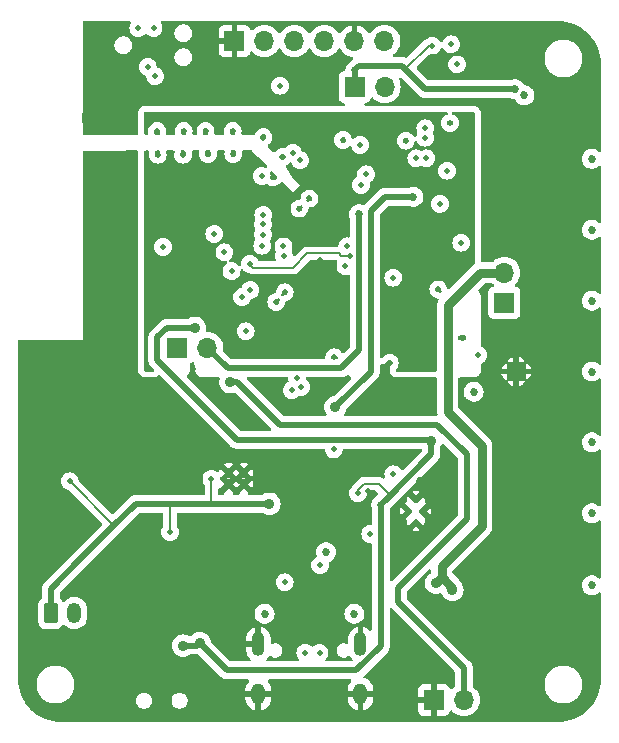
<source format=gbr>
%TF.GenerationSoftware,KiCad,Pcbnew,8.0.2*%
%TF.CreationDate,2024-05-26T21:52:28+02:00*%
%TF.ProjectId,Plant_Thing,506c616e-745f-4546-9869-6e672e6b6963,rev?*%
%TF.SameCoordinates,Original*%
%TF.FileFunction,Copper,L2,Inr*%
%TF.FilePolarity,Positive*%
%FSLAX46Y46*%
G04 Gerber Fmt 4.6, Leading zero omitted, Abs format (unit mm)*
G04 Created by KiCad (PCBNEW 8.0.2) date 2024-05-26 21:52:28*
%MOMM*%
%LPD*%
G01*
G04 APERTURE LIST*
G04 Aperture macros list*
%AMRoundRect*
0 Rectangle with rounded corners*
0 $1 Rounding radius*
0 $2 $3 $4 $5 $6 $7 $8 $9 X,Y pos of 4 corners*
0 Add a 4 corners polygon primitive as box body*
4,1,4,$2,$3,$4,$5,$6,$7,$8,$9,$2,$3,0*
0 Add four circle primitives for the rounded corners*
1,1,$1+$1,$2,$3*
1,1,$1+$1,$4,$5*
1,1,$1+$1,$6,$7*
1,1,$1+$1,$8,$9*
0 Add four rect primitives between the rounded corners*
20,1,$1+$1,$2,$3,$4,$5,0*
20,1,$1+$1,$4,$5,$6,$7,0*
20,1,$1+$1,$6,$7,$8,$9,0*
20,1,$1+$1,$8,$9,$2,$3,0*%
G04 Aperture macros list end*
%TA.AperFunction,HeatsinkPad*%
%ADD10C,0.600000*%
%TD*%
%TA.AperFunction,ComponentPad*%
%ADD11C,0.500000*%
%TD*%
%TA.AperFunction,ComponentPad*%
%ADD12R,1.700000X1.700000*%
%TD*%
%TA.AperFunction,ComponentPad*%
%ADD13O,1.700000X1.700000*%
%TD*%
%TA.AperFunction,ComponentPad*%
%ADD14R,0.500000X0.900000*%
%TD*%
%TA.AperFunction,ComponentPad*%
%ADD15O,1.100000X2.000000*%
%TD*%
%TA.AperFunction,ComponentPad*%
%ADD16O,1.200000X1.800000*%
%TD*%
%TA.AperFunction,ComponentPad*%
%ADD17RoundRect,0.250000X-0.350000X-0.625000X0.350000X-0.625000X0.350000X0.625000X-0.350000X0.625000X0*%
%TD*%
%TA.AperFunction,ComponentPad*%
%ADD18O,1.200000X1.750000*%
%TD*%
%TA.AperFunction,ViaPad*%
%ADD19C,0.500000*%
%TD*%
%TA.AperFunction,ViaPad*%
%ADD20C,0.889000*%
%TD*%
%TA.AperFunction,ViaPad*%
%ADD21C,0.685800*%
%TD*%
%TA.AperFunction,Conductor*%
%ADD22C,0.127000*%
%TD*%
%TA.AperFunction,Conductor*%
%ADD23C,0.508000*%
%TD*%
%TA.AperFunction,Conductor*%
%ADD24C,0.762000*%
%TD*%
G04 APERTURE END LIST*
D10*
%TO.N,GND*%
%TO.C,U3*%
X149440000Y-98565000D03*
X148160000Y-98565000D03*
X149440000Y-99535000D03*
X148160000Y-99535000D03*
%TD*%
D11*
%TO.N,GND*%
%TO.C,U5*%
X172500000Y-90556776D03*
X173056776Y-90000000D03*
X171943224Y-90000000D03*
X172500000Y-89443224D03*
%TD*%
D12*
%TO.N,GND*%
%TO.C,J8*%
X165525000Y-117800000D03*
D13*
%TO.N,VDD*%
X168065000Y-117800000D03*
%TD*%
D12*
%TO.N,Net-(J7-Pin_1)*%
%TO.C,J7*%
X143825000Y-88000000D03*
D13*
%TO.N,/VDDH*%
X146365000Y-88000000D03*
%TD*%
D12*
%TO.N,VDDA*%
%TO.C,J6*%
X158825000Y-65900000D03*
D13*
%TO.N,Net-(J3-Pin_6)*%
X161365000Y-65900000D03*
%TD*%
D12*
%TO.N,GND*%
%TO.C,J3*%
X148650000Y-62000000D03*
D13*
%TO.N,P0.03_TDT_MEASURE*%
X151190000Y-62000000D03*
%TO.N,P0.04_AIN2*%
X153730000Y-62000000D03*
%TO.N,P0.05_AIN3*%
X156270000Y-62000000D03*
%TO.N,GND*%
X158810000Y-62000000D03*
%TO.N,Net-(J3-Pin_6)*%
X161350000Y-62000000D03*
%TD*%
D12*
%TO.N,Net-(D1-A)*%
%TO.C,J2*%
X171500000Y-84175000D03*
D13*
%TO.N,+3.3V*%
X171500000Y-81635000D03*
%TD*%
D14*
%TO.N,GND*%
%TO.C,AE1*%
X136000000Y-68500000D03*
%TD*%
D11*
%TO.N,GND*%
%TO.C,U6*%
X164575000Y-101800000D03*
X164000000Y-102750000D03*
X164000000Y-100850000D03*
X163425000Y-101800000D03*
%TD*%
D15*
%TO.N,GND*%
%TO.C,USB1*%
X150680000Y-113087500D03*
D16*
X150680000Y-117297500D03*
D15*
X159320000Y-113087500D03*
D16*
X159320000Y-117297500D03*
%TD*%
D17*
%TO.N,+BATT*%
%TO.C,BT1*%
X133100000Y-110450000D03*
D18*
%TO.N,-BATT*%
X135100000Y-110450000D03*
%TD*%
D19*
%TO.N,GND*%
X156750000Y-117400000D03*
X169250000Y-113750000D03*
X159150000Y-108850000D03*
X176550000Y-67100000D03*
X173950000Y-113650000D03*
X132000000Y-113450000D03*
D20*
X134800000Y-101800000D03*
X136800000Y-102900000D03*
D19*
X165900000Y-83050000D03*
X136150000Y-61400000D03*
X173400000Y-97650000D03*
X136100000Y-86600000D03*
X137050000Y-99750000D03*
X142350000Y-97650000D03*
X157100000Y-88800000D03*
X170200000Y-71800000D03*
X138300000Y-96800000D03*
X142450000Y-118500000D03*
X138900000Y-87950000D03*
X169400000Y-107050000D03*
X163550000Y-113150000D03*
X146400000Y-106400000D03*
X136200000Y-74050000D03*
X161800000Y-89250000D03*
X151100000Y-90900000D03*
X142250000Y-99850000D03*
X163150000Y-70450000D03*
X154150000Y-76200000D03*
X157300000Y-64200000D03*
X147200000Y-92300000D03*
X144350000Y-69650000D03*
X149600000Y-86600000D03*
X146900000Y-64250000D03*
X162250000Y-104300000D03*
X153200000Y-117650000D03*
X136200000Y-69600000D03*
X152200000Y-84100000D03*
X136100000Y-66700000D03*
X138350000Y-71700000D03*
X161800000Y-117000000D03*
X146200000Y-69650000D03*
D21*
X164000000Y-104400000D03*
D19*
X136200000Y-82000000D03*
X136650000Y-116150000D03*
D21*
X134800000Y-104600000D03*
D19*
X152800000Y-104050000D03*
X166650000Y-73000000D03*
X157850000Y-70400000D03*
X159961500Y-100150000D03*
X152800000Y-79400000D03*
X174400000Y-71900000D03*
X133150000Y-95650000D03*
X136200000Y-79250000D03*
X140100000Y-69650000D03*
X166050000Y-75800000D03*
X139100000Y-83700000D03*
X173350000Y-77800000D03*
X146400000Y-71600000D03*
X152900000Y-83300000D03*
X136100000Y-64250000D03*
X136150000Y-76600000D03*
X140100000Y-71700000D03*
X142600000Y-79450000D03*
X151932699Y-73565431D03*
X142150000Y-71650000D03*
X145100000Y-89800000D03*
X136850000Y-91550000D03*
X133350000Y-90850000D03*
X155000000Y-75350000D03*
X175250000Y-110350000D03*
X173250000Y-103050000D03*
X148550000Y-71600000D03*
X166900000Y-68950000D03*
X142100000Y-69650000D03*
X173350000Y-107050000D03*
X142150000Y-94950000D03*
X165100000Y-91050000D03*
X174150000Y-81400000D03*
X152750000Y-71800000D03*
X167850000Y-79100000D03*
X139700000Y-65050000D03*
X170700000Y-68700000D03*
X163650000Y-96900000D03*
X137850000Y-108050000D03*
X138700000Y-100650000D03*
X146950000Y-78350000D03*
X162100000Y-82050000D03*
X138400000Y-69650000D03*
X151100000Y-108300000D03*
X131750000Y-97750000D03*
X160750000Y-92950000D03*
X138800000Y-113950000D03*
D21*
X164350000Y-99300000D03*
D19*
X168000000Y-87150000D03*
X141500000Y-110350000D03*
X170800000Y-101800000D03*
X172650000Y-61700000D03*
X144300000Y-71650000D03*
X136200000Y-84450000D03*
X136250000Y-71650000D03*
X173200000Y-117800000D03*
X145800000Y-62400000D03*
X178550000Y-113100000D03*
X155000000Y-111200000D03*
X148500000Y-69650000D03*
X151100000Y-70150000D03*
D20*
%TO.N,+BATT*%
X151600000Y-101200000D03*
D19*
X146700000Y-99100000D03*
X143200000Y-103600000D03*
X134700000Y-99300000D03*
%TO.N,VDD*%
X163650000Y-77800000D03*
X155900000Y-80600000D03*
X149950000Y-77350000D03*
D20*
X148300000Y-90900000D03*
D19*
X144700000Y-68500000D03*
X157950000Y-71600000D03*
D20*
X149200000Y-85100000D03*
D21*
%TO.N,VBUS*%
X158800000Y-110500000D03*
X151200000Y-110500000D03*
X156400000Y-105300000D03*
X163800000Y-75200000D03*
D20*
X157200000Y-93000000D03*
D19*
%TO.N,DEC4*%
X152850000Y-80200000D03*
X150950000Y-73450000D03*
D20*
%TO.N,VCC*%
X145300000Y-86300000D03*
D19*
X159100000Y-100300000D03*
D20*
X144300000Y-113200000D03*
X145700000Y-113000000D03*
X165300000Y-95900000D03*
D19*
%TO.N,/Power/VINA*%
X160150000Y-103750000D03*
X162100000Y-98700000D03*
D20*
%TO.N,+3.3V*%
X167100000Y-108500000D03*
X165700000Y-107900000D03*
D21*
%TO.N,VDDA*%
X173200000Y-66600000D03*
X172400000Y-66100000D03*
D19*
X165400000Y-62400000D03*
D21*
%TO.N,Net-(D1-A)*%
X178900000Y-84000000D03*
X178900000Y-90000000D03*
X178900000Y-102000000D03*
X168900000Y-91700000D03*
X178900000Y-72000000D03*
X178900000Y-96000000D03*
X178900000Y-108100000D03*
X178900000Y-78000000D03*
D19*
%TO.N,P0.06_EN_BATT_MEASURE*%
X158450000Y-80200000D03*
X149950000Y-80900000D03*
%TO.N,P0.18_RESET*%
X148400000Y-81500000D03*
X152500000Y-65800000D03*
%TO.N,SWDIO*%
X141300000Y-64200000D03*
X140500000Y-60900000D03*
%TO.N,SWDCLK*%
X141800000Y-60900000D03*
X141950000Y-65000000D03*
%TO.N,P0.03_TDT_MEASURE*%
X147800000Y-79900000D03*
%TO.N,P0.04_AIN2*%
X164900000Y-71950000D03*
X158050000Y-81100000D03*
X164800000Y-70200000D03*
D21*
%TO.N,/VDDH*%
X159200000Y-76700000D03*
D19*
%TO.N,P0.05_AIN3*%
X164800000Y-69400000D03*
X158200000Y-79400000D03*
X164050000Y-71950000D03*
%TO.N,P0.14_SCL*%
X167000000Y-62300000D03*
X167500000Y-64000000D03*
%TO.N,P0.29_SCLK*%
X151050000Y-77550000D03*
X154300000Y-91300000D03*
%TO.N,P0.30_SIN*%
X153960067Y-90560067D03*
X151050000Y-78400000D03*
%TO.N,P0.28_LAT*%
X153500000Y-91600000D03*
X151000000Y-79350000D03*
%TO.N,P0.20_BLANK*%
X169300000Y-88600000D03*
X159300000Y-70808578D03*
%TO.N,USB_DP*%
X159800000Y-73300000D03*
X155850000Y-113800000D03*
X154650000Y-113800000D03*
X152900000Y-107850000D03*
%TO.N,P0.16_CHG*%
X150000000Y-83100000D03*
X154200000Y-72100000D03*
%TO.N,P0.17_PG*%
X153600000Y-71500000D03*
X149300000Y-83700000D03*
%TO.N,USB_DN*%
X159350000Y-74200000D03*
X155900000Y-106400000D03*
%TO.N,P0.08_EN_DCDC*%
X151100000Y-76750000D03*
X157050000Y-96600000D03*
%TD*%
D22*
%TO.N,P0.06_EN_BATT_MEASURE*%
X157700000Y-80200000D02*
X157486500Y-79986500D01*
X154813500Y-79986500D02*
X153600000Y-81200000D01*
X158450000Y-80200000D02*
X157700000Y-80200000D01*
X157486500Y-79986500D02*
X154813500Y-79986500D01*
X150250000Y-81200000D02*
X149950000Y-80900000D01*
X153600000Y-81200000D02*
X150250000Y-81200000D01*
%TO.N,+BATT*%
X138400000Y-103000000D02*
X138400000Y-103100000D01*
D23*
X138400000Y-103100000D02*
X140300000Y-101200000D01*
X133100000Y-108400000D02*
X135600000Y-105900000D01*
X146700000Y-101200000D02*
X151600000Y-101200000D01*
D22*
X134700000Y-99300000D02*
X138400000Y-103000000D01*
X143200000Y-103600000D02*
X143200000Y-101200000D01*
D23*
X133100000Y-110450000D02*
X133100000Y-108400000D01*
D22*
X146700000Y-101200000D02*
X146700000Y-99100000D01*
D23*
X135600000Y-105900000D02*
X138400000Y-103100000D01*
X143200000Y-101200000D02*
X146700000Y-101200000D01*
X140300000Y-101200000D02*
X143200000Y-101200000D01*
%TO.N,VDD*%
X168300000Y-102500000D02*
X162500000Y-108300000D01*
X168065000Y-115065000D02*
X168065000Y-117800000D01*
X148900000Y-90900000D02*
X152500000Y-94500000D01*
X162500000Y-108300000D02*
X162500000Y-109500000D01*
X165800000Y-94500000D02*
X168300000Y-97000000D01*
X148300000Y-90900000D02*
X148900000Y-90900000D01*
X162500000Y-109500000D02*
X168065000Y-115065000D01*
X168300000Y-97000000D02*
X168300000Y-102500000D01*
X152500000Y-94500000D02*
X165800000Y-94500000D01*
%TO.N,VBUS*%
X161400000Y-75200000D02*
X163800000Y-75200000D01*
X157200000Y-93000000D02*
X160200000Y-90000000D01*
X160200000Y-76400000D02*
X161400000Y-75200000D01*
X160200000Y-90000000D02*
X160200000Y-78700000D01*
X160200000Y-78700000D02*
X160200000Y-76400000D01*
%TO.N,VCC*%
X165171000Y-95771000D02*
X165300000Y-95900000D01*
D22*
X161825000Y-100475000D02*
X161450000Y-100850000D01*
D23*
X165300000Y-97000000D02*
X165300000Y-95900000D01*
X148000000Y-115300000D02*
X158977370Y-115300000D01*
X145500000Y-113200000D02*
X145700000Y-113000000D01*
X161000000Y-101300000D02*
X161450000Y-100850000D01*
X142917000Y-86300000D02*
X142100000Y-87117000D01*
X161450000Y-100850000D02*
X165300000Y-97000000D01*
X148871000Y-95771000D02*
X165171000Y-95771000D01*
X161029000Y-113248370D02*
X161029000Y-101329000D01*
X145700000Y-113000000D02*
X148000000Y-115300000D01*
X144300000Y-113200000D02*
X145500000Y-113200000D01*
X161029000Y-101329000D02*
X161000000Y-101300000D01*
D22*
X160850000Y-99500000D02*
X161825000Y-100475000D01*
D23*
X145300000Y-86300000D02*
X142917000Y-86300000D01*
X158977370Y-115300000D02*
X161029000Y-113248370D01*
D22*
X159100000Y-100300000D02*
X159100000Y-100000000D01*
X159600000Y-99500000D02*
X160850000Y-99500000D01*
D23*
X142100000Y-87117000D02*
X142100000Y-89000000D01*
X142100000Y-89000000D02*
X148871000Y-95771000D01*
D22*
X159100000Y-100000000D02*
X159600000Y-99500000D01*
D24*
%TO.N,+3.3V*%
X166700000Y-84400000D02*
X166700000Y-93400000D01*
X169600000Y-96300000D02*
X169600000Y-103100000D01*
X166200000Y-107400000D02*
X167100000Y-108300000D01*
X166200000Y-106500000D02*
X166200000Y-107400000D01*
X166700000Y-93400000D02*
X169600000Y-96300000D01*
X169600000Y-103100000D02*
X166200000Y-106500000D01*
X169465000Y-81635000D02*
X168600000Y-82500000D01*
X166200000Y-107400000D02*
X165700000Y-107900000D01*
X167100000Y-108300000D02*
X167100000Y-108500000D01*
X168600000Y-82500000D02*
X166700000Y-84400000D01*
X171500000Y-81635000D02*
X169465000Y-81635000D01*
D23*
%TO.N,VDDA*%
X172400000Y-66100000D02*
X164800000Y-66100000D01*
X159200000Y-64100000D02*
X158800000Y-64500000D01*
X164800000Y-66100000D02*
X163100000Y-64400000D01*
X158800000Y-64500000D02*
X158825000Y-64525000D01*
X158825000Y-64525000D02*
X158825000Y-65900000D01*
X163100000Y-64400000D02*
X162800000Y-64100000D01*
X162800000Y-64100000D02*
X159200000Y-64100000D01*
D22*
X165100000Y-62400000D02*
X165400000Y-62400000D01*
X163100000Y-64400000D02*
X165100000Y-62400000D01*
D23*
%TO.N,/VDDH*%
X146365000Y-88000000D02*
X148065000Y-89700000D01*
X159200000Y-88200000D02*
X159200000Y-76700000D01*
X148065000Y-89700000D02*
X157700000Y-89700000D01*
X157700000Y-89700000D02*
X159200000Y-88200000D01*
%TD*%
%TA.AperFunction,Conductor*%
%TO.N,GND*%
G36*
X139833012Y-60320185D02*
G01*
X139878767Y-60372989D01*
X139888711Y-60442147D01*
X139870966Y-60490473D01*
X139819545Y-60572306D01*
X139763685Y-60731943D01*
X139744751Y-60899997D01*
X139744751Y-60900002D01*
X139763685Y-61068056D01*
X139819545Y-61227694D01*
X139819547Y-61227697D01*
X139909518Y-61370884D01*
X139909523Y-61370890D01*
X140029109Y-61490476D01*
X140029115Y-61490481D01*
X140172302Y-61580452D01*
X140172305Y-61580454D01*
X140172309Y-61580455D01*
X140172310Y-61580456D01*
X140227881Y-61599901D01*
X140331943Y-61636314D01*
X140499997Y-61655249D01*
X140500000Y-61655249D01*
X140500003Y-61655249D01*
X140668056Y-61636314D01*
X140668059Y-61636313D01*
X140827690Y-61580456D01*
X140827692Y-61580454D01*
X140827694Y-61580454D01*
X140827697Y-61580452D01*
X140970884Y-61490481D01*
X140970885Y-61490480D01*
X140970890Y-61490477D01*
X141062319Y-61399048D01*
X141123642Y-61365563D01*
X141193334Y-61370547D01*
X141237681Y-61399048D01*
X141329109Y-61490476D01*
X141329115Y-61490481D01*
X141472302Y-61580452D01*
X141472305Y-61580454D01*
X141472309Y-61580455D01*
X141472310Y-61580456D01*
X141527881Y-61599901D01*
X141631943Y-61636314D01*
X141799997Y-61655249D01*
X141800000Y-61655249D01*
X141800003Y-61655249D01*
X141968056Y-61636314D01*
X141968059Y-61636313D01*
X142127690Y-61580456D01*
X142127692Y-61580454D01*
X142127694Y-61580454D01*
X142127697Y-61580452D01*
X142270884Y-61490481D01*
X142270885Y-61490480D01*
X142270890Y-61490477D01*
X142390477Y-61370890D01*
X142393919Y-61365412D01*
X142450390Y-61275540D01*
X143564200Y-61275540D01*
X143564200Y-61422459D01*
X143592858Y-61566534D01*
X143592861Y-61566544D01*
X143649078Y-61702266D01*
X143649083Y-61702275D01*
X143730698Y-61824419D01*
X143730701Y-61824423D01*
X143834576Y-61928298D01*
X143834580Y-61928301D01*
X143956724Y-62009916D01*
X143956730Y-62009919D01*
X143956731Y-62009920D01*
X144092458Y-62066140D01*
X144235937Y-62094679D01*
X144236540Y-62094799D01*
X144236544Y-62094800D01*
X144236545Y-62094800D01*
X144383456Y-62094800D01*
X144383457Y-62094799D01*
X144527542Y-62066140D01*
X144663269Y-62009920D01*
X144785420Y-61928301D01*
X144889301Y-61824420D01*
X144970920Y-61702269D01*
X145027140Y-61566542D01*
X145055800Y-61422455D01*
X145055800Y-61275545D01*
X145027140Y-61131458D01*
X144970920Y-60995731D01*
X144970919Y-60995730D01*
X144970916Y-60995724D01*
X144889301Y-60873580D01*
X144889298Y-60873576D01*
X144785423Y-60769701D01*
X144785419Y-60769698D01*
X144663275Y-60688083D01*
X144663266Y-60688078D01*
X144527544Y-60631861D01*
X144527545Y-60631861D01*
X144527542Y-60631860D01*
X144527538Y-60631859D01*
X144527534Y-60631858D01*
X144383459Y-60603200D01*
X144383455Y-60603200D01*
X144236545Y-60603200D01*
X144236540Y-60603200D01*
X144092465Y-60631858D01*
X144092455Y-60631861D01*
X143956733Y-60688078D01*
X143956724Y-60688083D01*
X143834580Y-60769698D01*
X143834576Y-60769701D01*
X143730701Y-60873576D01*
X143730698Y-60873580D01*
X143649083Y-60995724D01*
X143649078Y-60995733D01*
X143592861Y-61131455D01*
X143592858Y-61131465D01*
X143564200Y-61275540D01*
X142450390Y-61275540D01*
X142480452Y-61227697D01*
X142480454Y-61227694D01*
X142480454Y-61227692D01*
X142480456Y-61227690D01*
X142536313Y-61068059D01*
X142536313Y-61068058D01*
X142536314Y-61068056D01*
X142555249Y-60900002D01*
X142555249Y-60899997D01*
X142536314Y-60731943D01*
X142509881Y-60656403D01*
X142480456Y-60572310D01*
X142480454Y-60572307D01*
X142480454Y-60572306D01*
X142429034Y-60490473D01*
X142410033Y-60423236D01*
X142430400Y-60356401D01*
X142483668Y-60311187D01*
X142534027Y-60300500D01*
X175952405Y-60300500D01*
X175996949Y-60300500D01*
X176003032Y-60300648D01*
X176356532Y-60318015D01*
X176368640Y-60319208D01*
X176477576Y-60335367D01*
X176715717Y-60370692D01*
X176727635Y-60373062D01*
X177068008Y-60458321D01*
X177079646Y-60461852D01*
X177409996Y-60580054D01*
X177421237Y-60584710D01*
X177639793Y-60688078D01*
X177738433Y-60734731D01*
X177749150Y-60740459D01*
X178050102Y-60920843D01*
X178060217Y-60927601D01*
X178331231Y-61128599D01*
X178342049Y-61136622D01*
X178351455Y-61144342D01*
X178611436Y-61379974D01*
X178620025Y-61388563D01*
X178761585Y-61544751D01*
X178855657Y-61648544D01*
X178863377Y-61657950D01*
X179072396Y-61939779D01*
X179079156Y-61949897D01*
X179252314Y-62238794D01*
X179259533Y-62250837D01*
X179265270Y-62261570D01*
X179415289Y-62578762D01*
X179419945Y-62590003D01*
X179538147Y-62920353D01*
X179541680Y-62931998D01*
X179626934Y-63272351D01*
X179629308Y-63284287D01*
X179680791Y-63631359D01*
X179681984Y-63643468D01*
X179699351Y-63996966D01*
X179699500Y-64003051D01*
X179699500Y-71304460D01*
X179679815Y-71371499D01*
X179627011Y-71417254D01*
X179557853Y-71427198D01*
X179494297Y-71398173D01*
X179483350Y-71387433D01*
X179467453Y-71369778D01*
X179408827Y-71327184D01*
X179324023Y-71265571D01*
X179324021Y-71265570D01*
X179324022Y-71265570D01*
X179162066Y-71193461D01*
X179162058Y-71193459D01*
X178988645Y-71156600D01*
X178811355Y-71156600D01*
X178637941Y-71193459D01*
X178637933Y-71193461D01*
X178475978Y-71265570D01*
X178332543Y-71369780D01*
X178213915Y-71501532D01*
X178125272Y-71655065D01*
X178125271Y-71655066D01*
X178070487Y-71823677D01*
X178070486Y-71823679D01*
X178051954Y-72000000D01*
X178070486Y-72176320D01*
X178070487Y-72176322D01*
X178125271Y-72344933D01*
X178125272Y-72344934D01*
X178198450Y-72471682D01*
X178213916Y-72498469D01*
X178261414Y-72551221D01*
X178332543Y-72630219D01*
X178332546Y-72630221D01*
X178475977Y-72734429D01*
X178637933Y-72806538D01*
X178637936Y-72806538D01*
X178637939Y-72806540D01*
X178811355Y-72843400D01*
X178988645Y-72843400D01*
X179162061Y-72806540D01*
X179162064Y-72806538D01*
X179162066Y-72806538D01*
X179226463Y-72777866D01*
X179324023Y-72734429D01*
X179467454Y-72630221D01*
X179483349Y-72612568D01*
X179542835Y-72575919D01*
X179612692Y-72577248D01*
X179670741Y-72616134D01*
X179698551Y-72680230D01*
X179699500Y-72695539D01*
X179699500Y-77304460D01*
X179679815Y-77371499D01*
X179627011Y-77417254D01*
X179557853Y-77427198D01*
X179494297Y-77398173D01*
X179483350Y-77387433D01*
X179467453Y-77369778D01*
X179377549Y-77304460D01*
X179324023Y-77265571D01*
X179324021Y-77265570D01*
X179324022Y-77265570D01*
X179162066Y-77193461D01*
X179162058Y-77193459D01*
X178988645Y-77156600D01*
X178811355Y-77156600D01*
X178637941Y-77193459D01*
X178637933Y-77193461D01*
X178475978Y-77265570D01*
X178332543Y-77369780D01*
X178213915Y-77501532D01*
X178125272Y-77655065D01*
X178125271Y-77655066D01*
X178070487Y-77823677D01*
X178070486Y-77823679D01*
X178051954Y-78000000D01*
X178070486Y-78176320D01*
X178070487Y-78176322D01*
X178125271Y-78344933D01*
X178125272Y-78344934D01*
X178159871Y-78404860D01*
X178213916Y-78498469D01*
X178218647Y-78503723D01*
X178332543Y-78630219D01*
X178332546Y-78630221D01*
X178475977Y-78734429D01*
X178637933Y-78806538D01*
X178637936Y-78806538D01*
X178637939Y-78806540D01*
X178811355Y-78843400D01*
X178988645Y-78843400D01*
X179162061Y-78806540D01*
X179162064Y-78806538D01*
X179162066Y-78806538D01*
X179194869Y-78791932D01*
X179324023Y-78734429D01*
X179467454Y-78630221D01*
X179483349Y-78612568D01*
X179542835Y-78575919D01*
X179612692Y-78577248D01*
X179670741Y-78616134D01*
X179698551Y-78680230D01*
X179699500Y-78695539D01*
X179699500Y-83304460D01*
X179679815Y-83371499D01*
X179627011Y-83417254D01*
X179557853Y-83427198D01*
X179494297Y-83398173D01*
X179483350Y-83387433D01*
X179467453Y-83369778D01*
X179413466Y-83330555D01*
X179324023Y-83265571D01*
X179324021Y-83265570D01*
X179324022Y-83265570D01*
X179162066Y-83193461D01*
X179162058Y-83193459D01*
X178988645Y-83156600D01*
X178811355Y-83156600D01*
X178637941Y-83193459D01*
X178637933Y-83193461D01*
X178475978Y-83265570D01*
X178332543Y-83369780D01*
X178213915Y-83501532D01*
X178125272Y-83655065D01*
X178125271Y-83655066D01*
X178070487Y-83823677D01*
X178070486Y-83823679D01*
X178051954Y-84000000D01*
X178070486Y-84176320D01*
X178070487Y-84176322D01*
X178125271Y-84344933D01*
X178125272Y-84344934D01*
X178198450Y-84471682D01*
X178213916Y-84498469D01*
X178261414Y-84551221D01*
X178332543Y-84630219D01*
X178332546Y-84630221D01*
X178475977Y-84734429D01*
X178637933Y-84806538D01*
X178637936Y-84806538D01*
X178637939Y-84806540D01*
X178811355Y-84843400D01*
X178988645Y-84843400D01*
X179162061Y-84806540D01*
X179162064Y-84806538D01*
X179162066Y-84806538D01*
X179194869Y-84791932D01*
X179324023Y-84734429D01*
X179467454Y-84630221D01*
X179483349Y-84612568D01*
X179542835Y-84575919D01*
X179612692Y-84577248D01*
X179670741Y-84616134D01*
X179698551Y-84680230D01*
X179699500Y-84695539D01*
X179699500Y-89304460D01*
X179679815Y-89371499D01*
X179627011Y-89417254D01*
X179557853Y-89427198D01*
X179494297Y-89398173D01*
X179483350Y-89387433D01*
X179467453Y-89369778D01*
X179395118Y-89317224D01*
X179324023Y-89265571D01*
X179324021Y-89265570D01*
X179324022Y-89265570D01*
X179162066Y-89193461D01*
X179162058Y-89193459D01*
X178988645Y-89156600D01*
X178811355Y-89156600D01*
X178637941Y-89193459D01*
X178637933Y-89193461D01*
X178475978Y-89265570D01*
X178332543Y-89369780D01*
X178213915Y-89501532D01*
X178125272Y-89655065D01*
X178125271Y-89655066D01*
X178070487Y-89823677D01*
X178070486Y-89823679D01*
X178059280Y-89930297D01*
X178051954Y-90000000D01*
X178070486Y-90176319D01*
X178088374Y-90231372D01*
X178125271Y-90344933D01*
X178125272Y-90344934D01*
X178188531Y-90454501D01*
X178213916Y-90498469D01*
X178253342Y-90542256D01*
X178332543Y-90630219D01*
X178332546Y-90630221D01*
X178475977Y-90734429D01*
X178637933Y-90806538D01*
X178637936Y-90806538D01*
X178637939Y-90806540D01*
X178811355Y-90843400D01*
X178988645Y-90843400D01*
X179162061Y-90806540D01*
X179162064Y-90806538D01*
X179162066Y-90806538D01*
X179194869Y-90791932D01*
X179324023Y-90734429D01*
X179467454Y-90630221D01*
X179483349Y-90612568D01*
X179542835Y-90575919D01*
X179612692Y-90577248D01*
X179670741Y-90616134D01*
X179698551Y-90680230D01*
X179699500Y-90695539D01*
X179699500Y-95304460D01*
X179679815Y-95371499D01*
X179627011Y-95417254D01*
X179557853Y-95427198D01*
X179494297Y-95398173D01*
X179483350Y-95387433D01*
X179467453Y-95369778D01*
X179377549Y-95304460D01*
X179324023Y-95265571D01*
X179324021Y-95265570D01*
X179324022Y-95265570D01*
X179162066Y-95193461D01*
X179162058Y-95193459D01*
X178988645Y-95156600D01*
X178811355Y-95156600D01*
X178637941Y-95193459D01*
X178637933Y-95193461D01*
X178475978Y-95265570D01*
X178332543Y-95369780D01*
X178213915Y-95501532D01*
X178125272Y-95655065D01*
X178125271Y-95655066D01*
X178070487Y-95823677D01*
X178070486Y-95823679D01*
X178051954Y-96000000D01*
X178070486Y-96176320D01*
X178070487Y-96176322D01*
X178125271Y-96344933D01*
X178125272Y-96344934D01*
X178179944Y-96439628D01*
X178213916Y-96498469D01*
X178255979Y-96545185D01*
X178332543Y-96630219D01*
X178332546Y-96630221D01*
X178475977Y-96734429D01*
X178637933Y-96806538D01*
X178637936Y-96806538D01*
X178637939Y-96806540D01*
X178811355Y-96843400D01*
X178988645Y-96843400D01*
X179162061Y-96806540D01*
X179162064Y-96806538D01*
X179162066Y-96806538D01*
X179194869Y-96791932D01*
X179324023Y-96734429D01*
X179467454Y-96630221D01*
X179483349Y-96612568D01*
X179542835Y-96575919D01*
X179612692Y-96577248D01*
X179670741Y-96616134D01*
X179698551Y-96680230D01*
X179699500Y-96695539D01*
X179699500Y-101304460D01*
X179679815Y-101371499D01*
X179627011Y-101417254D01*
X179557853Y-101427198D01*
X179494297Y-101398173D01*
X179483350Y-101387433D01*
X179467453Y-101369778D01*
X179377549Y-101304460D01*
X179324023Y-101265571D01*
X179324021Y-101265570D01*
X179324022Y-101265570D01*
X179162066Y-101193461D01*
X179162058Y-101193459D01*
X178988645Y-101156600D01*
X178811355Y-101156600D01*
X178637941Y-101193459D01*
X178637933Y-101193461D01*
X178475978Y-101265570D01*
X178332543Y-101369780D01*
X178213915Y-101501532D01*
X178125272Y-101655065D01*
X178125271Y-101655066D01*
X178070487Y-101823677D01*
X178070486Y-101823679D01*
X178051954Y-102000000D01*
X178070486Y-102176320D01*
X178070487Y-102176322D01*
X178125271Y-102344933D01*
X178125272Y-102344934D01*
X178186304Y-102450643D01*
X178213916Y-102498469D01*
X178258546Y-102548036D01*
X178332543Y-102630219D01*
X178359770Y-102650000D01*
X178475977Y-102734429D01*
X178637933Y-102806538D01*
X178637936Y-102806538D01*
X178637939Y-102806540D01*
X178811355Y-102843400D01*
X178988645Y-102843400D01*
X179162061Y-102806540D01*
X179162064Y-102806538D01*
X179162066Y-102806538D01*
X179194869Y-102791932D01*
X179324023Y-102734429D01*
X179467454Y-102630221D01*
X179483349Y-102612568D01*
X179542835Y-102575919D01*
X179612692Y-102577248D01*
X179670741Y-102616134D01*
X179698551Y-102680230D01*
X179699500Y-102695539D01*
X179699500Y-107404460D01*
X179679815Y-107471499D01*
X179627011Y-107517254D01*
X179557853Y-107527198D01*
X179494297Y-107498173D01*
X179483350Y-107487433D01*
X179467453Y-107469778D01*
X179377549Y-107404460D01*
X179324023Y-107365571D01*
X179324021Y-107365570D01*
X179324022Y-107365570D01*
X179162066Y-107293461D01*
X179162058Y-107293459D01*
X178988645Y-107256600D01*
X178811355Y-107256600D01*
X178637941Y-107293459D01*
X178637933Y-107293461D01*
X178475978Y-107365570D01*
X178332543Y-107469780D01*
X178213915Y-107601532D01*
X178125272Y-107755065D01*
X178125271Y-107755066D01*
X178070487Y-107923677D01*
X178070486Y-107923679D01*
X178051954Y-108100000D01*
X178070486Y-108276320D01*
X178070487Y-108276322D01*
X178125271Y-108444933D01*
X178125272Y-108444934D01*
X178174649Y-108530456D01*
X178213916Y-108598469D01*
X178261414Y-108651221D01*
X178332543Y-108730219D01*
X178332546Y-108730221D01*
X178475977Y-108834429D01*
X178637933Y-108906538D01*
X178637936Y-108906538D01*
X178637939Y-108906540D01*
X178811355Y-108943400D01*
X178988645Y-108943400D01*
X179162061Y-108906540D01*
X179162064Y-108906538D01*
X179162066Y-108906538D01*
X179194869Y-108891932D01*
X179324023Y-108834429D01*
X179467454Y-108730221D01*
X179483349Y-108712568D01*
X179542835Y-108675919D01*
X179612692Y-108677248D01*
X179670741Y-108716134D01*
X179698551Y-108780230D01*
X179699500Y-108795539D01*
X179699500Y-115996948D01*
X179699351Y-116003033D01*
X179681984Y-116356531D01*
X179680791Y-116368640D01*
X179629308Y-116715712D01*
X179626934Y-116727648D01*
X179541680Y-117068001D01*
X179538147Y-117079646D01*
X179419945Y-117409996D01*
X179415289Y-117421237D01*
X179265270Y-117738429D01*
X179259533Y-117749162D01*
X179079156Y-118050102D01*
X179072396Y-118060220D01*
X178863377Y-118342049D01*
X178855657Y-118351455D01*
X178620033Y-118611428D01*
X178611428Y-118620033D01*
X178351455Y-118855657D01*
X178342049Y-118863377D01*
X178060220Y-119072396D01*
X178050102Y-119079156D01*
X177749162Y-119259533D01*
X177738429Y-119265270D01*
X177421237Y-119415289D01*
X177409996Y-119419945D01*
X177079646Y-119538147D01*
X177068001Y-119541680D01*
X176727648Y-119626934D01*
X176715712Y-119629308D01*
X176368640Y-119680791D01*
X176356531Y-119681984D01*
X176023016Y-119698369D01*
X176003031Y-119699351D01*
X175996949Y-119699500D01*
X134003051Y-119699500D01*
X133996968Y-119699351D01*
X133975811Y-119698311D01*
X133643468Y-119681984D01*
X133631359Y-119680791D01*
X133284287Y-119629308D01*
X133272351Y-119626934D01*
X132931998Y-119541680D01*
X132920353Y-119538147D01*
X132590003Y-119419945D01*
X132578762Y-119415289D01*
X132261570Y-119265270D01*
X132250842Y-119259535D01*
X131949897Y-119079156D01*
X131939779Y-119072396D01*
X131657950Y-118863377D01*
X131648544Y-118855657D01*
X131540110Y-118757379D01*
X131388563Y-118620025D01*
X131379974Y-118611436D01*
X131144342Y-118351455D01*
X131136622Y-118342049D01*
X131105436Y-118300000D01*
X130927601Y-118060217D01*
X130920843Y-118050102D01*
X130880767Y-117983239D01*
X130740459Y-117749150D01*
X130734729Y-117738429D01*
X130726388Y-117720794D01*
X130652508Y-117564586D01*
X130584710Y-117421237D01*
X130580054Y-117409996D01*
X130461852Y-117079646D01*
X130458319Y-117068001D01*
X130453184Y-117047500D01*
X130373062Y-116727635D01*
X130370691Y-116715712D01*
X130320009Y-116374038D01*
X131899500Y-116374038D01*
X131899500Y-116625962D01*
X131914069Y-116717945D01*
X131938910Y-116874785D01*
X132016760Y-117114383D01*
X132065715Y-117210461D01*
X132129852Y-117336337D01*
X132131132Y-117338848D01*
X132279201Y-117542649D01*
X132279205Y-117542654D01*
X132457345Y-117720794D01*
X132457350Y-117720798D01*
X132541181Y-117781704D01*
X132661155Y-117868870D01*
X132804184Y-117941747D01*
X132885616Y-117983239D01*
X132885618Y-117983239D01*
X132885621Y-117983241D01*
X133125215Y-118061090D01*
X133374038Y-118100500D01*
X133374039Y-118100500D01*
X133625961Y-118100500D01*
X133625962Y-118100500D01*
X133874785Y-118061090D01*
X134114379Y-117983241D01*
X134225675Y-117926533D01*
X140324499Y-117926533D01*
X140350458Y-118057030D01*
X140350461Y-118057040D01*
X140401376Y-118179961D01*
X140401386Y-118179979D01*
X140475301Y-118290601D01*
X140475307Y-118290609D01*
X140569390Y-118384692D01*
X140569398Y-118384698D01*
X140680020Y-118458613D01*
X140680023Y-118458614D01*
X140680031Y-118458620D01*
X140680037Y-118458622D01*
X140680038Y-118458623D01*
X140726418Y-118477834D01*
X140802964Y-118509540D01*
X140802968Y-118509540D01*
X140802969Y-118509541D01*
X140933466Y-118535500D01*
X140933469Y-118535500D01*
X141066533Y-118535500D01*
X141154325Y-118518035D01*
X141197036Y-118509540D01*
X141319969Y-118458620D01*
X141430606Y-118384695D01*
X141524695Y-118290606D01*
X141598620Y-118179969D01*
X141649540Y-118057036D01*
X141658035Y-118014325D01*
X141675500Y-117926533D01*
X143324499Y-117926533D01*
X143350458Y-118057030D01*
X143350461Y-118057040D01*
X143401376Y-118179961D01*
X143401386Y-118179979D01*
X143475301Y-118290601D01*
X143475307Y-118290609D01*
X143569390Y-118384692D01*
X143569398Y-118384698D01*
X143680020Y-118458613D01*
X143680023Y-118458614D01*
X143680031Y-118458620D01*
X143680037Y-118458622D01*
X143680038Y-118458623D01*
X143726418Y-118477834D01*
X143802964Y-118509540D01*
X143802968Y-118509540D01*
X143802969Y-118509541D01*
X143933466Y-118535500D01*
X143933469Y-118535500D01*
X144066533Y-118535500D01*
X144154325Y-118518035D01*
X144197036Y-118509540D01*
X144319969Y-118458620D01*
X144430606Y-118384695D01*
X144524695Y-118290606D01*
X144598620Y-118179969D01*
X144649540Y-118057036D01*
X144658035Y-118014325D01*
X144675500Y-117926533D01*
X144675500Y-117793466D01*
X144649541Y-117662969D01*
X144649540Y-117662968D01*
X144649540Y-117662964D01*
X144599707Y-117542656D01*
X144598623Y-117540038D01*
X144598622Y-117540037D01*
X144598620Y-117540031D01*
X144567190Y-117492993D01*
X144524698Y-117429398D01*
X144524692Y-117429390D01*
X144430609Y-117335307D01*
X144430601Y-117335301D01*
X144319979Y-117261386D01*
X144319972Y-117261382D01*
X144319969Y-117261380D01*
X144319965Y-117261378D01*
X144319961Y-117261376D01*
X144197040Y-117210461D01*
X144197030Y-117210458D01*
X144066533Y-117184500D01*
X144066531Y-117184500D01*
X143933469Y-117184500D01*
X143933467Y-117184500D01*
X143802969Y-117210458D01*
X143802959Y-117210461D01*
X143680038Y-117261376D01*
X143680020Y-117261386D01*
X143569398Y-117335301D01*
X143569390Y-117335307D01*
X143475307Y-117429390D01*
X143475301Y-117429398D01*
X143401386Y-117540020D01*
X143401376Y-117540038D01*
X143350461Y-117662959D01*
X143350458Y-117662969D01*
X143324500Y-117793466D01*
X143324500Y-117793469D01*
X143324500Y-117926531D01*
X143324500Y-117926533D01*
X143324499Y-117926533D01*
X141675500Y-117926533D01*
X141675500Y-117793466D01*
X141649541Y-117662969D01*
X141649540Y-117662968D01*
X141649540Y-117662964D01*
X141599707Y-117542656D01*
X141598623Y-117540038D01*
X141598622Y-117540037D01*
X141598620Y-117540031D01*
X141567190Y-117492993D01*
X141524698Y-117429398D01*
X141524692Y-117429390D01*
X141430609Y-117335307D01*
X141430601Y-117335301D01*
X141319979Y-117261386D01*
X141319972Y-117261382D01*
X141319969Y-117261380D01*
X141319965Y-117261378D01*
X141319961Y-117261376D01*
X141197040Y-117210461D01*
X141197030Y-117210458D01*
X141066533Y-117184500D01*
X141066531Y-117184500D01*
X140933469Y-117184500D01*
X140933467Y-117184500D01*
X140802969Y-117210458D01*
X140802959Y-117210461D01*
X140680038Y-117261376D01*
X140680020Y-117261386D01*
X140569398Y-117335301D01*
X140569390Y-117335307D01*
X140475307Y-117429390D01*
X140475301Y-117429398D01*
X140401386Y-117540020D01*
X140401376Y-117540038D01*
X140350461Y-117662959D01*
X140350458Y-117662969D01*
X140324500Y-117793466D01*
X140324500Y-117793469D01*
X140324500Y-117926531D01*
X140324500Y-117926533D01*
X140324499Y-117926533D01*
X134225675Y-117926533D01*
X134338845Y-117868870D01*
X134542656Y-117720793D01*
X134720793Y-117542656D01*
X134868870Y-117338845D01*
X134983241Y-117114379D01*
X135061090Y-116874785D01*
X135100500Y-116625962D01*
X135100500Y-116374038D01*
X135061090Y-116125215D01*
X134983241Y-115885621D01*
X134983239Y-115885618D01*
X134983239Y-115885616D01*
X134910475Y-115742810D01*
X134868870Y-115661155D01*
X134849952Y-115635117D01*
X134720798Y-115457350D01*
X134720794Y-115457345D01*
X134542654Y-115279205D01*
X134542649Y-115279201D01*
X134338848Y-115131132D01*
X134338847Y-115131131D01*
X134338845Y-115131130D01*
X134268747Y-115095413D01*
X134114383Y-115016760D01*
X133874785Y-114938910D01*
X133625962Y-114899500D01*
X133374038Y-114899500D01*
X133249626Y-114919205D01*
X133125214Y-114938910D01*
X132885616Y-115016760D01*
X132661151Y-115131132D01*
X132457350Y-115279201D01*
X132457345Y-115279205D01*
X132279205Y-115457345D01*
X132279201Y-115457350D01*
X132131132Y-115661151D01*
X132016760Y-115885616D01*
X131953850Y-116079233D01*
X131938910Y-116125215D01*
X131899500Y-116374038D01*
X130320009Y-116374038D01*
X130319208Y-116368640D01*
X130318015Y-116356530D01*
X130314299Y-116280897D01*
X130300649Y-116003032D01*
X130300500Y-115996948D01*
X130300500Y-109774983D01*
X131999500Y-109774983D01*
X131999500Y-111125001D01*
X131999501Y-111125018D01*
X132010000Y-111227796D01*
X132010001Y-111227799D01*
X132065185Y-111394331D01*
X132065187Y-111394336D01*
X132088870Y-111432732D01*
X132157288Y-111543656D01*
X132281344Y-111667712D01*
X132430666Y-111759814D01*
X132597203Y-111814999D01*
X132699991Y-111825500D01*
X133500008Y-111825499D01*
X133500016Y-111825498D01*
X133500019Y-111825498D01*
X133556302Y-111819748D01*
X133602797Y-111814999D01*
X133769334Y-111759814D01*
X133918656Y-111667712D01*
X134042712Y-111543656D01*
X134082310Y-111479456D01*
X134134258Y-111432732D01*
X134203220Y-111421509D01*
X134267303Y-111449352D01*
X134275530Y-111456872D01*
X134383072Y-111564414D01*
X134523212Y-111666232D01*
X134677555Y-111744873D01*
X134842299Y-111798402D01*
X135013389Y-111825500D01*
X135013390Y-111825500D01*
X135186610Y-111825500D01*
X135186611Y-111825500D01*
X135357701Y-111798402D01*
X135522445Y-111744873D01*
X135676788Y-111666232D01*
X135816928Y-111564414D01*
X135939414Y-111441928D01*
X136041232Y-111301788D01*
X136119873Y-111147445D01*
X136173402Y-110982701D01*
X136200500Y-110811611D01*
X136200500Y-110500000D01*
X150351954Y-110500000D01*
X150370486Y-110676320D01*
X150370487Y-110676322D01*
X150425271Y-110844933D01*
X150425272Y-110844934D01*
X150498450Y-110971682D01*
X150513916Y-110998469D01*
X150561414Y-111051221D01*
X150632543Y-111130219D01*
X150632546Y-111130221D01*
X150775977Y-111234429D01*
X150937933Y-111306538D01*
X150937936Y-111306538D01*
X150937939Y-111306540D01*
X151111355Y-111343400D01*
X151288645Y-111343400D01*
X151462061Y-111306540D01*
X151462064Y-111306538D01*
X151462066Y-111306538D01*
X151494869Y-111291932D01*
X151624023Y-111234429D01*
X151767454Y-111130221D01*
X151886084Y-110998469D01*
X151974729Y-110844931D01*
X152029514Y-110676319D01*
X152048046Y-110500000D01*
X157951954Y-110500000D01*
X157970486Y-110676320D01*
X157970487Y-110676322D01*
X158025271Y-110844933D01*
X158025272Y-110844934D01*
X158098450Y-110971682D01*
X158113916Y-110998469D01*
X158161414Y-111051221D01*
X158232543Y-111130219D01*
X158232546Y-111130221D01*
X158375977Y-111234429D01*
X158537933Y-111306538D01*
X158537936Y-111306538D01*
X158537939Y-111306540D01*
X158711355Y-111343400D01*
X158888645Y-111343400D01*
X159062061Y-111306540D01*
X159062064Y-111306538D01*
X159062066Y-111306538D01*
X159094869Y-111291932D01*
X159224023Y-111234429D01*
X159367454Y-111130221D01*
X159486084Y-110998469D01*
X159574729Y-110844931D01*
X159629514Y-110676319D01*
X159648046Y-110500000D01*
X159629514Y-110323681D01*
X159574729Y-110155069D01*
X159574728Y-110155068D01*
X159574728Y-110155066D01*
X159574727Y-110155065D01*
X159533032Y-110082848D01*
X159486084Y-110001531D01*
X159410244Y-109917302D01*
X159367456Y-109869780D01*
X159295738Y-109817675D01*
X159224023Y-109765571D01*
X159224021Y-109765570D01*
X159224022Y-109765570D01*
X159062066Y-109693461D01*
X159062058Y-109693459D01*
X158888645Y-109656600D01*
X158711355Y-109656600D01*
X158537941Y-109693459D01*
X158537933Y-109693461D01*
X158375978Y-109765570D01*
X158232543Y-109869780D01*
X158113915Y-110001532D01*
X158025272Y-110155065D01*
X158025271Y-110155066D01*
X157970487Y-110323677D01*
X157970486Y-110323679D01*
X157951954Y-110500000D01*
X152048046Y-110500000D01*
X152029514Y-110323681D01*
X151974729Y-110155069D01*
X151974728Y-110155068D01*
X151974728Y-110155066D01*
X151974727Y-110155065D01*
X151933032Y-110082848D01*
X151886084Y-110001531D01*
X151810244Y-109917302D01*
X151767456Y-109869780D01*
X151695738Y-109817675D01*
X151624023Y-109765571D01*
X151624021Y-109765570D01*
X151624022Y-109765570D01*
X151462066Y-109693461D01*
X151462058Y-109693459D01*
X151288645Y-109656600D01*
X151111355Y-109656600D01*
X150937941Y-109693459D01*
X150937933Y-109693461D01*
X150775978Y-109765570D01*
X150632543Y-109869780D01*
X150513915Y-110001532D01*
X150425272Y-110155065D01*
X150425271Y-110155066D01*
X150370487Y-110323677D01*
X150370486Y-110323679D01*
X150351954Y-110500000D01*
X136200500Y-110500000D01*
X136200500Y-110088389D01*
X136173402Y-109917299D01*
X136119873Y-109752555D01*
X136041232Y-109598212D01*
X135939414Y-109458072D01*
X135816928Y-109335586D01*
X135676788Y-109233768D01*
X135522445Y-109155127D01*
X135357701Y-109101598D01*
X135357699Y-109101597D01*
X135357698Y-109101597D01*
X135226271Y-109080781D01*
X135186611Y-109074500D01*
X135013389Y-109074500D01*
X134973728Y-109080781D01*
X134842302Y-109101597D01*
X134677552Y-109155128D01*
X134523211Y-109233768D01*
X134383073Y-109335585D01*
X134275530Y-109443128D01*
X134214207Y-109476612D01*
X134144515Y-109471628D01*
X134088582Y-109429756D01*
X134082310Y-109420543D01*
X134042712Y-109356344D01*
X133918656Y-109232288D01*
X133913400Y-109229046D01*
X133866677Y-109177097D01*
X133854500Y-109123509D01*
X133854500Y-108763885D01*
X133874185Y-108696846D01*
X133890814Y-108676209D01*
X134717026Y-107849997D01*
X152144751Y-107849997D01*
X152144751Y-107850002D01*
X152163685Y-108018056D01*
X152219545Y-108177694D01*
X152219547Y-108177697D01*
X152309518Y-108320884D01*
X152309523Y-108320890D01*
X152429109Y-108440476D01*
X152429115Y-108440481D01*
X152572302Y-108530452D01*
X152572305Y-108530454D01*
X152572309Y-108530455D01*
X152572310Y-108530456D01*
X152644913Y-108555860D01*
X152731943Y-108586314D01*
X152899997Y-108605249D01*
X152900000Y-108605249D01*
X152900003Y-108605249D01*
X153068056Y-108586314D01*
X153110538Y-108571449D01*
X153227690Y-108530456D01*
X153227692Y-108530454D01*
X153227694Y-108530454D01*
X153227697Y-108530452D01*
X153370884Y-108440481D01*
X153370885Y-108440480D01*
X153370890Y-108440477D01*
X153490477Y-108320890D01*
X153494336Y-108314749D01*
X153580452Y-108177697D01*
X153580454Y-108177694D01*
X153580454Y-108177692D01*
X153580456Y-108177690D01*
X153636313Y-108018059D01*
X153636313Y-108018058D01*
X153636314Y-108018056D01*
X153655249Y-107850002D01*
X153655249Y-107849997D01*
X153636314Y-107681943D01*
X153605860Y-107594913D01*
X153580456Y-107522310D01*
X153580455Y-107522309D01*
X153580454Y-107522305D01*
X153580452Y-107522302D01*
X153490481Y-107379115D01*
X153490476Y-107379109D01*
X153370890Y-107259523D01*
X153370884Y-107259518D01*
X153227697Y-107169547D01*
X153227694Y-107169545D01*
X153068056Y-107113685D01*
X152900003Y-107094751D01*
X152899997Y-107094751D01*
X152731943Y-107113685D01*
X152572305Y-107169545D01*
X152572302Y-107169547D01*
X152429115Y-107259518D01*
X152429109Y-107259523D01*
X152309523Y-107379109D01*
X152309518Y-107379115D01*
X152219547Y-107522302D01*
X152219545Y-107522305D01*
X152163685Y-107681943D01*
X152144751Y-107849997D01*
X134717026Y-107849997D01*
X136070756Y-106496266D01*
X136070761Y-106496263D01*
X136080964Y-106486059D01*
X136080966Y-106486059D01*
X136167028Y-106399997D01*
X155144751Y-106399997D01*
X155144751Y-106400002D01*
X155163685Y-106568056D01*
X155219545Y-106727694D01*
X155219547Y-106727697D01*
X155309518Y-106870884D01*
X155309523Y-106870890D01*
X155429109Y-106990476D01*
X155429115Y-106990481D01*
X155572302Y-107080452D01*
X155572305Y-107080454D01*
X155572309Y-107080455D01*
X155572310Y-107080456D01*
X155613163Y-107094751D01*
X155731943Y-107136314D01*
X155899997Y-107155249D01*
X155900000Y-107155249D01*
X155900003Y-107155249D01*
X156068056Y-107136314D01*
X156068059Y-107136313D01*
X156227690Y-107080456D01*
X156227692Y-107080454D01*
X156227694Y-107080454D01*
X156227697Y-107080452D01*
X156370884Y-106990481D01*
X156370885Y-106990480D01*
X156370890Y-106990477D01*
X156490477Y-106870890D01*
X156490481Y-106870884D01*
X156580452Y-106727697D01*
X156580454Y-106727694D01*
X156580454Y-106727692D01*
X156580456Y-106727690D01*
X156636313Y-106568059D01*
X156636313Y-106568058D01*
X156636314Y-106568056D01*
X156655249Y-106400002D01*
X156655249Y-106399997D01*
X156636314Y-106231945D01*
X156635396Y-106227924D01*
X156635559Y-106225249D01*
X156635534Y-106225021D01*
X156635573Y-106225016D01*
X156639664Y-106158185D01*
X156680959Y-106101824D01*
X156705849Y-106087044D01*
X156824023Y-106034429D01*
X156967454Y-105930221D01*
X156968455Y-105929110D01*
X156979270Y-105917097D01*
X157086084Y-105798469D01*
X157174729Y-105644931D01*
X157229514Y-105476319D01*
X157248046Y-105300000D01*
X157229514Y-105123681D01*
X157174729Y-104955069D01*
X157174728Y-104955068D01*
X157174728Y-104955066D01*
X157174727Y-104955065D01*
X157143798Y-104901495D01*
X157086084Y-104801531D01*
X157032677Y-104742217D01*
X156967456Y-104669780D01*
X156895738Y-104617675D01*
X156824023Y-104565571D01*
X156824021Y-104565570D01*
X156824022Y-104565570D01*
X156662066Y-104493461D01*
X156662058Y-104493459D01*
X156488645Y-104456600D01*
X156311355Y-104456600D01*
X156137941Y-104493459D01*
X156137933Y-104493461D01*
X155975978Y-104565570D01*
X155832543Y-104669780D01*
X155713915Y-104801532D01*
X155625272Y-104955065D01*
X155625271Y-104955066D01*
X155570487Y-105123677D01*
X155570486Y-105123679D01*
X155551954Y-105300000D01*
X155570486Y-105476320D01*
X155570488Y-105476325D01*
X155606564Y-105587358D01*
X155608559Y-105657199D01*
X155572478Y-105717031D01*
X155554605Y-105730669D01*
X155429109Y-105809523D01*
X155309523Y-105929109D01*
X155309518Y-105929115D01*
X155219547Y-106072302D01*
X155219545Y-106072305D01*
X155163685Y-106231943D01*
X155144751Y-106399997D01*
X136167028Y-106399997D01*
X138986059Y-103580966D01*
X138986059Y-103580965D01*
X140576205Y-101990819D01*
X140637528Y-101957334D01*
X140663886Y-101954500D01*
X142512000Y-101954500D01*
X142579039Y-101974185D01*
X142624794Y-102026989D01*
X142636000Y-102078500D01*
X142636000Y-103052519D01*
X142616315Y-103119558D01*
X142609924Y-103128469D01*
X142519547Y-103272302D01*
X142519545Y-103272305D01*
X142463685Y-103431943D01*
X142444751Y-103599997D01*
X142444751Y-103600002D01*
X142463685Y-103768056D01*
X142519545Y-103927694D01*
X142519547Y-103927697D01*
X142609518Y-104070884D01*
X142609523Y-104070890D01*
X142729109Y-104190476D01*
X142729115Y-104190481D01*
X142872302Y-104280452D01*
X142872305Y-104280454D01*
X142872309Y-104280455D01*
X142872310Y-104280456D01*
X142944913Y-104305860D01*
X143031943Y-104336314D01*
X143199997Y-104355249D01*
X143200000Y-104355249D01*
X143200003Y-104355249D01*
X143368056Y-104336314D01*
X143368059Y-104336313D01*
X143527690Y-104280456D01*
X143527692Y-104280454D01*
X143527694Y-104280454D01*
X143527697Y-104280452D01*
X143670884Y-104190481D01*
X143670885Y-104190480D01*
X143670890Y-104190477D01*
X143790477Y-104070890D01*
X143880452Y-103927697D01*
X143880454Y-103927694D01*
X143880454Y-103927692D01*
X143880456Y-103927690D01*
X143936313Y-103768059D01*
X143936313Y-103768058D01*
X143936314Y-103768056D01*
X143955249Y-103600002D01*
X143955249Y-103599997D01*
X143936314Y-103431943D01*
X143880454Y-103272305D01*
X143880452Y-103272302D01*
X143786773Y-103123214D01*
X143788027Y-103122425D01*
X143764644Y-103065138D01*
X143764000Y-103052519D01*
X143764000Y-102078500D01*
X143783685Y-102011461D01*
X143836489Y-101965706D01*
X143888000Y-101954500D01*
X146625688Y-101954500D01*
X150985382Y-101954500D01*
X151052421Y-101974185D01*
X151064041Y-101982642D01*
X151072446Y-101989540D01*
X151111094Y-102010198D01*
X151236610Y-102077288D01*
X151236612Y-102077288D01*
X151236615Y-102077290D01*
X151414748Y-102131326D01*
X151414747Y-102131326D01*
X151431357Y-102132961D01*
X151600000Y-102149572D01*
X151785252Y-102131326D01*
X151963385Y-102077290D01*
X152127554Y-101989540D01*
X152271449Y-101871449D01*
X152389540Y-101727554D01*
X152428286Y-101655065D01*
X152477288Y-101563389D01*
X152477288Y-101563388D01*
X152477290Y-101563385D01*
X152531326Y-101385252D01*
X152549572Y-101200000D01*
X152531326Y-101014748D01*
X152477290Y-100836615D01*
X152477288Y-100836612D01*
X152477288Y-100836610D01*
X152389541Y-100672447D01*
X152389539Y-100672445D01*
X152271449Y-100528550D01*
X152127554Y-100410460D01*
X152127552Y-100410458D01*
X151963389Y-100322711D01*
X151874318Y-100295692D01*
X151785252Y-100268674D01*
X151785250Y-100268673D01*
X151785252Y-100268673D01*
X151600000Y-100250428D01*
X151414749Y-100268673D01*
X151236610Y-100322711D01*
X151072452Y-100410456D01*
X151072445Y-100410460D01*
X151064046Y-100417354D01*
X150999735Y-100444666D01*
X150985382Y-100445500D01*
X149920024Y-100445500D01*
X149852985Y-100425815D01*
X149807230Y-100373011D01*
X149796803Y-100307620D01*
X149803106Y-100251660D01*
X149440001Y-99888553D01*
X149440000Y-99888553D01*
X149076892Y-100251660D01*
X149083196Y-100307619D01*
X149071139Y-100376441D01*
X149023789Y-100427819D01*
X148959975Y-100445500D01*
X148640024Y-100445500D01*
X148572985Y-100425815D01*
X148527230Y-100373011D01*
X148516803Y-100307620D01*
X148523106Y-100251660D01*
X148160001Y-99888553D01*
X148160000Y-99888553D01*
X147796892Y-100251660D01*
X147803196Y-100307619D01*
X147791139Y-100376441D01*
X147743789Y-100427819D01*
X147679975Y-100445500D01*
X147388000Y-100445500D01*
X147320961Y-100425815D01*
X147275206Y-100373011D01*
X147264000Y-100321500D01*
X147264000Y-100016656D01*
X147283685Y-99949617D01*
X147336489Y-99903862D01*
X147401884Y-99893436D01*
X147443339Y-99898106D01*
X147806446Y-99535000D01*
X147776609Y-99505163D01*
X148010000Y-99505163D01*
X148010000Y-99564837D01*
X148032836Y-99619968D01*
X148075032Y-99662164D01*
X148130163Y-99685000D01*
X148189837Y-99685000D01*
X148244968Y-99662164D01*
X148287164Y-99619968D01*
X148310000Y-99564837D01*
X148310000Y-99535000D01*
X148513553Y-99535000D01*
X148800000Y-99821446D01*
X148800001Y-99821446D01*
X149086446Y-99535001D01*
X149086446Y-99534999D01*
X149056610Y-99505163D01*
X149290000Y-99505163D01*
X149290000Y-99564837D01*
X149312836Y-99619968D01*
X149355032Y-99662164D01*
X149410163Y-99685000D01*
X149469837Y-99685000D01*
X149524968Y-99662164D01*
X149567164Y-99619968D01*
X149590000Y-99564837D01*
X149590000Y-99534999D01*
X149793553Y-99534999D01*
X149793553Y-99535000D01*
X150156660Y-99898106D01*
X150156661Y-99898106D01*
X150165334Y-99884306D01*
X150165334Y-99884305D01*
X150224877Y-99714141D01*
X150224878Y-99714138D01*
X150245062Y-99535002D01*
X150245062Y-99534997D01*
X150224878Y-99355861D01*
X150165333Y-99185692D01*
X150156660Y-99171891D01*
X149793553Y-99534999D01*
X149590000Y-99534999D01*
X149590000Y-99505163D01*
X149567164Y-99450032D01*
X149524968Y-99407836D01*
X149469837Y-99385000D01*
X149410163Y-99385000D01*
X149355032Y-99407836D01*
X149312836Y-99450032D01*
X149290000Y-99505163D01*
X149056610Y-99505163D01*
X148800001Y-99248553D01*
X148800000Y-99248553D01*
X148513553Y-99535000D01*
X148310000Y-99535000D01*
X148310000Y-99505163D01*
X148287164Y-99450032D01*
X148244968Y-99407836D01*
X148189837Y-99385000D01*
X148130163Y-99385000D01*
X148075032Y-99407836D01*
X148032836Y-99450032D01*
X148010000Y-99505163D01*
X147776609Y-99505163D01*
X147488987Y-99217541D01*
X147455502Y-99156218D01*
X147453448Y-99115979D01*
X147455249Y-99100000D01*
X147449615Y-99049999D01*
X148028553Y-99049999D01*
X148160000Y-99181446D01*
X148291446Y-99050001D01*
X148291446Y-99050000D01*
X148291445Y-99049999D01*
X149308553Y-99049999D01*
X149440000Y-99181446D01*
X149571446Y-99050001D01*
X149571446Y-99050000D01*
X149440000Y-98918553D01*
X149308553Y-99049999D01*
X148291445Y-99049999D01*
X148160000Y-98918553D01*
X148028553Y-99049999D01*
X147449615Y-99049999D01*
X147443322Y-98994148D01*
X147455376Y-98925327D01*
X147478861Y-98892584D01*
X147806446Y-98565000D01*
X147806446Y-98564999D01*
X147776610Y-98535163D01*
X148010000Y-98535163D01*
X148010000Y-98594837D01*
X148032836Y-98649968D01*
X148075032Y-98692164D01*
X148130163Y-98715000D01*
X148189837Y-98715000D01*
X148244968Y-98692164D01*
X148287164Y-98649968D01*
X148310000Y-98594837D01*
X148310000Y-98565000D01*
X148513553Y-98565000D01*
X148800000Y-98851446D01*
X148800001Y-98851446D01*
X149086446Y-98565001D01*
X149086446Y-98564999D01*
X149056610Y-98535163D01*
X149290000Y-98535163D01*
X149290000Y-98594837D01*
X149312836Y-98649968D01*
X149355032Y-98692164D01*
X149410163Y-98715000D01*
X149469837Y-98715000D01*
X149524968Y-98692164D01*
X149567164Y-98649968D01*
X149590000Y-98594837D01*
X149590000Y-98565000D01*
X149793552Y-98565000D01*
X150156661Y-98928107D01*
X150165334Y-98914306D01*
X150165334Y-98914305D01*
X150224877Y-98744141D01*
X150224878Y-98744138D01*
X150245062Y-98565002D01*
X150245062Y-98564997D01*
X150224878Y-98385861D01*
X150165333Y-98215692D01*
X150156661Y-98201892D01*
X150156660Y-98201892D01*
X149793552Y-98565000D01*
X149590000Y-98565000D01*
X149590000Y-98535163D01*
X149567164Y-98480032D01*
X149524968Y-98437836D01*
X149469837Y-98415000D01*
X149410163Y-98415000D01*
X149355032Y-98437836D01*
X149312836Y-98480032D01*
X149290000Y-98535163D01*
X149056610Y-98535163D01*
X148800001Y-98278553D01*
X148800000Y-98278553D01*
X148513553Y-98565000D01*
X148310000Y-98565000D01*
X148310000Y-98535163D01*
X148287164Y-98480032D01*
X148244968Y-98437836D01*
X148189837Y-98415000D01*
X148130163Y-98415000D01*
X148075032Y-98437836D01*
X148032836Y-98480032D01*
X148010000Y-98535163D01*
X147776610Y-98535163D01*
X147443338Y-98201891D01*
X147443337Y-98201891D01*
X147434667Y-98215691D01*
X147434662Y-98215701D01*
X147375122Y-98385858D01*
X147375121Y-98385861D01*
X147370619Y-98425820D01*
X147343551Y-98490234D01*
X147285956Y-98529788D01*
X147216119Y-98531925D01*
X147177259Y-98512473D01*
X147176786Y-98513227D01*
X147027697Y-98419547D01*
X147027694Y-98419545D01*
X146868056Y-98363685D01*
X146700003Y-98344751D01*
X146699997Y-98344751D01*
X146531943Y-98363685D01*
X146372305Y-98419545D01*
X146372302Y-98419547D01*
X146229115Y-98509518D01*
X146229109Y-98509523D01*
X146109523Y-98629109D01*
X146109518Y-98629115D01*
X146019547Y-98772302D01*
X146019545Y-98772305D01*
X145963685Y-98931943D01*
X145944751Y-99099997D01*
X145944751Y-99100002D01*
X145963685Y-99268056D01*
X146019545Y-99427694D01*
X146019547Y-99427697D01*
X146113227Y-99576786D01*
X146111970Y-99577575D01*
X146135355Y-99634849D01*
X146136000Y-99647480D01*
X146136000Y-100321500D01*
X146116315Y-100388539D01*
X146063511Y-100434294D01*
X146012000Y-100445500D01*
X140380446Y-100445500D01*
X140380426Y-100445499D01*
X140374312Y-100445499D01*
X140225688Y-100445499D01*
X140225687Y-100445499D01*
X140168982Y-100456779D01*
X140112276Y-100468059D01*
X140087952Y-100472897D01*
X140079919Y-100474495D01*
X140079918Y-100474495D01*
X140023045Y-100498053D01*
X139942615Y-100531367D01*
X139942610Y-100531370D01*
X139915988Y-100549157D01*
X139915989Y-100549158D01*
X139819033Y-100613941D01*
X139766487Y-100666487D01*
X139713941Y-100719034D01*
X139713939Y-100719036D01*
X138402976Y-102029998D01*
X138341653Y-102063483D01*
X138271961Y-102058499D01*
X138227614Y-102029998D01*
X135480550Y-99282934D01*
X135447065Y-99221611D01*
X135445011Y-99209136D01*
X135436314Y-99131944D01*
X135425135Y-99099995D01*
X135380456Y-98972310D01*
X135380455Y-98972309D01*
X135380454Y-98972305D01*
X135380452Y-98972302D01*
X135290481Y-98829115D01*
X135290476Y-98829109D01*
X135170890Y-98709523D01*
X135170884Y-98709518D01*
X135027697Y-98619547D01*
X135027694Y-98619545D01*
X134868056Y-98563685D01*
X134700003Y-98544751D01*
X134699997Y-98544751D01*
X134531943Y-98563685D01*
X134372305Y-98619545D01*
X134372302Y-98619547D01*
X134229115Y-98709518D01*
X134229109Y-98709523D01*
X134109523Y-98829109D01*
X134109518Y-98829115D01*
X134019547Y-98972302D01*
X134019545Y-98972305D01*
X133963685Y-99131943D01*
X133944751Y-99299997D01*
X133944751Y-99300002D01*
X133963685Y-99468056D01*
X134019545Y-99627694D01*
X134019547Y-99627697D01*
X134109518Y-99770884D01*
X134109523Y-99770890D01*
X134229109Y-99890476D01*
X134229115Y-99890481D01*
X134372302Y-99980452D01*
X134372305Y-99980454D01*
X134372309Y-99980455D01*
X134372310Y-99980456D01*
X134531941Y-100036313D01*
X134531944Y-100036314D01*
X134609136Y-100045011D01*
X134673550Y-100072077D01*
X134682934Y-100080550D01*
X137429998Y-102827614D01*
X137463483Y-102888937D01*
X137458499Y-102958629D01*
X137429998Y-103002976D01*
X135013941Y-105419034D01*
X135013939Y-105419036D01*
X132513943Y-107919030D01*
X132513942Y-107919031D01*
X132431372Y-108042607D01*
X132431368Y-108042614D01*
X132424921Y-108058180D01*
X132415916Y-108079921D01*
X132374495Y-108179920D01*
X132369684Y-108204105D01*
X132345499Y-108325685D01*
X132345499Y-108480425D01*
X132345500Y-108480446D01*
X132345500Y-109123509D01*
X132325815Y-109190548D01*
X132286600Y-109229046D01*
X132281343Y-109232288D01*
X132157289Y-109356342D01*
X132065187Y-109505663D01*
X132065186Y-109505666D01*
X132010001Y-109672203D01*
X132010001Y-109672204D01*
X132010000Y-109672204D01*
X131999500Y-109774983D01*
X130300500Y-109774983D01*
X130300500Y-97848337D01*
X147796891Y-97848337D01*
X147796891Y-97848338D01*
X148160000Y-98211446D01*
X148160001Y-98211446D01*
X148523107Y-97848338D01*
X148523105Y-97848337D01*
X149076891Y-97848337D01*
X149076891Y-97848338D01*
X149440000Y-98211446D01*
X149440001Y-98211446D01*
X149803107Y-97848338D01*
X149789304Y-97839665D01*
X149619138Y-97780121D01*
X149440003Y-97759938D01*
X149439997Y-97759938D01*
X149260861Y-97780121D01*
X149260858Y-97780122D01*
X149090701Y-97839662D01*
X149090691Y-97839667D01*
X149076891Y-97848337D01*
X148523105Y-97848337D01*
X148509304Y-97839665D01*
X148339138Y-97780121D01*
X148160003Y-97759938D01*
X148159997Y-97759938D01*
X147980861Y-97780121D01*
X147980858Y-97780122D01*
X147810701Y-97839662D01*
X147810691Y-97839667D01*
X147796891Y-97848337D01*
X130300500Y-97848337D01*
X130300500Y-87424000D01*
X130320185Y-87356961D01*
X130372989Y-87311206D01*
X130424500Y-87300000D01*
X135800000Y-87300000D01*
X135800000Y-71423741D01*
X135819685Y-71356702D01*
X135872489Y-71310947D01*
X135923565Y-71299742D01*
X138551748Y-71290520D01*
X140370065Y-71284140D01*
X140437173Y-71303589D01*
X140483113Y-71356232D01*
X140494500Y-71408139D01*
X140494500Y-74199997D01*
X140494500Y-76199997D01*
X140494500Y-78349997D01*
X140494500Y-79449997D01*
X140494500Y-79899997D01*
X140494500Y-81499997D01*
X140494500Y-83699997D01*
X140494500Y-84099997D01*
X140494500Y-89876000D01*
X140494501Y-89876009D01*
X140506052Y-89983450D01*
X140506054Y-89983462D01*
X140517260Y-90034972D01*
X140551383Y-90137497D01*
X140551386Y-90137503D01*
X140629171Y-90258537D01*
X140629179Y-90258548D01*
X140674923Y-90311340D01*
X140674926Y-90311343D01*
X140674930Y-90311347D01*
X140783664Y-90405567D01*
X140783667Y-90405568D01*
X140783668Y-90405569D01*
X140891501Y-90454816D01*
X140914541Y-90465338D01*
X140981580Y-90485023D01*
X140981584Y-90485024D01*
X141124000Y-90505500D01*
X141124003Y-90505500D01*
X141733632Y-90505500D01*
X141751615Y-90505179D01*
X141751626Y-90505178D01*
X141751659Y-90505178D01*
X141760505Y-90504862D01*
X141778520Y-90503896D01*
X141919112Y-90473313D01*
X141919118Y-90473311D01*
X141926453Y-90470575D01*
X141984577Y-90448896D01*
X141984582Y-90448894D01*
X141984589Y-90448889D01*
X141984592Y-90448889D01*
X142110860Y-90379939D01*
X142110859Y-90379939D01*
X142110862Y-90379938D01*
X142174207Y-90316592D01*
X142235527Y-90283108D01*
X142305219Y-90288092D01*
X142349568Y-90316593D01*
X148390030Y-96357056D01*
X148390031Y-96357057D01*
X148390034Y-96357059D01*
X148513611Y-96439630D01*
X148593831Y-96472858D01*
X148593834Y-96472859D01*
X148593835Y-96472860D01*
X148637982Y-96491145D01*
X148650920Y-96496505D01*
X148658569Y-96498026D01*
X148660768Y-96498464D01*
X148660774Y-96498465D01*
X148660794Y-96498469D01*
X148762714Y-96518743D01*
X148796687Y-96525501D01*
X148796688Y-96525501D01*
X148951426Y-96525501D01*
X148951446Y-96525500D01*
X156175544Y-96525500D01*
X156242583Y-96545185D01*
X156288338Y-96597989D01*
X156298764Y-96635617D01*
X156313685Y-96768055D01*
X156369545Y-96927694D01*
X156369547Y-96927697D01*
X156459518Y-97070884D01*
X156459523Y-97070890D01*
X156579109Y-97190476D01*
X156579115Y-97190481D01*
X156722302Y-97280452D01*
X156722305Y-97280454D01*
X156722309Y-97280455D01*
X156722310Y-97280456D01*
X156794913Y-97305860D01*
X156881943Y-97336314D01*
X157049997Y-97355249D01*
X157050000Y-97355249D01*
X157050003Y-97355249D01*
X157218056Y-97336314D01*
X157286044Y-97312524D01*
X157377690Y-97280456D01*
X157377692Y-97280454D01*
X157377694Y-97280454D01*
X157377697Y-97280452D01*
X157520884Y-97190481D01*
X157520885Y-97190480D01*
X157520890Y-97190477D01*
X157640477Y-97070890D01*
X157730452Y-96927697D01*
X157730454Y-96927694D01*
X157730454Y-96927692D01*
X157730456Y-96927690D01*
X157786313Y-96768059D01*
X157786313Y-96768057D01*
X157786314Y-96768055D01*
X157801236Y-96635617D01*
X157828302Y-96571203D01*
X157885897Y-96531648D01*
X157924456Y-96525500D01*
X164408113Y-96525500D01*
X164475152Y-96545185D01*
X164520907Y-96597989D01*
X164530851Y-96667147D01*
X164501826Y-96730703D01*
X164495794Y-96737181D01*
X162921355Y-98311619D01*
X162860032Y-98345104D01*
X162790340Y-98340120D01*
X162734407Y-98298248D01*
X162728680Y-98289910D01*
X162690476Y-98229109D01*
X162570890Y-98109523D01*
X162570884Y-98109518D01*
X162427697Y-98019547D01*
X162427694Y-98019545D01*
X162268056Y-97963685D01*
X162100003Y-97944751D01*
X162099997Y-97944751D01*
X161931943Y-97963685D01*
X161772305Y-98019545D01*
X161772302Y-98019547D01*
X161629115Y-98109518D01*
X161629109Y-98109523D01*
X161509523Y-98229109D01*
X161509518Y-98229115D01*
X161419547Y-98372302D01*
X161419545Y-98372305D01*
X161363685Y-98531943D01*
X161344751Y-98699997D01*
X161344751Y-98700002D01*
X161363686Y-98868059D01*
X161374892Y-98900085D01*
X161378453Y-98969864D01*
X161343723Y-99030491D01*
X161281729Y-99062717D01*
X161212154Y-99056311D01*
X161195850Y-99048425D01*
X161067698Y-98974436D01*
X161067697Y-98974435D01*
X161028996Y-98964065D01*
X160990296Y-98953696D01*
X160990295Y-98953695D01*
X160941948Y-98940741D01*
X160924253Y-98936000D01*
X160924252Y-98936000D01*
X159681865Y-98936000D01*
X159681849Y-98935999D01*
X159674253Y-98935999D01*
X159525748Y-98935999D01*
X159390234Y-98972310D01*
X159390233Y-98972310D01*
X159382306Y-98974433D01*
X159382305Y-98974434D01*
X159253699Y-99048685D01*
X159253693Y-99048689D01*
X158648689Y-99653693D01*
X158648685Y-99653699D01*
X158607329Y-99725327D01*
X158587625Y-99751005D01*
X158509525Y-99829105D01*
X158509520Y-99829112D01*
X158419547Y-99972302D01*
X158419545Y-99972305D01*
X158363685Y-100131943D01*
X158344751Y-100299997D01*
X158344751Y-100300002D01*
X158363685Y-100468056D01*
X158419545Y-100627694D01*
X158419547Y-100627697D01*
X158509518Y-100770884D01*
X158509523Y-100770890D01*
X158629109Y-100890476D01*
X158629115Y-100890481D01*
X158772302Y-100980452D01*
X158772305Y-100980454D01*
X158772309Y-100980455D01*
X158772310Y-100980456D01*
X158844913Y-101005860D01*
X158931943Y-101036314D01*
X159099997Y-101055249D01*
X159100000Y-101055249D01*
X159100003Y-101055249D01*
X159268056Y-101036314D01*
X159284437Y-101030582D01*
X159427690Y-100980456D01*
X159427692Y-100980454D01*
X159427694Y-100980454D01*
X159427697Y-100980452D01*
X159570884Y-100890481D01*
X159570885Y-100890480D01*
X159570890Y-100890477D01*
X159690477Y-100770890D01*
X159723059Y-100719036D01*
X159780452Y-100627697D01*
X159780454Y-100627694D01*
X159780454Y-100627692D01*
X159780456Y-100627690D01*
X159836313Y-100468059D01*
X159836313Y-100468058D01*
X159836314Y-100468056D01*
X159855249Y-100300002D01*
X159855249Y-100299997D01*
X159844194Y-100201884D01*
X159856248Y-100133062D01*
X159903597Y-100081682D01*
X159967414Y-100064000D01*
X160565022Y-100064000D01*
X160632061Y-100083685D01*
X160652703Y-100100319D01*
X160804998Y-100252614D01*
X160838483Y-100313937D01*
X160833499Y-100383629D01*
X160804998Y-100427976D01*
X160413943Y-100819030D01*
X160413942Y-100819031D01*
X160331372Y-100942607D01*
X160331366Y-100942618D01*
X160274496Y-101079916D01*
X160274493Y-101079926D01*
X160245499Y-101225685D01*
X160245499Y-101374314D01*
X160272117Y-101508125D01*
X160274500Y-101532317D01*
X160274500Y-102870751D01*
X160254815Y-102937790D01*
X160202011Y-102983545D01*
X160156852Y-102993369D01*
X160156920Y-102993971D01*
X160151040Y-102994633D01*
X160150500Y-102994751D01*
X160149997Y-102994751D01*
X159981943Y-103013685D01*
X159822305Y-103069545D01*
X159822302Y-103069547D01*
X159679115Y-103159518D01*
X159679109Y-103159523D01*
X159559523Y-103279109D01*
X159559518Y-103279115D01*
X159469547Y-103422302D01*
X159469545Y-103422305D01*
X159413685Y-103581943D01*
X159394751Y-103749997D01*
X159394751Y-103750002D01*
X159413685Y-103918056D01*
X159469545Y-104077694D01*
X159469547Y-104077697D01*
X159559518Y-104220884D01*
X159559523Y-104220890D01*
X159679109Y-104340476D01*
X159679115Y-104340481D01*
X159822302Y-104430452D01*
X159822305Y-104430454D01*
X159822309Y-104430455D01*
X159822310Y-104430456D01*
X159894913Y-104455860D01*
X159981943Y-104486314D01*
X160149997Y-104505249D01*
X160150500Y-104505249D01*
X160150813Y-104505340D01*
X160156920Y-104506029D01*
X160156799Y-104507098D01*
X160217539Y-104524934D01*
X160263294Y-104577738D01*
X160274500Y-104629249D01*
X160274500Y-111807712D01*
X160254815Y-111874751D01*
X160202011Y-111920506D01*
X160132853Y-111930450D01*
X160069297Y-111901425D01*
X160062819Y-111895393D01*
X159989339Y-111821913D01*
X159989335Y-111821910D01*
X159817368Y-111707005D01*
X159817358Y-111707000D01*
X159626272Y-111627849D01*
X159626267Y-111627847D01*
X159570000Y-111616655D01*
X159570000Y-112470500D01*
X159560060Y-112453284D01*
X159504205Y-112397429D01*
X159435796Y-112357933D01*
X159359496Y-112337489D01*
X159280504Y-112337489D01*
X159204204Y-112357933D01*
X159135795Y-112397429D01*
X159079940Y-112453284D01*
X159070000Y-112470500D01*
X159070000Y-111616656D01*
X159069999Y-111616655D01*
X159013732Y-111627847D01*
X159013727Y-111627849D01*
X158822641Y-111707000D01*
X158822631Y-111707005D01*
X158650664Y-111821910D01*
X158650660Y-111821913D01*
X158504413Y-111968160D01*
X158504410Y-111968164D01*
X158389505Y-112140131D01*
X158389500Y-112140141D01*
X158310350Y-112331225D01*
X158310348Y-112331233D01*
X158270000Y-112534079D01*
X158270000Y-112936037D01*
X158250315Y-113003076D01*
X158197511Y-113048831D01*
X158128353Y-113058775D01*
X158113907Y-113055812D01*
X158030072Y-113033349D01*
X157969057Y-113017000D01*
X157810943Y-113017000D01*
X157658216Y-113057923D01*
X157658209Y-113057926D01*
X157521290Y-113136975D01*
X157521282Y-113136981D01*
X157409481Y-113248782D01*
X157409475Y-113248790D01*
X157330426Y-113385709D01*
X157330423Y-113385716D01*
X157289500Y-113538443D01*
X157289500Y-113696557D01*
X157328945Y-113843766D01*
X157330423Y-113849283D01*
X157330426Y-113849290D01*
X157409475Y-113986209D01*
X157409479Y-113986214D01*
X157409480Y-113986216D01*
X157521284Y-114098020D01*
X157521286Y-114098021D01*
X157521290Y-114098024D01*
X157658209Y-114177073D01*
X157658216Y-114177077D01*
X157810943Y-114218000D01*
X157810945Y-114218000D01*
X157969055Y-114218000D01*
X157969057Y-114218000D01*
X158121784Y-114177077D01*
X158258716Y-114098020D01*
X158258719Y-114098016D01*
X158265166Y-114093071D01*
X158266711Y-114095085D01*
X158316874Y-114067682D01*
X158386566Y-114072653D01*
X158442508Y-114114514D01*
X158446357Y-114119953D01*
X158504407Y-114206831D01*
X158504413Y-114206839D01*
X158631393Y-114333819D01*
X158664878Y-114395142D01*
X158659894Y-114464834D01*
X158618022Y-114520767D01*
X158552558Y-114545184D01*
X158543712Y-114545500D01*
X156465229Y-114545500D01*
X156398190Y-114525815D01*
X156352435Y-114473011D01*
X156342491Y-114403853D01*
X156371516Y-114340297D01*
X156377548Y-114333819D01*
X156440477Y-114270890D01*
X156499425Y-114177076D01*
X156530452Y-114127697D01*
X156530454Y-114127694D01*
X156530454Y-114127692D01*
X156530456Y-114127690D01*
X156586313Y-113968059D01*
X156586313Y-113968058D01*
X156586314Y-113968056D01*
X156605249Y-113800002D01*
X156605249Y-113799997D01*
X156586314Y-113631943D01*
X156555860Y-113544913D01*
X156530456Y-113472310D01*
X156530455Y-113472309D01*
X156530454Y-113472305D01*
X156530452Y-113472302D01*
X156440481Y-113329115D01*
X156440476Y-113329109D01*
X156320890Y-113209523D01*
X156320884Y-113209518D01*
X156177697Y-113119547D01*
X156177694Y-113119545D01*
X156018056Y-113063685D01*
X155850003Y-113044751D01*
X155849997Y-113044751D01*
X155681943Y-113063685D01*
X155522305Y-113119545D01*
X155522302Y-113119547D01*
X155379115Y-113209518D01*
X155379108Y-113209524D01*
X155337680Y-113250952D01*
X155276357Y-113284436D01*
X155206665Y-113279451D01*
X155162320Y-113250952D01*
X155120891Y-113209524D01*
X155120884Y-113209518D01*
X154977697Y-113119547D01*
X154977694Y-113119545D01*
X154818056Y-113063685D01*
X154650003Y-113044751D01*
X154649997Y-113044751D01*
X154481943Y-113063685D01*
X154322305Y-113119545D01*
X154322302Y-113119547D01*
X154179115Y-113209518D01*
X154179109Y-113209523D01*
X154059523Y-113329109D01*
X154059518Y-113329115D01*
X153969547Y-113472302D01*
X153969545Y-113472305D01*
X153913685Y-113631943D01*
X153894751Y-113799997D01*
X153894751Y-113800002D01*
X153913685Y-113968056D01*
X153969545Y-114127694D01*
X153969547Y-114127697D01*
X154059518Y-114270884D01*
X154059523Y-114270890D01*
X154122452Y-114333819D01*
X154155937Y-114395142D01*
X154150953Y-114464834D01*
X154109081Y-114520767D01*
X154043617Y-114545184D01*
X154034771Y-114545500D01*
X151456288Y-114545500D01*
X151389249Y-114525815D01*
X151343494Y-114473011D01*
X151333550Y-114403853D01*
X151362575Y-114340297D01*
X151368607Y-114333819D01*
X151495586Y-114206839D01*
X151495592Y-114206831D01*
X151553643Y-114119953D01*
X151607255Y-114075147D01*
X151676580Y-114066440D01*
X151734143Y-114093980D01*
X151734839Y-114093074D01*
X151739126Y-114096364D01*
X151739607Y-114096594D01*
X151740375Y-114097322D01*
X151741281Y-114098017D01*
X151741284Y-114098020D01*
X151741287Y-114098021D01*
X151741290Y-114098024D01*
X151878209Y-114177073D01*
X151878216Y-114177077D01*
X152030943Y-114218000D01*
X152030945Y-114218000D01*
X152189055Y-114218000D01*
X152189057Y-114218000D01*
X152341784Y-114177077D01*
X152478716Y-114098020D01*
X152590520Y-113986216D01*
X152669577Y-113849284D01*
X152710500Y-113696557D01*
X152710500Y-113538443D01*
X152669577Y-113385716D01*
X152669308Y-113385250D01*
X152590524Y-113248790D01*
X152590518Y-113248782D01*
X152478717Y-113136981D01*
X152478709Y-113136975D01*
X152341790Y-113057926D01*
X152341786Y-113057924D01*
X152341784Y-113057923D01*
X152189057Y-113017000D01*
X152030943Y-113017000D01*
X151886093Y-113055812D01*
X151816243Y-113054149D01*
X151758381Y-113014986D01*
X151730877Y-112950758D01*
X151730000Y-112936037D01*
X151730000Y-112534083D01*
X151729999Y-112534079D01*
X151689651Y-112331233D01*
X151689649Y-112331225D01*
X151610499Y-112140141D01*
X151610494Y-112140131D01*
X151495589Y-111968164D01*
X151495586Y-111968160D01*
X151349339Y-111821913D01*
X151349335Y-111821910D01*
X151177368Y-111707005D01*
X151177358Y-111707000D01*
X150986272Y-111627849D01*
X150986267Y-111627847D01*
X150930000Y-111616655D01*
X150930000Y-112470512D01*
X150920060Y-112453296D01*
X150864205Y-112397441D01*
X150795796Y-112357945D01*
X150719496Y-112337501D01*
X150640504Y-112337501D01*
X150564204Y-112357945D01*
X150495795Y-112397441D01*
X150439940Y-112453296D01*
X150430000Y-112470512D01*
X150430000Y-111616656D01*
X150429999Y-111616655D01*
X150373732Y-111627847D01*
X150373727Y-111627849D01*
X150182641Y-111707000D01*
X150182631Y-111707005D01*
X150010664Y-111821910D01*
X150010660Y-111821913D01*
X149864413Y-111968160D01*
X149864410Y-111968164D01*
X149749505Y-112140131D01*
X149749500Y-112140141D01*
X149670350Y-112331225D01*
X149670348Y-112331233D01*
X149630000Y-112534079D01*
X149630000Y-112837500D01*
X150380000Y-112837500D01*
X150380000Y-113337500D01*
X149630000Y-113337500D01*
X149630000Y-113640920D01*
X149670348Y-113843766D01*
X149670350Y-113843774D01*
X149749500Y-114034858D01*
X149749505Y-114034868D01*
X149864410Y-114206835D01*
X149864413Y-114206839D01*
X149991393Y-114333819D01*
X150024878Y-114395142D01*
X150019894Y-114464834D01*
X149978022Y-114520767D01*
X149912558Y-114545184D01*
X149903712Y-114545500D01*
X148363886Y-114545500D01*
X148296847Y-114525815D01*
X148276205Y-114509181D01*
X146668112Y-112901088D01*
X146634627Y-112839765D01*
X146632392Y-112825573D01*
X146631326Y-112814748D01*
X146577290Y-112636615D01*
X146577288Y-112636612D01*
X146577288Y-112636610D01*
X146489541Y-112472447D01*
X146489539Y-112472445D01*
X146371449Y-112328550D01*
X146227554Y-112210460D01*
X146227552Y-112210458D01*
X146063389Y-112122711D01*
X145974318Y-112095692D01*
X145885252Y-112068674D01*
X145885250Y-112068673D01*
X145885252Y-112068673D01*
X145700000Y-112050428D01*
X145514749Y-112068673D01*
X145336610Y-112122711D01*
X145172447Y-112210458D01*
X145172445Y-112210460D01*
X145028552Y-112328549D01*
X144985098Y-112381498D01*
X144927352Y-112420832D01*
X144857507Y-112422701D01*
X144830792Y-112412190D01*
X144663389Y-112322711D01*
X144574318Y-112295692D01*
X144485252Y-112268674D01*
X144485250Y-112268673D01*
X144485252Y-112268673D01*
X144300000Y-112250428D01*
X144114749Y-112268673D01*
X143936610Y-112322711D01*
X143772447Y-112410458D01*
X143772445Y-112410460D01*
X143628550Y-112528550D01*
X143510460Y-112672445D01*
X143510458Y-112672447D01*
X143422711Y-112836610D01*
X143368673Y-113014749D01*
X143350428Y-113200000D01*
X143368673Y-113385250D01*
X143422711Y-113563389D01*
X143510458Y-113727552D01*
X143510460Y-113727554D01*
X143628550Y-113871449D01*
X143772445Y-113989539D01*
X143772447Y-113989541D01*
X143936610Y-114077288D01*
X143936612Y-114077288D01*
X143936615Y-114077290D01*
X144114748Y-114131326D01*
X144114747Y-114131326D01*
X144131357Y-114132961D01*
X144300000Y-114149572D01*
X144485252Y-114131326D01*
X144663385Y-114077290D01*
X144827554Y-113989540D01*
X144835955Y-113982645D01*
X144900265Y-113955334D01*
X144914618Y-113954500D01*
X145419554Y-113954500D01*
X145419574Y-113954501D01*
X145536115Y-113954501D01*
X145603154Y-113974186D01*
X145623796Y-113990820D01*
X147409600Y-115776624D01*
X147409621Y-115776647D01*
X147519028Y-115886054D01*
X147519035Y-115886060D01*
X147642608Y-115968628D01*
X147642609Y-115968628D01*
X147642610Y-115968629D01*
X147779920Y-116025505D01*
X147925683Y-116054499D01*
X147925687Y-116054500D01*
X147925688Y-116054500D01*
X148074312Y-116054500D01*
X149768003Y-116054500D01*
X149835042Y-116074185D01*
X149880797Y-116126989D01*
X149890741Y-116196147D01*
X149861716Y-116259703D01*
X149855684Y-116266181D01*
X149840967Y-116280897D01*
X149739195Y-116420975D01*
X149660591Y-116575242D01*
X149607085Y-116739915D01*
X149580000Y-116910928D01*
X149580000Y-117047500D01*
X150380000Y-117047500D01*
X150380000Y-117547500D01*
X149580000Y-117547500D01*
X149580000Y-117684071D01*
X149607085Y-117855084D01*
X149660591Y-118019757D01*
X149739195Y-118174024D01*
X149840967Y-118314102D01*
X149963397Y-118436532D01*
X150103475Y-118538304D01*
X150257744Y-118616908D01*
X150422415Y-118670414D01*
X150422414Y-118670414D01*
X150429999Y-118671615D01*
X150430000Y-118671614D01*
X150430000Y-117764487D01*
X150439940Y-117781704D01*
X150495795Y-117837559D01*
X150564204Y-117877055D01*
X150640504Y-117897499D01*
X150719496Y-117897499D01*
X150795796Y-117877055D01*
X150864205Y-117837559D01*
X150920060Y-117781704D01*
X150930000Y-117764487D01*
X150930000Y-118671615D01*
X150937584Y-118670414D01*
X151102255Y-118616908D01*
X151256524Y-118538304D01*
X151396602Y-118436532D01*
X151519032Y-118314102D01*
X151620804Y-118174024D01*
X151699408Y-118019757D01*
X151752914Y-117855084D01*
X151780000Y-117684071D01*
X151780000Y-117547500D01*
X150980000Y-117547500D01*
X150980000Y-117047500D01*
X151780000Y-117047500D01*
X151780000Y-116910928D01*
X151752914Y-116739915D01*
X151699408Y-116575242D01*
X151620804Y-116420975D01*
X151519032Y-116280897D01*
X151504316Y-116266181D01*
X151470831Y-116204858D01*
X151475815Y-116135166D01*
X151517687Y-116079233D01*
X151583151Y-116054816D01*
X151591997Y-116054500D01*
X158408003Y-116054500D01*
X158475042Y-116074185D01*
X158520797Y-116126989D01*
X158530741Y-116196147D01*
X158501716Y-116259703D01*
X158495684Y-116266181D01*
X158480967Y-116280897D01*
X158379195Y-116420975D01*
X158300591Y-116575242D01*
X158247085Y-116739915D01*
X158220000Y-116910928D01*
X158220000Y-117047500D01*
X159020000Y-117047500D01*
X159020000Y-117547500D01*
X158220000Y-117547500D01*
X158220000Y-117684071D01*
X158247085Y-117855084D01*
X158300591Y-118019757D01*
X158379195Y-118174024D01*
X158480967Y-118314102D01*
X158603397Y-118436532D01*
X158743475Y-118538304D01*
X158897744Y-118616908D01*
X159062415Y-118670414D01*
X159062414Y-118670414D01*
X159069999Y-118671615D01*
X159070000Y-118671614D01*
X159070000Y-117764487D01*
X159079940Y-117781704D01*
X159135795Y-117837559D01*
X159204204Y-117877055D01*
X159280504Y-117897499D01*
X159359496Y-117897499D01*
X159435796Y-117877055D01*
X159504205Y-117837559D01*
X159560060Y-117781704D01*
X159570000Y-117764487D01*
X159570000Y-118671615D01*
X159577584Y-118670414D01*
X159742255Y-118616908D01*
X159896524Y-118538304D01*
X160036602Y-118436532D01*
X160159032Y-118314102D01*
X160260804Y-118174024D01*
X160339408Y-118019757D01*
X160392914Y-117855084D01*
X160420000Y-117684071D01*
X160420000Y-117547500D01*
X159620000Y-117547500D01*
X159620000Y-117047500D01*
X160420000Y-117047500D01*
X160420000Y-116910928D01*
X160392914Y-116739915D01*
X160339408Y-116575242D01*
X160260804Y-116420975D01*
X160159032Y-116280897D01*
X160036602Y-116158467D01*
X159896524Y-116056695D01*
X159742256Y-115978091D01*
X159650946Y-115948422D01*
X159593271Y-115908983D01*
X159566073Y-115844625D01*
X159577988Y-115775778D01*
X159601581Y-115742813D01*
X161615059Y-113729336D01*
X161697630Y-113605759D01*
X161743310Y-113495477D01*
X161754505Y-113468450D01*
X161759315Y-113444264D01*
X161782222Y-113329110D01*
X161783501Y-113322683D01*
X161783501Y-113168948D01*
X161783500Y-113168922D01*
X161783500Y-110149887D01*
X161803185Y-110082848D01*
X161855989Y-110037093D01*
X161925147Y-110027149D01*
X161988703Y-110056174D01*
X161995181Y-110062206D01*
X167274181Y-115341205D01*
X167307666Y-115402528D01*
X167310500Y-115428886D01*
X167310500Y-116615099D01*
X167290815Y-116682138D01*
X167257624Y-116716674D01*
X167193601Y-116761503D01*
X167071284Y-116883819D01*
X167009960Y-116917303D01*
X166940269Y-116912318D01*
X166884335Y-116870447D01*
X166867421Y-116839470D01*
X166818354Y-116707913D01*
X166818350Y-116707906D01*
X166732190Y-116592812D01*
X166732187Y-116592809D01*
X166617093Y-116506649D01*
X166617086Y-116506645D01*
X166482379Y-116456403D01*
X166482372Y-116456401D01*
X166422844Y-116450000D01*
X165775000Y-116450000D01*
X165775000Y-117366988D01*
X165717993Y-117334075D01*
X165590826Y-117300000D01*
X165459174Y-117300000D01*
X165332007Y-117334075D01*
X165275000Y-117366988D01*
X165275000Y-116450000D01*
X164627155Y-116450000D01*
X164567627Y-116456401D01*
X164567620Y-116456403D01*
X164432913Y-116506645D01*
X164432906Y-116506649D01*
X164317812Y-116592809D01*
X164317809Y-116592812D01*
X164231649Y-116707906D01*
X164231645Y-116707913D01*
X164181403Y-116842620D01*
X164181401Y-116842627D01*
X164175000Y-116902155D01*
X164175000Y-117550000D01*
X165091988Y-117550000D01*
X165059075Y-117607007D01*
X165025000Y-117734174D01*
X165025000Y-117865826D01*
X165059075Y-117992993D01*
X165091988Y-118050000D01*
X164175000Y-118050000D01*
X164175000Y-118697844D01*
X164181401Y-118757372D01*
X164181403Y-118757379D01*
X164231645Y-118892086D01*
X164231649Y-118892093D01*
X164317809Y-119007187D01*
X164317812Y-119007190D01*
X164432906Y-119093350D01*
X164432913Y-119093354D01*
X164567620Y-119143596D01*
X164567627Y-119143598D01*
X164627155Y-119149999D01*
X164627172Y-119150000D01*
X165275000Y-119150000D01*
X165275000Y-118233012D01*
X165332007Y-118265925D01*
X165459174Y-118300000D01*
X165590826Y-118300000D01*
X165717993Y-118265925D01*
X165775000Y-118233012D01*
X165775000Y-119150000D01*
X166422828Y-119150000D01*
X166422844Y-119149999D01*
X166482372Y-119143598D01*
X166482379Y-119143596D01*
X166617086Y-119093354D01*
X166617093Y-119093350D01*
X166732187Y-119007190D01*
X166732190Y-119007187D01*
X166818350Y-118892093D01*
X166818354Y-118892086D01*
X166867422Y-118760529D01*
X166909293Y-118704595D01*
X166974757Y-118680178D01*
X167043030Y-118695030D01*
X167071285Y-118716181D01*
X167193599Y-118838495D01*
X167270135Y-118892086D01*
X167387165Y-118974032D01*
X167387167Y-118974033D01*
X167387170Y-118974035D01*
X167601337Y-119073903D01*
X167601343Y-119073904D01*
X167601344Y-119073905D01*
X167656285Y-119088626D01*
X167829592Y-119135063D01*
X168000319Y-119150000D01*
X168064999Y-119155659D01*
X168065000Y-119155659D01*
X168065001Y-119155659D01*
X168129681Y-119150000D01*
X168300408Y-119135063D01*
X168528663Y-119073903D01*
X168742830Y-118974035D01*
X168936401Y-118838495D01*
X169103495Y-118671401D01*
X169239035Y-118477830D01*
X169338903Y-118263663D01*
X169400063Y-118035408D01*
X169420659Y-117800000D01*
X169400063Y-117564592D01*
X169338903Y-117336337D01*
X169239035Y-117122171D01*
X169143446Y-116985654D01*
X169103494Y-116928597D01*
X168936404Y-116761508D01*
X168936401Y-116761505D01*
X168936396Y-116761501D01*
X168936393Y-116761499D01*
X168872376Y-116716673D01*
X168828751Y-116662096D01*
X168819500Y-116615099D01*
X168819500Y-116374038D01*
X174899500Y-116374038D01*
X174899500Y-116625962D01*
X174914069Y-116717945D01*
X174938910Y-116874785D01*
X175016760Y-117114383D01*
X175065715Y-117210461D01*
X175129852Y-117336337D01*
X175131132Y-117338848D01*
X175279201Y-117542649D01*
X175279205Y-117542654D01*
X175457345Y-117720794D01*
X175457350Y-117720798D01*
X175541181Y-117781704D01*
X175661155Y-117868870D01*
X175804184Y-117941747D01*
X175885616Y-117983239D01*
X175885618Y-117983239D01*
X175885621Y-117983241D01*
X176125215Y-118061090D01*
X176374038Y-118100500D01*
X176374039Y-118100500D01*
X176625961Y-118100500D01*
X176625962Y-118100500D01*
X176874785Y-118061090D01*
X177114379Y-117983241D01*
X177338845Y-117868870D01*
X177542656Y-117720793D01*
X177720793Y-117542656D01*
X177868870Y-117338845D01*
X177983241Y-117114379D01*
X178061090Y-116874785D01*
X178100500Y-116625962D01*
X178100500Y-116374038D01*
X178061090Y-116125215D01*
X177983241Y-115885621D01*
X177983239Y-115885618D01*
X177983239Y-115885616D01*
X177910475Y-115742810D01*
X177868870Y-115661155D01*
X177849952Y-115635117D01*
X177720798Y-115457350D01*
X177720794Y-115457345D01*
X177542654Y-115279205D01*
X177542649Y-115279201D01*
X177338848Y-115131132D01*
X177338847Y-115131131D01*
X177338845Y-115131130D01*
X177268747Y-115095413D01*
X177114383Y-115016760D01*
X176874785Y-114938910D01*
X176625962Y-114899500D01*
X176374038Y-114899500D01*
X176249626Y-114919205D01*
X176125214Y-114938910D01*
X175885616Y-115016760D01*
X175661151Y-115131132D01*
X175457350Y-115279201D01*
X175457345Y-115279205D01*
X175279205Y-115457345D01*
X175279201Y-115457350D01*
X175131132Y-115661151D01*
X175016760Y-115885616D01*
X174953850Y-116079233D01*
X174938910Y-116125215D01*
X174899500Y-116374038D01*
X168819500Y-116374038D01*
X168819500Y-114990687D01*
X168819499Y-114990683D01*
X168809201Y-114938910D01*
X168790505Y-114844920D01*
X168733629Y-114707610D01*
X168651059Y-114584034D01*
X168651054Y-114584028D01*
X168541647Y-114474621D01*
X168541624Y-114474600D01*
X163290819Y-109223794D01*
X163257334Y-109162471D01*
X163254500Y-109136113D01*
X163254500Y-108663886D01*
X163274185Y-108596847D01*
X163290819Y-108576205D01*
X165106819Y-106760205D01*
X165168142Y-106726720D01*
X165237834Y-106731704D01*
X165293767Y-106773576D01*
X165318184Y-106839040D01*
X165318500Y-106847886D01*
X165318500Y-106958069D01*
X165298815Y-107025108D01*
X165252953Y-107067427D01*
X165172451Y-107110455D01*
X165172445Y-107110460D01*
X165028550Y-107228550D01*
X164910460Y-107372445D01*
X164910458Y-107372447D01*
X164822711Y-107536610D01*
X164768673Y-107714749D01*
X164750428Y-107900000D01*
X164768673Y-108085250D01*
X164822711Y-108263389D01*
X164910458Y-108427552D01*
X164910460Y-108427554D01*
X165028550Y-108571449D01*
X165172445Y-108689539D01*
X165172447Y-108689541D01*
X165336610Y-108777288D01*
X165336612Y-108777288D01*
X165336615Y-108777290D01*
X165514748Y-108831326D01*
X165514747Y-108831326D01*
X165531357Y-108832961D01*
X165700000Y-108849572D01*
X165885252Y-108831326D01*
X166063385Y-108777290D01*
X166063386Y-108777289D01*
X166066707Y-108776282D01*
X166136574Y-108775658D01*
X166195687Y-108812906D01*
X166221363Y-108858944D01*
X166222711Y-108863388D01*
X166310458Y-109027552D01*
X166310460Y-109027554D01*
X166428550Y-109171449D01*
X166572445Y-109289539D01*
X166572447Y-109289541D01*
X166736610Y-109377288D01*
X166736612Y-109377288D01*
X166736615Y-109377290D01*
X166914748Y-109431326D01*
X166914747Y-109431326D01*
X166931357Y-109432961D01*
X167100000Y-109449572D01*
X167285252Y-109431326D01*
X167463385Y-109377290D01*
X167627554Y-109289540D01*
X167771449Y-109171449D01*
X167889540Y-109027554D01*
X167977290Y-108863385D01*
X168031326Y-108685252D01*
X168049572Y-108500000D01*
X168031326Y-108314748D01*
X167977290Y-108136615D01*
X167968408Y-108119998D01*
X167956149Y-108085739D01*
X167947624Y-108042876D01*
X167898252Y-107923681D01*
X167881178Y-107882459D01*
X167881174Y-107882452D01*
X167837806Y-107817547D01*
X167784706Y-107738077D01*
X167661923Y-107615294D01*
X167117819Y-107071189D01*
X167084334Y-107009866D01*
X167081500Y-106983508D01*
X167081500Y-106916492D01*
X167101185Y-106849453D01*
X167117819Y-106828811D01*
X170284704Y-103661926D01*
X170284706Y-103661924D01*
X170381175Y-103517547D01*
X170386478Y-103504746D01*
X170420625Y-103422305D01*
X170447624Y-103357124D01*
X170463142Y-103279110D01*
X170481500Y-103186823D01*
X170481500Y-96213177D01*
X170452339Y-96066582D01*
X170447624Y-96042876D01*
X170432408Y-96006142D01*
X170381176Y-95882455D01*
X170381171Y-95882446D01*
X170284705Y-95738076D01*
X170284702Y-95738072D01*
X167617819Y-93071189D01*
X167584334Y-93009866D01*
X167581500Y-92983508D01*
X167581500Y-91700000D01*
X168051954Y-91700000D01*
X168070486Y-91876320D01*
X168070487Y-91876322D01*
X168125271Y-92044933D01*
X168125272Y-92044934D01*
X168170177Y-92122711D01*
X168213916Y-92198469D01*
X168224713Y-92210460D01*
X168332543Y-92330219D01*
X168332546Y-92330221D01*
X168475977Y-92434429D01*
X168637933Y-92506538D01*
X168637936Y-92506538D01*
X168637939Y-92506540D01*
X168811355Y-92543400D01*
X168988645Y-92543400D01*
X169162061Y-92506540D01*
X169162064Y-92506538D01*
X169162066Y-92506538D01*
X169238636Y-92472446D01*
X169324023Y-92434429D01*
X169467454Y-92330221D01*
X169586084Y-92198469D01*
X169674729Y-92044931D01*
X169729514Y-91876319D01*
X169748046Y-91700000D01*
X169729514Y-91523681D01*
X169674729Y-91355069D01*
X169674728Y-91355068D01*
X169674728Y-91355066D01*
X169674727Y-91355065D01*
X169626945Y-91272305D01*
X169586084Y-91201531D01*
X169523425Y-91131941D01*
X169467456Y-91069780D01*
X169384511Y-91009518D01*
X169324023Y-90965571D01*
X169324021Y-90965570D01*
X169324022Y-90965570D01*
X169162066Y-90893461D01*
X169162058Y-90893459D01*
X168988645Y-90856600D01*
X168811355Y-90856600D01*
X168637941Y-90893459D01*
X168637933Y-90893461D01*
X168475978Y-90965570D01*
X168332543Y-91069780D01*
X168213915Y-91201532D01*
X168125272Y-91355065D01*
X168125271Y-91355066D01*
X168070487Y-91523677D01*
X168070486Y-91523679D01*
X168051954Y-91700000D01*
X167581500Y-91700000D01*
X167581500Y-90798811D01*
X171790100Y-90798811D01*
X171819996Y-90884246D01*
X171909915Y-91027351D01*
X172029424Y-91146860D01*
X172172526Y-91236778D01*
X172249999Y-91263886D01*
X172250000Y-91263886D01*
X172250000Y-90806776D01*
X172750000Y-90806776D01*
X172750000Y-91263886D01*
X172827473Y-91236778D01*
X172970575Y-91146860D01*
X173090084Y-91027351D01*
X173180003Y-90884248D01*
X173180003Y-90884247D01*
X173209115Y-90801045D01*
X173182776Y-90806776D01*
X172750000Y-90806776D01*
X172250000Y-90806776D01*
X171817224Y-90806776D01*
X171790100Y-90798811D01*
X167581500Y-90798811D01*
X167581500Y-90709897D01*
X173298812Y-90709897D01*
X173384247Y-90680003D01*
X173384248Y-90680003D01*
X173527351Y-90590084D01*
X173646860Y-90470575D01*
X173736779Y-90327469D01*
X173763887Y-90250000D01*
X173306776Y-90250000D01*
X173306776Y-90682776D01*
X173298812Y-90709897D01*
X167581500Y-90709897D01*
X167581500Y-90629500D01*
X167601185Y-90562461D01*
X167653989Y-90516706D01*
X167705500Y-90505500D01*
X168875990Y-90505500D01*
X168876000Y-90505500D01*
X168983456Y-90493947D01*
X169034967Y-90482741D01*
X169071520Y-90470575D01*
X169137497Y-90448616D01*
X169137501Y-90448613D01*
X169137504Y-90448613D01*
X169258543Y-90370825D01*
X169311347Y-90325070D01*
X169376397Y-90250000D01*
X171236112Y-90250000D01*
X171263220Y-90327469D01*
X171353139Y-90470575D01*
X171472648Y-90590084D01*
X171615751Y-90680003D01*
X171698954Y-90709115D01*
X171693224Y-90682776D01*
X171693224Y-90536885D01*
X172400000Y-90536885D01*
X172400000Y-90576667D01*
X172415224Y-90613421D01*
X172443355Y-90641552D01*
X172480109Y-90656776D01*
X172519891Y-90656776D01*
X172556645Y-90641552D01*
X172584776Y-90613421D01*
X172600000Y-90576667D01*
X172600000Y-90536885D01*
X172584776Y-90500131D01*
X172556645Y-90472000D01*
X172519891Y-90456776D01*
X172480109Y-90456776D01*
X172443355Y-90472000D01*
X172415224Y-90500131D01*
X172400000Y-90536885D01*
X171693224Y-90536885D01*
X171693224Y-90306776D01*
X172193224Y-90306776D01*
X172250000Y-90306776D01*
X172750000Y-90306776D01*
X172806776Y-90306776D01*
X172806776Y-90250000D01*
X172750000Y-90250000D01*
X172750000Y-90306776D01*
X172250000Y-90306776D01*
X172250000Y-90250000D01*
X172193224Y-90250000D01*
X172193224Y-90306776D01*
X171693224Y-90306776D01*
X171693224Y-90250000D01*
X171236112Y-90250000D01*
X169376397Y-90250000D01*
X169405567Y-90216336D01*
X169465338Y-90085459D01*
X169485023Y-90018420D01*
X169485024Y-90018416D01*
X169490532Y-89980109D01*
X171843224Y-89980109D01*
X171843224Y-90019891D01*
X171858448Y-90056645D01*
X171886579Y-90084776D01*
X171923333Y-90100000D01*
X171963115Y-90100000D01*
X171999869Y-90084776D01*
X172028000Y-90056645D01*
X172043224Y-90019891D01*
X172043224Y-89980109D01*
X172956776Y-89980109D01*
X172956776Y-90019891D01*
X172972000Y-90056645D01*
X173000131Y-90084776D01*
X173036885Y-90100000D01*
X173076667Y-90100000D01*
X173113421Y-90084776D01*
X173141552Y-90056645D01*
X173156776Y-90019891D01*
X173156776Y-89980109D01*
X173141552Y-89943355D01*
X173113421Y-89915224D01*
X173076667Y-89900000D01*
X173036885Y-89900000D01*
X173000131Y-89915224D01*
X172972000Y-89943355D01*
X172956776Y-89980109D01*
X172043224Y-89980109D01*
X172028000Y-89943355D01*
X171999869Y-89915224D01*
X171963115Y-89900000D01*
X171923333Y-89900000D01*
X171886579Y-89915224D01*
X171858448Y-89943355D01*
X171843224Y-89980109D01*
X169490532Y-89980109D01*
X169505500Y-89876000D01*
X169505500Y-89749999D01*
X171236112Y-89749999D01*
X171236112Y-89750000D01*
X171693224Y-89750000D01*
X172193224Y-89750000D01*
X172250000Y-89750000D01*
X172750000Y-89750000D01*
X172806776Y-89750000D01*
X172806776Y-89693224D01*
X172750000Y-89693224D01*
X172750000Y-89750000D01*
X172250000Y-89750000D01*
X172250000Y-89693224D01*
X172193224Y-89693224D01*
X172193224Y-89750000D01*
X171693224Y-89750000D01*
X171693224Y-89423333D01*
X172400000Y-89423333D01*
X172400000Y-89463115D01*
X172415224Y-89499869D01*
X172443355Y-89528000D01*
X172480109Y-89543224D01*
X172519891Y-89543224D01*
X172556645Y-89528000D01*
X172584776Y-89499869D01*
X172600000Y-89463115D01*
X172600000Y-89423333D01*
X172584776Y-89386579D01*
X172556645Y-89358448D01*
X172519891Y-89343224D01*
X172480109Y-89343224D01*
X172443355Y-89358448D01*
X172415224Y-89386579D01*
X172400000Y-89423333D01*
X171693224Y-89423333D01*
X171693224Y-89317224D01*
X171700958Y-89290882D01*
X173301045Y-89290882D01*
X173306776Y-89317224D01*
X173306776Y-89750000D01*
X173763888Y-89750000D01*
X173763887Y-89749999D01*
X173736779Y-89672530D01*
X173646860Y-89529424D01*
X173527351Y-89409915D01*
X173384246Y-89319996D01*
X173301045Y-89290882D01*
X171700958Y-89290882D01*
X171701188Y-89290100D01*
X171615754Y-89319996D01*
X171472648Y-89409915D01*
X171353139Y-89529424D01*
X171263220Y-89672530D01*
X171236112Y-89749999D01*
X169505500Y-89749999D01*
X169505500Y-89411194D01*
X169525185Y-89344155D01*
X169577989Y-89298400D01*
X169588548Y-89294152D01*
X169589566Y-89293796D01*
X169627690Y-89280456D01*
X169627693Y-89280453D01*
X169627697Y-89280452D01*
X169757399Y-89198954D01*
X171790882Y-89198954D01*
X171817224Y-89193224D01*
X172250000Y-89193224D01*
X172750000Y-89193224D01*
X173182776Y-89193224D01*
X173209897Y-89201187D01*
X173180003Y-89115752D01*
X173180003Y-89115751D01*
X173090084Y-88972648D01*
X172970575Y-88853139D01*
X172827469Y-88763220D01*
X172750000Y-88736112D01*
X172750000Y-89193224D01*
X172250000Y-89193224D01*
X172250000Y-88736112D01*
X172249999Y-88736112D01*
X172172530Y-88763220D01*
X172029424Y-88853139D01*
X171909915Y-88972648D01*
X171819996Y-89115754D01*
X171790882Y-89198954D01*
X169757399Y-89198954D01*
X169770884Y-89190481D01*
X169770885Y-89190480D01*
X169770890Y-89190477D01*
X169890477Y-89070890D01*
X169890481Y-89070884D01*
X169980452Y-88927697D01*
X169980454Y-88927694D01*
X169980454Y-88927692D01*
X169980456Y-88927690D01*
X170036313Y-88768059D01*
X170036313Y-88768058D01*
X170036314Y-88768056D01*
X170055249Y-88600002D01*
X170055249Y-88599997D01*
X170036314Y-88431943D01*
X169980454Y-88272305D01*
X169980452Y-88272302D01*
X169890481Y-88129115D01*
X169890476Y-88129109D01*
X169770890Y-88009523D01*
X169770884Y-88009518D01*
X169627699Y-87919548D01*
X169627691Y-87919544D01*
X169588544Y-87905846D01*
X169531769Y-87865124D01*
X169506022Y-87800171D01*
X169505500Y-87788805D01*
X169505500Y-87185791D01*
X169503615Y-87142363D01*
X169504762Y-87119326D01*
X169505500Y-87114200D01*
X169505500Y-83645990D01*
X169505178Y-83627944D01*
X169504862Y-83619098D01*
X169503896Y-83601081D01*
X169502052Y-83592606D01*
X169485105Y-83514702D01*
X169473312Y-83460489D01*
X169448895Y-83395025D01*
X169448218Y-83393786D01*
X169425729Y-83352600D01*
X169379944Y-83268750D01*
X169316589Y-83205394D01*
X169283107Y-83144072D01*
X169288093Y-83074381D01*
X169316591Y-83030037D01*
X169793810Y-82552819D01*
X169855133Y-82519334D01*
X169881491Y-82516500D01*
X170420242Y-82516500D01*
X170487281Y-82536185D01*
X170507923Y-82552819D01*
X170583430Y-82628326D01*
X170616915Y-82689649D01*
X170611931Y-82759341D01*
X170570059Y-82815274D01*
X170539083Y-82832189D01*
X170407669Y-82881203D01*
X170407664Y-82881206D01*
X170292455Y-82967452D01*
X170292452Y-82967455D01*
X170206206Y-83082664D01*
X170206202Y-83082671D01*
X170155908Y-83217517D01*
X170150037Y-83272131D01*
X170149501Y-83277123D01*
X170149500Y-83277135D01*
X170149500Y-85072870D01*
X170149501Y-85072876D01*
X170155908Y-85132483D01*
X170206202Y-85267328D01*
X170206206Y-85267335D01*
X170292452Y-85382544D01*
X170292455Y-85382547D01*
X170407664Y-85468793D01*
X170407671Y-85468797D01*
X170542517Y-85519091D01*
X170542516Y-85519091D01*
X170549444Y-85519835D01*
X170602127Y-85525500D01*
X172397872Y-85525499D01*
X172457483Y-85519091D01*
X172592331Y-85468796D01*
X172707546Y-85382546D01*
X172793796Y-85267331D01*
X172844091Y-85132483D01*
X172850500Y-85072873D01*
X172850499Y-83277128D01*
X172844091Y-83217517D01*
X172839570Y-83205396D01*
X172793797Y-83082671D01*
X172793793Y-83082664D01*
X172707547Y-82967455D01*
X172707544Y-82967452D01*
X172592335Y-82881206D01*
X172592328Y-82881202D01*
X172460917Y-82832189D01*
X172404983Y-82790318D01*
X172380566Y-82724853D01*
X172395418Y-82656580D01*
X172416563Y-82628332D01*
X172538495Y-82506401D01*
X172674035Y-82312830D01*
X172773903Y-82098663D01*
X172835063Y-81870408D01*
X172855659Y-81635000D01*
X172835063Y-81399592D01*
X172773903Y-81171337D01*
X172674035Y-80957171D01*
X172538495Y-80763599D01*
X172538494Y-80763597D01*
X172371402Y-80596506D01*
X172371395Y-80596501D01*
X172177834Y-80460967D01*
X172177830Y-80460965D01*
X172177828Y-80460964D01*
X171963663Y-80361097D01*
X171963659Y-80361096D01*
X171963655Y-80361094D01*
X171735413Y-80299938D01*
X171735403Y-80299936D01*
X171500001Y-80279341D01*
X171499999Y-80279341D01*
X171264596Y-80299936D01*
X171264586Y-80299938D01*
X171036344Y-80361094D01*
X171036335Y-80361098D01*
X170822171Y-80460964D01*
X170822169Y-80460965D01*
X170628600Y-80596503D01*
X170595604Y-80629500D01*
X170507921Y-80717182D01*
X170446601Y-80750666D01*
X170420242Y-80753500D01*
X169629500Y-80753500D01*
X169562461Y-80733815D01*
X169516706Y-80681011D01*
X169505500Y-80629500D01*
X169505500Y-68124010D01*
X169505500Y-68124000D01*
X169493947Y-68016544D01*
X169482741Y-67965033D01*
X169482637Y-67964722D01*
X169448616Y-67862502D01*
X169448613Y-67862496D01*
X169370828Y-67741462D01*
X169370825Y-67741457D01*
X169370820Y-67741451D01*
X169325076Y-67688659D01*
X169325072Y-67688656D01*
X169325070Y-67688653D01*
X169216336Y-67594433D01*
X169216333Y-67594431D01*
X169216331Y-67594430D01*
X169085465Y-67534664D01*
X169085460Y-67534662D01*
X169085459Y-67534662D01*
X169018420Y-67514977D01*
X169018422Y-67514977D01*
X169018417Y-67514976D01*
X168956347Y-67506052D01*
X168876000Y-67494500D01*
X167187190Y-67494500D01*
X167057190Y-67511502D01*
X167057183Y-67511503D01*
X166995551Y-67527905D01*
X166946330Y-67548146D01*
X166876842Y-67555436D01*
X166847663Y-67546258D01*
X166822280Y-67534666D01*
X166822270Y-67534662D01*
X166755227Y-67514976D01*
X166693157Y-67506052D01*
X166612810Y-67494500D01*
X161475098Y-67494500D01*
X161408059Y-67474815D01*
X161362401Y-67422123D01*
X161341181Y-67459562D01*
X161279334Y-67492069D01*
X161254902Y-67494500D01*
X159766723Y-67494500D01*
X159699684Y-67474815D01*
X159653929Y-67422011D01*
X159643985Y-67352853D01*
X159673010Y-67289297D01*
X159731788Y-67251523D01*
X159753470Y-67247210D01*
X159782483Y-67244091D01*
X159917328Y-67193797D01*
X159917327Y-67193797D01*
X159917331Y-67193796D01*
X160032546Y-67107546D01*
X160118796Y-66992331D01*
X160167810Y-66860916D01*
X160209681Y-66804984D01*
X160275145Y-66780566D01*
X160343418Y-66795417D01*
X160371673Y-66816569D01*
X160493599Y-66938495D01*
X160589149Y-67005400D01*
X160687165Y-67074032D01*
X160687167Y-67074033D01*
X160687170Y-67074035D01*
X160901337Y-67173903D01*
X161129592Y-67235063D01*
X161265710Y-67246972D01*
X161330778Y-67272425D01*
X161366537Y-67321808D01*
X161381385Y-67289297D01*
X161440163Y-67251523D01*
X161464289Y-67246972D01*
X161600408Y-67235063D01*
X161828663Y-67173903D01*
X162042830Y-67074035D01*
X162236401Y-66938495D01*
X162403495Y-66771401D01*
X162539035Y-66577830D01*
X162638903Y-66363663D01*
X162700063Y-66135408D01*
X162720659Y-65900000D01*
X162700063Y-65664592D01*
X162648542Y-65472310D01*
X162638905Y-65436344D01*
X162638904Y-65436343D01*
X162638903Y-65436337D01*
X162560037Y-65267211D01*
X162549546Y-65198135D01*
X162578066Y-65134351D01*
X162636542Y-65096111D01*
X162706410Y-65095556D01*
X162760101Y-65127126D01*
X164319030Y-66686056D01*
X164319031Y-66686057D01*
X164319034Y-66686059D01*
X164442611Y-66768630D01*
X164513208Y-66797872D01*
X164579920Y-66825505D01*
X164579922Y-66825505D01*
X164579924Y-66825506D01*
X164604104Y-66830315D01*
X164604110Y-66830316D01*
X164725686Y-66854501D01*
X164725688Y-66854501D01*
X164880426Y-66854501D01*
X164880446Y-66854500D01*
X171994700Y-66854500D01*
X172045136Y-66865221D01*
X172137933Y-66906538D01*
X172137936Y-66906538D01*
X172137939Y-66906540D01*
X172311355Y-66943400D01*
X172352795Y-66943400D01*
X172419834Y-66963085D01*
X172460182Y-67005400D01*
X172513915Y-67098467D01*
X172513914Y-67098467D01*
X172632543Y-67230219D01*
X172655931Y-67247211D01*
X172775977Y-67334429D01*
X172937933Y-67406538D01*
X172937936Y-67406538D01*
X172937939Y-67406540D01*
X173111355Y-67443400D01*
X173288645Y-67443400D01*
X173462061Y-67406540D01*
X173462064Y-67406538D01*
X173462066Y-67406538D01*
X173494869Y-67391932D01*
X173624023Y-67334429D01*
X173767454Y-67230221D01*
X173886084Y-67098469D01*
X173974729Y-66944931D01*
X174029514Y-66776319D01*
X174048046Y-66600000D01*
X174029514Y-66423681D01*
X173974729Y-66255069D01*
X173974728Y-66255068D01*
X173974728Y-66255066D01*
X173974727Y-66255065D01*
X173943798Y-66201495D01*
X173886084Y-66101531D01*
X173832677Y-66042217D01*
X173767456Y-65969780D01*
X173671409Y-65899999D01*
X173624023Y-65865571D01*
X173624021Y-65865570D01*
X173624022Y-65865570D01*
X173462066Y-65793461D01*
X173462058Y-65793459D01*
X173288645Y-65756600D01*
X173247205Y-65756600D01*
X173180166Y-65736915D01*
X173139818Y-65694600D01*
X173103641Y-65631941D01*
X173086084Y-65601531D01*
X173076130Y-65590476D01*
X172967456Y-65469780D01*
X172895738Y-65417675D01*
X172824023Y-65365571D01*
X172824021Y-65365570D01*
X172824022Y-65365570D01*
X172662066Y-65293461D01*
X172662058Y-65293459D01*
X172488645Y-65256600D01*
X172311355Y-65256600D01*
X172137941Y-65293459D01*
X172137933Y-65293461D01*
X172045136Y-65334779D01*
X171994700Y-65345500D01*
X165163887Y-65345500D01*
X165096848Y-65325815D01*
X165076206Y-65309181D01*
X164120001Y-64352976D01*
X164086516Y-64291653D01*
X164091500Y-64221961D01*
X164120001Y-64177614D01*
X164297618Y-63999997D01*
X166744751Y-63999997D01*
X166744751Y-64000002D01*
X166763685Y-64168056D01*
X166819545Y-64327694D01*
X166819547Y-64327697D01*
X166909518Y-64470884D01*
X166909523Y-64470890D01*
X167029109Y-64590476D01*
X167029115Y-64590481D01*
X167172302Y-64680452D01*
X167172305Y-64680454D01*
X167172309Y-64680455D01*
X167172310Y-64680456D01*
X167244913Y-64705860D01*
X167331943Y-64736314D01*
X167499997Y-64755249D01*
X167500000Y-64755249D01*
X167500003Y-64755249D01*
X167668056Y-64736314D01*
X167668059Y-64736313D01*
X167827690Y-64680456D01*
X167827692Y-64680454D01*
X167827694Y-64680454D01*
X167827697Y-64680452D01*
X167970884Y-64590481D01*
X167970885Y-64590480D01*
X167970890Y-64590477D01*
X168090477Y-64470890D01*
X168115144Y-64431633D01*
X168180452Y-64327697D01*
X168180454Y-64327694D01*
X168180454Y-64327692D01*
X168180456Y-64327690D01*
X168236313Y-64168059D01*
X168236313Y-64168058D01*
X168236314Y-64168056D01*
X168255249Y-64000002D01*
X168255249Y-63999997D01*
X168236314Y-63831943D01*
X168180454Y-63672305D01*
X168180452Y-63672302D01*
X168090481Y-63529115D01*
X168090476Y-63529109D01*
X167970890Y-63409523D01*
X167970884Y-63409518D01*
X167914418Y-63374038D01*
X174899500Y-63374038D01*
X174899500Y-63625962D01*
X174902273Y-63643468D01*
X174938910Y-63874785D01*
X175016760Y-64114383D01*
X175074872Y-64228432D01*
X175125448Y-64327694D01*
X175131132Y-64338848D01*
X175279201Y-64542649D01*
X175279205Y-64542654D01*
X175457345Y-64720794D01*
X175457350Y-64720798D01*
X175610326Y-64831941D01*
X175661155Y-64868870D01*
X175782788Y-64930845D01*
X175885616Y-64983239D01*
X175885618Y-64983239D01*
X175885621Y-64983241D01*
X176125215Y-65061090D01*
X176374038Y-65100500D01*
X176374039Y-65100500D01*
X176625961Y-65100500D01*
X176625962Y-65100500D01*
X176874785Y-65061090D01*
X177114379Y-64983241D01*
X177338845Y-64868870D01*
X177542656Y-64720793D01*
X177720793Y-64542656D01*
X177868870Y-64338845D01*
X177983241Y-64114379D01*
X178061090Y-63874785D01*
X178100500Y-63625962D01*
X178100500Y-63374038D01*
X178061090Y-63125215D01*
X177983241Y-62885621D01*
X177983239Y-62885618D01*
X177983239Y-62885616D01*
X177940480Y-62801698D01*
X177868870Y-62661155D01*
X177811756Y-62582544D01*
X177720798Y-62457350D01*
X177720794Y-62457345D01*
X177542654Y-62279205D01*
X177542649Y-62279201D01*
X177338848Y-62131132D01*
X177338847Y-62131131D01*
X177338845Y-62131130D01*
X177267306Y-62094679D01*
X177114383Y-62016760D01*
X176874785Y-61938910D01*
X176812942Y-61929115D01*
X176625962Y-61899500D01*
X176374038Y-61899500D01*
X176249626Y-61919205D01*
X176125214Y-61938910D01*
X175885616Y-62016760D01*
X175661151Y-62131132D01*
X175457350Y-62279201D01*
X175457345Y-62279205D01*
X175279205Y-62457345D01*
X175279201Y-62457350D01*
X175131132Y-62661151D01*
X175016760Y-62885616D01*
X174938910Y-63125214D01*
X174908131Y-63319544D01*
X174899500Y-63374038D01*
X167914418Y-63374038D01*
X167827697Y-63319547D01*
X167827694Y-63319545D01*
X167668056Y-63263685D01*
X167500003Y-63244751D01*
X167499997Y-63244751D01*
X167331943Y-63263685D01*
X167172305Y-63319545D01*
X167172302Y-63319547D01*
X167029115Y-63409518D01*
X167029109Y-63409523D01*
X166909523Y-63529109D01*
X166909518Y-63529115D01*
X166819547Y-63672302D01*
X166819545Y-63672305D01*
X166763685Y-63831943D01*
X166744751Y-63999997D01*
X164297618Y-63999997D01*
X164568506Y-63729109D01*
X165126231Y-63171383D01*
X165187552Y-63137900D01*
X165227794Y-63135846D01*
X165399997Y-63155249D01*
X165400000Y-63155249D01*
X165400003Y-63155249D01*
X165568056Y-63136314D01*
X165568059Y-63136313D01*
X165727690Y-63080456D01*
X165727692Y-63080454D01*
X165727694Y-63080454D01*
X165727697Y-63080452D01*
X165870884Y-62990481D01*
X165870885Y-62990480D01*
X165870890Y-62990477D01*
X165990477Y-62870890D01*
X166009623Y-62840420D01*
X166080452Y-62727697D01*
X166080456Y-62727689D01*
X166103407Y-62662096D01*
X166144128Y-62605321D01*
X166209080Y-62579573D01*
X166277642Y-62593029D01*
X166325442Y-62637078D01*
X166409521Y-62770888D01*
X166529109Y-62890476D01*
X166529115Y-62890481D01*
X166672302Y-62980452D01*
X166672305Y-62980454D01*
X166672309Y-62980455D01*
X166672310Y-62980456D01*
X166700946Y-62990476D01*
X166831943Y-63036314D01*
X166999997Y-63055249D01*
X167000000Y-63055249D01*
X167000003Y-63055249D01*
X167168056Y-63036314D01*
X167192605Y-63027724D01*
X167327690Y-62980456D01*
X167327692Y-62980454D01*
X167327694Y-62980454D01*
X167327697Y-62980452D01*
X167470884Y-62890481D01*
X167470885Y-62890480D01*
X167470890Y-62890477D01*
X167590477Y-62770890D01*
X167617622Y-62727689D01*
X167680452Y-62627697D01*
X167680454Y-62627694D01*
X167680454Y-62627692D01*
X167680456Y-62627690D01*
X167736313Y-62468059D01*
X167736313Y-62468058D01*
X167736314Y-62468056D01*
X167755249Y-62300002D01*
X167755249Y-62299997D01*
X167736314Y-62131943D01*
X167694247Y-62011724D01*
X167680456Y-61972310D01*
X167680455Y-61972309D01*
X167680454Y-61972305D01*
X167680452Y-61972302D01*
X167590481Y-61829115D01*
X167590476Y-61829109D01*
X167470890Y-61709523D01*
X167470884Y-61709518D01*
X167327697Y-61619547D01*
X167327694Y-61619545D01*
X167168056Y-61563685D01*
X167000003Y-61544751D01*
X166999997Y-61544751D01*
X166831943Y-61563685D01*
X166672305Y-61619545D01*
X166672302Y-61619547D01*
X166529115Y-61709518D01*
X166529109Y-61709523D01*
X166409523Y-61829109D01*
X166409518Y-61829115D01*
X166319547Y-61972302D01*
X166319542Y-61972313D01*
X166296591Y-62037903D01*
X166255869Y-62094679D01*
X166190917Y-62120426D01*
X166122355Y-62106970D01*
X166074557Y-62062920D01*
X165990481Y-61929115D01*
X165990476Y-61929109D01*
X165870890Y-61809523D01*
X165870884Y-61809518D01*
X165727697Y-61719547D01*
X165727694Y-61719545D01*
X165568056Y-61663685D01*
X165400003Y-61644751D01*
X165399997Y-61644751D01*
X165231943Y-61663685D01*
X165072305Y-61719545D01*
X165072302Y-61719547D01*
X164929112Y-61809520D01*
X164929105Y-61809525D01*
X164851005Y-61887625D01*
X164825327Y-61907329D01*
X164753699Y-61948685D01*
X164753693Y-61948689D01*
X164648685Y-62053698D01*
X163296319Y-63406063D01*
X163234996Y-63439548D01*
X163165304Y-63434564D01*
X163161185Y-63432943D01*
X163157391Y-63431371D01*
X163157389Y-63431370D01*
X163051003Y-63387304D01*
X163051001Y-63387303D01*
X163020083Y-63374496D01*
X163020081Y-63374495D01*
X163014075Y-63373300D01*
X162995894Y-63369684D01*
X162874314Y-63345499D01*
X162874312Y-63345499D01*
X162725688Y-63345499D01*
X162719574Y-63345499D01*
X162719554Y-63345500D01*
X162176230Y-63345500D01*
X162109191Y-63325815D01*
X162063436Y-63273011D01*
X162053492Y-63203853D01*
X162082517Y-63140297D01*
X162105107Y-63119925D01*
X162159068Y-63082141D01*
X162221401Y-63038495D01*
X162388495Y-62871401D01*
X162524035Y-62677830D01*
X162623903Y-62463663D01*
X162685063Y-62235408D01*
X162705659Y-62000000D01*
X162685063Y-61764592D01*
X162631231Y-61563685D01*
X162623905Y-61536344D01*
X162623904Y-61536343D01*
X162623903Y-61536337D01*
X162524035Y-61322171D01*
X162518731Y-61314595D01*
X162388494Y-61128597D01*
X162221402Y-60961506D01*
X162221395Y-60961501D01*
X162027834Y-60825967D01*
X162027830Y-60825965D01*
X161956727Y-60792809D01*
X161813663Y-60726097D01*
X161813659Y-60726096D01*
X161813655Y-60726094D01*
X161585413Y-60664938D01*
X161585403Y-60664936D01*
X161350001Y-60644341D01*
X161349999Y-60644341D01*
X161114596Y-60664936D01*
X161114586Y-60664938D01*
X160886344Y-60726094D01*
X160886335Y-60726098D01*
X160672171Y-60825964D01*
X160672169Y-60825965D01*
X160478597Y-60961505D01*
X160311508Y-61128594D01*
X160181269Y-61314595D01*
X160126692Y-61358219D01*
X160057193Y-61365412D01*
X159994839Y-61333890D01*
X159978119Y-61314594D01*
X159848113Y-61128926D01*
X159848108Y-61128920D01*
X159681082Y-60961894D01*
X159487578Y-60826399D01*
X159273492Y-60726570D01*
X159273486Y-60726567D01*
X159060000Y-60669364D01*
X159060000Y-61566988D01*
X159002993Y-61534075D01*
X158875826Y-61500000D01*
X158744174Y-61500000D01*
X158617007Y-61534075D01*
X158560000Y-61566988D01*
X158560000Y-60669364D01*
X158559999Y-60669364D01*
X158346513Y-60726567D01*
X158346507Y-60726570D01*
X158132422Y-60826399D01*
X158132420Y-60826400D01*
X157938926Y-60961886D01*
X157938920Y-60961891D01*
X157771891Y-61128920D01*
X157771890Y-61128922D01*
X157641880Y-61314595D01*
X157587303Y-61358219D01*
X157517804Y-61365412D01*
X157455450Y-61333890D01*
X157438730Y-61314594D01*
X157308494Y-61128597D01*
X157141402Y-60961506D01*
X157141395Y-60961501D01*
X156947834Y-60825967D01*
X156947830Y-60825965D01*
X156876727Y-60792809D01*
X156733663Y-60726097D01*
X156733659Y-60726096D01*
X156733655Y-60726094D01*
X156505413Y-60664938D01*
X156505403Y-60664936D01*
X156270001Y-60644341D01*
X156269999Y-60644341D01*
X156034596Y-60664936D01*
X156034586Y-60664938D01*
X155806344Y-60726094D01*
X155806335Y-60726098D01*
X155592171Y-60825964D01*
X155592169Y-60825965D01*
X155398597Y-60961505D01*
X155231505Y-61128597D01*
X155101575Y-61314158D01*
X155046998Y-61357783D01*
X154977500Y-61364977D01*
X154915145Y-61333454D01*
X154898425Y-61314158D01*
X154768494Y-61128597D01*
X154601402Y-60961506D01*
X154601395Y-60961501D01*
X154407834Y-60825967D01*
X154407830Y-60825965D01*
X154336727Y-60792809D01*
X154193663Y-60726097D01*
X154193659Y-60726096D01*
X154193655Y-60726094D01*
X153965413Y-60664938D01*
X153965403Y-60664936D01*
X153730001Y-60644341D01*
X153729999Y-60644341D01*
X153494596Y-60664936D01*
X153494586Y-60664938D01*
X153266344Y-60726094D01*
X153266335Y-60726098D01*
X153052171Y-60825964D01*
X153052169Y-60825965D01*
X152858597Y-60961505D01*
X152691505Y-61128597D01*
X152561575Y-61314158D01*
X152506998Y-61357783D01*
X152437500Y-61364977D01*
X152375145Y-61333454D01*
X152358425Y-61314158D01*
X152228494Y-61128597D01*
X152061402Y-60961506D01*
X152061395Y-60961501D01*
X151867834Y-60825967D01*
X151867830Y-60825965D01*
X151796727Y-60792809D01*
X151653663Y-60726097D01*
X151653659Y-60726096D01*
X151653655Y-60726094D01*
X151425413Y-60664938D01*
X151425403Y-60664936D01*
X151190001Y-60644341D01*
X151189999Y-60644341D01*
X150954596Y-60664936D01*
X150954586Y-60664938D01*
X150726344Y-60726094D01*
X150726335Y-60726098D01*
X150512171Y-60825964D01*
X150512169Y-60825965D01*
X150318600Y-60961503D01*
X150196284Y-61083819D01*
X150134961Y-61117303D01*
X150065269Y-61112319D01*
X150009336Y-61070447D01*
X149992421Y-61039470D01*
X149943354Y-60907913D01*
X149943350Y-60907906D01*
X149857190Y-60792812D01*
X149857187Y-60792809D01*
X149742093Y-60706649D01*
X149742086Y-60706645D01*
X149607379Y-60656403D01*
X149607372Y-60656401D01*
X149547844Y-60650000D01*
X148900000Y-60650000D01*
X148900000Y-61566988D01*
X148842993Y-61534075D01*
X148715826Y-61500000D01*
X148584174Y-61500000D01*
X148457007Y-61534075D01*
X148400000Y-61566988D01*
X148400000Y-60650000D01*
X147752155Y-60650000D01*
X147692627Y-60656401D01*
X147692620Y-60656403D01*
X147557913Y-60706645D01*
X147557906Y-60706649D01*
X147442812Y-60792809D01*
X147442809Y-60792812D01*
X147356649Y-60907906D01*
X147356645Y-60907913D01*
X147306403Y-61042620D01*
X147306401Y-61042627D01*
X147300000Y-61102155D01*
X147300000Y-61750000D01*
X148216988Y-61750000D01*
X148184075Y-61807007D01*
X148150000Y-61934174D01*
X148150000Y-62065826D01*
X148184075Y-62192993D01*
X148216988Y-62250000D01*
X147300000Y-62250000D01*
X147300000Y-62897844D01*
X147306401Y-62957372D01*
X147306403Y-62957379D01*
X147356645Y-63092086D01*
X147356649Y-63092093D01*
X147442809Y-63207187D01*
X147442812Y-63207190D01*
X147557906Y-63293350D01*
X147557913Y-63293354D01*
X147692620Y-63343596D01*
X147692627Y-63343598D01*
X147752155Y-63349999D01*
X147752172Y-63350000D01*
X148400000Y-63350000D01*
X148400000Y-62433012D01*
X148457007Y-62465925D01*
X148584174Y-62500000D01*
X148715826Y-62500000D01*
X148842993Y-62465925D01*
X148900000Y-62433012D01*
X148900000Y-63350000D01*
X149547828Y-63350000D01*
X149547844Y-63349999D01*
X149607372Y-63343598D01*
X149607379Y-63343596D01*
X149742086Y-63293354D01*
X149742093Y-63293350D01*
X149857187Y-63207190D01*
X149857190Y-63207187D01*
X149943350Y-63092093D01*
X149943354Y-63092086D01*
X149992422Y-62960529D01*
X150034293Y-62904595D01*
X150099757Y-62880178D01*
X150168030Y-62895030D01*
X150196285Y-62916181D01*
X150318599Y-63038495D01*
X150380932Y-63082141D01*
X150512165Y-63174032D01*
X150512167Y-63174033D01*
X150512170Y-63174035D01*
X150726337Y-63273903D01*
X150954592Y-63335063D01*
X151125319Y-63350000D01*
X151189999Y-63355659D01*
X151190000Y-63355659D01*
X151190001Y-63355659D01*
X151254681Y-63350000D01*
X151425408Y-63335063D01*
X151653663Y-63273903D01*
X151867830Y-63174035D01*
X152061401Y-63038495D01*
X152228495Y-62871401D01*
X152358425Y-62685842D01*
X152413002Y-62642217D01*
X152482500Y-62635023D01*
X152544855Y-62666546D01*
X152561575Y-62685842D01*
X152691500Y-62871395D01*
X152691505Y-62871401D01*
X152858599Y-63038495D01*
X152920932Y-63082141D01*
X153052165Y-63174032D01*
X153052167Y-63174033D01*
X153052170Y-63174035D01*
X153266337Y-63273903D01*
X153494592Y-63335063D01*
X153665319Y-63350000D01*
X153729999Y-63355659D01*
X153730000Y-63355659D01*
X153730001Y-63355659D01*
X153794681Y-63350000D01*
X153965408Y-63335063D01*
X154193663Y-63273903D01*
X154407830Y-63174035D01*
X154601401Y-63038495D01*
X154768495Y-62871401D01*
X154898425Y-62685842D01*
X154953002Y-62642217D01*
X155022500Y-62635023D01*
X155084855Y-62666546D01*
X155101575Y-62685842D01*
X155231500Y-62871395D01*
X155231505Y-62871401D01*
X155398599Y-63038495D01*
X155460932Y-63082141D01*
X155592165Y-63174032D01*
X155592167Y-63174033D01*
X155592170Y-63174035D01*
X155806337Y-63273903D01*
X156034592Y-63335063D01*
X156205319Y-63350000D01*
X156269999Y-63355659D01*
X156270000Y-63355659D01*
X156270001Y-63355659D01*
X156334681Y-63350000D01*
X156505408Y-63335063D01*
X156733663Y-63273903D01*
X156947830Y-63174035D01*
X157141401Y-63038495D01*
X157308495Y-62871401D01*
X157438730Y-62685405D01*
X157493307Y-62641781D01*
X157562805Y-62634587D01*
X157625160Y-62666110D01*
X157641879Y-62685405D01*
X157771890Y-62871078D01*
X157938917Y-63038105D01*
X158132421Y-63173600D01*
X158346507Y-63273429D01*
X158346516Y-63273433D01*
X158574673Y-63334567D01*
X158574684Y-63334569D01*
X158607453Y-63337436D01*
X158672522Y-63362888D01*
X158713501Y-63419478D01*
X158717380Y-63489240D01*
X158684329Y-63548644D01*
X158613942Y-63619033D01*
X158613939Y-63619036D01*
X158213943Y-64019030D01*
X158213942Y-64019031D01*
X158131372Y-64142607D01*
X158131366Y-64142618D01*
X158074496Y-64279916D01*
X158074493Y-64279926D01*
X158045498Y-64425685D01*
X158044902Y-64431748D01*
X158043734Y-64431633D01*
X158025814Y-64492663D01*
X157973010Y-64538418D01*
X157930401Y-64548891D01*
X157930429Y-64549146D01*
X157928537Y-64549349D01*
X157928144Y-64549446D01*
X157927134Y-64549500D01*
X157867516Y-64555908D01*
X157732671Y-64606202D01*
X157732664Y-64606206D01*
X157617455Y-64692452D01*
X157617452Y-64692455D01*
X157531206Y-64807664D01*
X157531202Y-64807671D01*
X157480908Y-64942517D01*
X157474501Y-65002116D01*
X157474500Y-65002135D01*
X157474501Y-66797870D01*
X157480908Y-66857483D01*
X157531202Y-66992328D01*
X157531206Y-66992335D01*
X157617452Y-67107544D01*
X157617455Y-67107547D01*
X157732664Y-67193793D01*
X157732671Y-67193797D01*
X157867517Y-67244091D01*
X157867516Y-67244091D01*
X157896534Y-67247211D01*
X157961085Y-67273949D01*
X158000934Y-67331341D01*
X158003427Y-67401166D01*
X157967775Y-67461255D01*
X157905295Y-67492530D01*
X157883279Y-67494500D01*
X141124000Y-67494500D01*
X141123991Y-67494500D01*
X141123990Y-67494501D01*
X141016549Y-67506052D01*
X141016537Y-67506054D01*
X140965027Y-67517260D01*
X140862502Y-67551383D01*
X140862496Y-67551386D01*
X140741462Y-67629171D01*
X140741451Y-67629179D01*
X140688659Y-67674923D01*
X140594433Y-67783664D01*
X140594430Y-67783668D01*
X140534664Y-67914534D01*
X140514976Y-67981582D01*
X140509949Y-68016549D01*
X140494502Y-68123990D01*
X140494500Y-68124001D01*
X140494500Y-69826000D01*
X140474815Y-69893039D01*
X140422011Y-69938794D01*
X140370500Y-69950000D01*
X135924000Y-69950000D01*
X135856961Y-69930315D01*
X135811206Y-69877511D01*
X135800000Y-69826000D01*
X135800000Y-65799997D01*
X151744751Y-65799997D01*
X151744751Y-65800002D01*
X151763685Y-65968056D01*
X151819545Y-66127694D01*
X151819547Y-66127697D01*
X151909518Y-66270884D01*
X151909523Y-66270890D01*
X152029109Y-66390476D01*
X152029115Y-66390481D01*
X152172302Y-66480452D01*
X152172305Y-66480454D01*
X152172309Y-66480455D01*
X152172310Y-66480456D01*
X152244913Y-66505860D01*
X152331943Y-66536314D01*
X152499997Y-66555249D01*
X152500000Y-66555249D01*
X152500003Y-66555249D01*
X152668056Y-66536314D01*
X152668059Y-66536313D01*
X152827690Y-66480456D01*
X152827692Y-66480454D01*
X152827694Y-66480454D01*
X152827697Y-66480452D01*
X152970884Y-66390481D01*
X152970885Y-66390480D01*
X152970890Y-66390477D01*
X153090477Y-66270890D01*
X153100421Y-66255065D01*
X153180452Y-66127697D01*
X153180454Y-66127694D01*
X153180454Y-66127692D01*
X153180456Y-66127690D01*
X153236313Y-65968059D01*
X153236313Y-65968058D01*
X153236314Y-65968056D01*
X153255249Y-65800002D01*
X153255249Y-65799997D01*
X153236314Y-65631943D01*
X153180454Y-65472305D01*
X153180452Y-65472302D01*
X153090481Y-65329115D01*
X153090476Y-65329109D01*
X152970890Y-65209523D01*
X152970884Y-65209518D01*
X152827697Y-65119547D01*
X152827694Y-65119545D01*
X152668056Y-65063685D01*
X152500003Y-65044751D01*
X152499997Y-65044751D01*
X152331943Y-65063685D01*
X152172305Y-65119545D01*
X152172302Y-65119547D01*
X152029115Y-65209518D01*
X152029109Y-65209523D01*
X151909523Y-65329109D01*
X151909518Y-65329115D01*
X151819547Y-65472302D01*
X151819545Y-65472305D01*
X151763685Y-65631943D01*
X151744751Y-65799997D01*
X135800000Y-65799997D01*
X135800000Y-64199997D01*
X140544751Y-64199997D01*
X140544751Y-64200002D01*
X140563685Y-64368056D01*
X140619545Y-64527694D01*
X140619547Y-64527697D01*
X140709518Y-64670884D01*
X140709523Y-64670890D01*
X140829109Y-64790476D01*
X140829115Y-64790481D01*
X140972302Y-64880452D01*
X140972308Y-64880455D01*
X140972310Y-64880456D01*
X141116315Y-64930845D01*
X141173091Y-64971567D01*
X141198581Y-65034003D01*
X141213685Y-65168055D01*
X141269545Y-65327694D01*
X141269547Y-65327697D01*
X141359518Y-65470884D01*
X141359523Y-65470890D01*
X141479109Y-65590476D01*
X141479115Y-65590481D01*
X141622302Y-65680452D01*
X141622305Y-65680454D01*
X141622309Y-65680455D01*
X141622310Y-65680456D01*
X141694913Y-65705860D01*
X141781943Y-65736314D01*
X141949997Y-65755249D01*
X141950000Y-65755249D01*
X141950003Y-65755249D01*
X142118056Y-65736314D01*
X142118059Y-65736313D01*
X142277690Y-65680456D01*
X142277692Y-65680454D01*
X142277694Y-65680454D01*
X142277697Y-65680452D01*
X142420884Y-65590481D01*
X142420885Y-65590480D01*
X142420890Y-65590477D01*
X142540477Y-65470890D01*
X142540481Y-65470884D01*
X142630452Y-65327697D01*
X142630454Y-65327694D01*
X142630454Y-65327692D01*
X142630456Y-65327690D01*
X142686313Y-65168059D01*
X142686313Y-65168058D01*
X142686314Y-65168056D01*
X142705249Y-65000002D01*
X142705249Y-64999997D01*
X142686314Y-64831943D01*
X142637505Y-64692455D01*
X142630456Y-64672310D01*
X142630455Y-64672309D01*
X142630454Y-64672305D01*
X142630452Y-64672302D01*
X142540481Y-64529115D01*
X142540476Y-64529109D01*
X142420890Y-64409523D01*
X142420884Y-64409518D01*
X142277697Y-64319547D01*
X142277694Y-64319545D01*
X142133683Y-64269154D01*
X142076907Y-64228432D01*
X142051418Y-64165996D01*
X142036314Y-64031943D01*
X141980454Y-63872305D01*
X141980452Y-63872302D01*
X141890481Y-63729115D01*
X141890476Y-63729109D01*
X141770890Y-63609523D01*
X141770884Y-63609518D01*
X141627697Y-63519547D01*
X141627694Y-63519545D01*
X141468056Y-63463685D01*
X141300003Y-63444751D01*
X141299997Y-63444751D01*
X141131943Y-63463685D01*
X140972305Y-63519545D01*
X140972302Y-63519547D01*
X140829115Y-63609518D01*
X140829109Y-63609523D01*
X140709523Y-63729109D01*
X140709518Y-63729115D01*
X140619547Y-63872302D01*
X140619545Y-63872305D01*
X140563685Y-64031943D01*
X140544751Y-64199997D01*
X135800000Y-64199997D01*
X135800000Y-63307540D01*
X143564200Y-63307540D01*
X143564200Y-63454459D01*
X143592858Y-63598534D01*
X143592860Y-63598542D01*
X143601348Y-63619033D01*
X143649078Y-63734266D01*
X143649083Y-63734275D01*
X143730698Y-63856419D01*
X143730701Y-63856423D01*
X143834576Y-63960298D01*
X143834580Y-63960301D01*
X143956724Y-64041916D01*
X143956730Y-64041919D01*
X143956731Y-64041920D01*
X144092458Y-64098140D01*
X144236540Y-64126799D01*
X144236544Y-64126800D01*
X144236545Y-64126800D01*
X144383456Y-64126800D01*
X144383457Y-64126799D01*
X144527542Y-64098140D01*
X144663269Y-64041920D01*
X144785420Y-63960301D01*
X144889301Y-63856420D01*
X144970920Y-63734269D01*
X145027140Y-63598542D01*
X145055800Y-63454455D01*
X145055800Y-63307545D01*
X145027140Y-63163458D01*
X144970920Y-63027731D01*
X144970919Y-63027730D01*
X144970916Y-63027724D01*
X144889301Y-62905580D01*
X144889298Y-62905576D01*
X144785423Y-62801701D01*
X144785419Y-62801698D01*
X144663275Y-62720083D01*
X144663266Y-62720078D01*
X144552611Y-62674244D01*
X144527542Y-62663860D01*
X144527538Y-62663859D01*
X144527534Y-62663858D01*
X144383459Y-62635200D01*
X144383455Y-62635200D01*
X144236545Y-62635200D01*
X144236540Y-62635200D01*
X144092465Y-62663858D01*
X144092455Y-62663861D01*
X143956733Y-62720078D01*
X143956724Y-62720083D01*
X143834580Y-62801698D01*
X143834576Y-62801701D01*
X143730701Y-62905576D01*
X143730698Y-62905580D01*
X143649083Y-63027724D01*
X143649078Y-63027733D01*
X143592861Y-63163455D01*
X143592858Y-63163465D01*
X143564200Y-63307540D01*
X135800000Y-63307540D01*
X135800000Y-62291540D01*
X138484200Y-62291540D01*
X138484200Y-62438459D01*
X138509979Y-62568059D01*
X138512860Y-62582542D01*
X138517204Y-62593029D01*
X138569078Y-62718266D01*
X138569083Y-62718275D01*
X138650698Y-62840419D01*
X138650701Y-62840423D01*
X138754576Y-62944298D01*
X138754580Y-62944301D01*
X138876724Y-63025916D01*
X138876730Y-63025919D01*
X138876731Y-63025920D01*
X139012458Y-63082140D01*
X139156540Y-63110799D01*
X139156544Y-63110800D01*
X139156545Y-63110800D01*
X139303456Y-63110800D01*
X139303457Y-63110799D01*
X139447542Y-63082140D01*
X139583269Y-63025920D01*
X139705420Y-62944301D01*
X139809301Y-62840420D01*
X139890920Y-62718269D01*
X139947140Y-62582542D01*
X139975800Y-62438455D01*
X139975800Y-62291545D01*
X139947140Y-62147458D01*
X139890920Y-62011731D01*
X139890919Y-62011730D01*
X139890916Y-62011724D01*
X139809301Y-61889580D01*
X139809298Y-61889576D01*
X139705423Y-61785701D01*
X139705419Y-61785698D01*
X139583275Y-61704083D01*
X139583266Y-61704078D01*
X139471901Y-61657950D01*
X139447542Y-61647860D01*
X139447538Y-61647859D01*
X139447534Y-61647858D01*
X139303459Y-61619200D01*
X139303455Y-61619200D01*
X139156545Y-61619200D01*
X139156540Y-61619200D01*
X139012465Y-61647858D01*
X139012455Y-61647861D01*
X138876733Y-61704078D01*
X138876724Y-61704083D01*
X138754580Y-61785698D01*
X138754576Y-61785701D01*
X138650701Y-61889576D01*
X138650698Y-61889580D01*
X138569083Y-62011724D01*
X138569078Y-62011733D01*
X138512861Y-62147455D01*
X138512858Y-62147465D01*
X138484200Y-62291540D01*
X135800000Y-62291540D01*
X135800000Y-60424500D01*
X135819685Y-60357461D01*
X135872489Y-60311706D01*
X135924000Y-60300500D01*
X139765973Y-60300500D01*
X139833012Y-60320185D01*
G37*
%TD.AperFunction*%
%TA.AperFunction,Conductor*%
G36*
X166362671Y-96140213D02*
G01*
X166397838Y-96164863D01*
X167509181Y-97276205D01*
X167542666Y-97337528D01*
X167545500Y-97363886D01*
X167545500Y-102136112D01*
X167525815Y-102203151D01*
X167509181Y-102223793D01*
X161995181Y-107737793D01*
X161933858Y-107771278D01*
X161864166Y-107766294D01*
X161808233Y-107724422D01*
X161783816Y-107658958D01*
X161783500Y-107650112D01*
X161783500Y-103430266D01*
X163673285Y-103430266D01*
X163832056Y-103485824D01*
X163999996Y-103504746D01*
X164000004Y-103504746D01*
X164167943Y-103485824D01*
X164326713Y-103430267D01*
X164326714Y-103430266D01*
X164000001Y-103103553D01*
X164000000Y-103103553D01*
X163673285Y-103430266D01*
X161783500Y-103430266D01*
X161783500Y-101799996D01*
X162670254Y-101799996D01*
X162670254Y-101800003D01*
X162689175Y-101967938D01*
X162689176Y-101967943D01*
X162744732Y-102126714D01*
X163071447Y-101800000D01*
X163051556Y-101780109D01*
X163325000Y-101780109D01*
X163325000Y-101819891D01*
X163340224Y-101856645D01*
X163368355Y-101884776D01*
X163405109Y-101900000D01*
X163444891Y-101900000D01*
X163481645Y-101884776D01*
X163509776Y-101856645D01*
X163525000Y-101819891D01*
X163525000Y-101780109D01*
X163509776Y-101743355D01*
X163481645Y-101715224D01*
X163444891Y-101700000D01*
X163405109Y-101700000D01*
X163368355Y-101715224D01*
X163340224Y-101743355D01*
X163325000Y-101780109D01*
X163051556Y-101780109D01*
X162744732Y-101473285D01*
X162689176Y-101632053D01*
X162689175Y-101632058D01*
X162670254Y-101799996D01*
X161783500Y-101799996D01*
X161783500Y-101634887D01*
X161803185Y-101567848D01*
X161819819Y-101547206D01*
X161920578Y-101446447D01*
X162036059Y-101330966D01*
X162036059Y-101330965D01*
X162247294Y-101119730D01*
X163098285Y-101119730D01*
X163098285Y-101119732D01*
X163690871Y-101712318D01*
X163724356Y-101773641D01*
X163719372Y-101843333D01*
X163690871Y-101887680D01*
X163098285Y-102480266D01*
X163098285Y-102480267D01*
X163175580Y-102507314D01*
X163232356Y-102548036D01*
X163258103Y-102612988D01*
X163257845Y-102638237D01*
X163245254Y-102749994D01*
X163245254Y-102750003D01*
X163264175Y-102917938D01*
X163264176Y-102917943D01*
X163319732Y-103076713D01*
X163666337Y-102730109D01*
X163900000Y-102730109D01*
X163900000Y-102769891D01*
X163915224Y-102806645D01*
X163943355Y-102834776D01*
X163980109Y-102850000D01*
X164019891Y-102850000D01*
X164056645Y-102834776D01*
X164084776Y-102806645D01*
X164100000Y-102769891D01*
X164100000Y-102730109D01*
X164084776Y-102693355D01*
X164056645Y-102665224D01*
X164019891Y-102650000D01*
X163980109Y-102650000D01*
X163943355Y-102665224D01*
X163915224Y-102693355D01*
X163900000Y-102730109D01*
X163666337Y-102730109D01*
X163912318Y-102484128D01*
X163973641Y-102450643D01*
X164043333Y-102455627D01*
X164087680Y-102484128D01*
X164680266Y-103076714D01*
X164680267Y-103076713D01*
X164735824Y-102917943D01*
X164754746Y-102750003D01*
X164754746Y-102749996D01*
X164742154Y-102638238D01*
X164754209Y-102569417D01*
X164801558Y-102518037D01*
X164824419Y-102507314D01*
X164901713Y-102480267D01*
X164901714Y-102480266D01*
X164309128Y-101887680D01*
X164275643Y-101826357D01*
X164278950Y-101780109D01*
X164475000Y-101780109D01*
X164475000Y-101819891D01*
X164490224Y-101856645D01*
X164518355Y-101884776D01*
X164555109Y-101900000D01*
X164594891Y-101900000D01*
X164631645Y-101884776D01*
X164659776Y-101856645D01*
X164675000Y-101819891D01*
X164675000Y-101799999D01*
X164928553Y-101799999D01*
X164928553Y-101800001D01*
X165255266Y-102126714D01*
X165255267Y-102126713D01*
X165310824Y-101967943D01*
X165329746Y-101800003D01*
X165329746Y-101799996D01*
X165310824Y-101632056D01*
X165255266Y-101473285D01*
X164928553Y-101799999D01*
X164675000Y-101799999D01*
X164675000Y-101780109D01*
X164659776Y-101743355D01*
X164631645Y-101715224D01*
X164594891Y-101700000D01*
X164555109Y-101700000D01*
X164518355Y-101715224D01*
X164490224Y-101743355D01*
X164475000Y-101780109D01*
X164278950Y-101780109D01*
X164280627Y-101756665D01*
X164309128Y-101712318D01*
X164575000Y-101446447D01*
X164901714Y-101119732D01*
X164824420Y-101092686D01*
X164767644Y-101051964D01*
X164741896Y-100987011D01*
X164742154Y-100961760D01*
X164754746Y-100850002D01*
X164754746Y-100849996D01*
X164735824Y-100682056D01*
X164680266Y-100523285D01*
X164087680Y-101115871D01*
X164026357Y-101149356D01*
X163956665Y-101144372D01*
X163912318Y-101115871D01*
X163626556Y-100830109D01*
X163900000Y-100830109D01*
X163900000Y-100869891D01*
X163915224Y-100906645D01*
X163943355Y-100934776D01*
X163980109Y-100950000D01*
X164019891Y-100950000D01*
X164056645Y-100934776D01*
X164084776Y-100906645D01*
X164100000Y-100869891D01*
X164100000Y-100830109D01*
X164084776Y-100793355D01*
X164056645Y-100765224D01*
X164019891Y-100750000D01*
X163980109Y-100750000D01*
X163943355Y-100765224D01*
X163915224Y-100793355D01*
X163900000Y-100830109D01*
X163626556Y-100830109D01*
X163319732Y-100523285D01*
X163264176Y-100682053D01*
X163264175Y-100682058D01*
X163245254Y-100849996D01*
X163245254Y-100850004D01*
X163257845Y-100961760D01*
X163245790Y-101030582D01*
X163198441Y-101081961D01*
X163175580Y-101092684D01*
X163098285Y-101119730D01*
X162247294Y-101119730D01*
X163197292Y-100169732D01*
X163673285Y-100169732D01*
X164000000Y-100496447D01*
X164000001Y-100496447D01*
X164326714Y-100169732D01*
X164167943Y-100114176D01*
X164167938Y-100114175D01*
X164000004Y-100095254D01*
X163999996Y-100095254D01*
X163832058Y-100114175D01*
X163832053Y-100114176D01*
X163673285Y-100169732D01*
X163197292Y-100169732D01*
X165780963Y-97586060D01*
X165780966Y-97586059D01*
X165886059Y-97480966D01*
X165968629Y-97357390D01*
X166025505Y-97220080D01*
X166054500Y-97074312D01*
X166054500Y-96514618D01*
X166074185Y-96447579D01*
X166082649Y-96435951D01*
X166089538Y-96427556D01*
X166089540Y-96427554D01*
X166177290Y-96263385D01*
X166191497Y-96216548D01*
X166229792Y-96158112D01*
X166293604Y-96129654D01*
X166362671Y-96140213D01*
G37*
%TD.AperFunction*%
%TA.AperFunction,Conductor*%
G36*
X145230931Y-89178890D02*
G01*
X145264417Y-89240213D01*
X145265803Y-89285473D01*
X145249698Y-89389900D01*
X145249698Y-89389907D01*
X145268719Y-89532528D01*
X145287715Y-89599754D01*
X145287715Y-89599756D01*
X145294045Y-89613999D01*
X145297771Y-89623398D01*
X145303323Y-89639266D01*
X145303323Y-89639267D01*
X145334770Y-89729137D01*
X145334770Y-89729136D01*
X145335753Y-89731944D01*
X145335754Y-89731947D01*
X145341932Y-89759017D01*
X145341932Y-89759020D01*
X145341933Y-89759021D01*
X145345191Y-89787943D01*
X145345647Y-89801342D01*
X145345833Y-89801338D01*
X145349055Y-89941697D01*
X145349055Y-89941699D01*
X145358264Y-89999463D01*
X145359482Y-90007099D01*
X145379777Y-90074312D01*
X145398857Y-90137501D01*
X145398860Y-90137507D01*
X145476641Y-90258537D01*
X145476650Y-90258548D01*
X145522394Y-90311340D01*
X145522397Y-90311343D01*
X145522401Y-90311347D01*
X145631135Y-90405567D01*
X145631138Y-90405568D01*
X145631139Y-90405569D01*
X145738972Y-90454816D01*
X145762012Y-90465338D01*
X145829051Y-90485023D01*
X145829055Y-90485024D01*
X145971471Y-90505500D01*
X145971474Y-90505500D01*
X146998632Y-90505500D01*
X147016614Y-90505179D01*
X147016624Y-90505178D01*
X147016659Y-90505178D01*
X147025505Y-90504862D01*
X147043522Y-90503896D01*
X147184114Y-90473312D01*
X147240089Y-90452433D01*
X147309780Y-90447449D01*
X147371104Y-90480933D01*
X147404589Y-90542256D01*
X147402084Y-90604610D01*
X147368673Y-90714749D01*
X147350428Y-90900000D01*
X147368673Y-91085250D01*
X147422711Y-91263389D01*
X147510458Y-91427552D01*
X147510460Y-91427554D01*
X147628550Y-91571449D01*
X147772445Y-91689539D01*
X147772447Y-91689541D01*
X147936610Y-91777288D01*
X147936612Y-91777288D01*
X147936615Y-91777290D01*
X148114748Y-91831326D01*
X148114747Y-91831326D01*
X148131357Y-91832961D01*
X148300000Y-91849572D01*
X148485252Y-91831326D01*
X148628233Y-91787952D01*
X148698098Y-91787330D01*
X148751908Y-91818933D01*
X150296364Y-93363389D01*
X151737795Y-94804819D01*
X151771280Y-94866142D01*
X151766296Y-94935834D01*
X151724424Y-94991767D01*
X151658960Y-95016184D01*
X151650114Y-95016500D01*
X149234887Y-95016500D01*
X149167848Y-94996815D01*
X149147206Y-94980181D01*
X144665677Y-90498652D01*
X144632192Y-90437329D01*
X144637176Y-90367637D01*
X144662176Y-90326937D01*
X144664064Y-90324887D01*
X144664068Y-90324885D01*
X144707092Y-90278199D01*
X144711410Y-90273514D01*
X144711412Y-90273511D01*
X144711417Y-90273506D01*
X144792872Y-90154903D01*
X144837613Y-90018156D01*
X144849668Y-89949334D01*
X144854071Y-89805523D01*
X144854070Y-89805519D01*
X144854206Y-89801096D01*
X144854334Y-89801099D01*
X144854804Y-89787974D01*
X144858066Y-89759017D01*
X144864246Y-89731944D01*
X144865474Y-89728433D01*
X144881578Y-89682415D01*
X144895492Y-89635476D01*
X144901189Y-89612168D01*
X144910499Y-89564082D01*
X144910498Y-89420202D01*
X144905224Y-89383523D01*
X144915166Y-89314365D01*
X144953648Y-89266608D01*
X145032546Y-89207546D01*
X145043986Y-89192263D01*
X145099915Y-89150393D01*
X145169607Y-89145407D01*
X145230931Y-89178890D01*
G37*
%TD.AperFunction*%
%TA.AperFunction,Conductor*%
G36*
X158296987Y-90295716D02*
G01*
X158313606Y-90308867D01*
X158313971Y-90308447D01*
X158317314Y-90311344D01*
X158317317Y-90311347D01*
X158426051Y-90405567D01*
X158470475Y-90425855D01*
X158523278Y-90471609D01*
X158542963Y-90538648D01*
X158523279Y-90605688D01*
X158506644Y-90626330D01*
X157101088Y-92031886D01*
X157039765Y-92065371D01*
X157025567Y-92067607D01*
X157014754Y-92068672D01*
X157014751Y-92068673D01*
X156836610Y-92122711D01*
X156672447Y-92210458D01*
X156672445Y-92210460D01*
X156528550Y-92328550D01*
X156410460Y-92472445D01*
X156410458Y-92472447D01*
X156322711Y-92636610D01*
X156268673Y-92814749D01*
X156250428Y-93000000D01*
X156268673Y-93185250D01*
X156322711Y-93363389D01*
X156410458Y-93527552D01*
X156410460Y-93527555D01*
X156423001Y-93542836D01*
X156450313Y-93607147D01*
X156438521Y-93676014D01*
X156391369Y-93727574D01*
X156327147Y-93745500D01*
X152863886Y-93745500D01*
X152796847Y-93725815D01*
X152776205Y-93709181D01*
X149733206Y-90666181D01*
X149699721Y-90604858D01*
X149704705Y-90535166D01*
X149746577Y-90479233D01*
X149812041Y-90454816D01*
X149820887Y-90454500D01*
X153082110Y-90454500D01*
X153149149Y-90474185D01*
X153194904Y-90526989D01*
X153205330Y-90564616D01*
X153223752Y-90728121D01*
X153223755Y-90728131D01*
X153237056Y-90766146D01*
X153240617Y-90835925D01*
X153205887Y-90896551D01*
X153178176Y-90915791D01*
X153178206Y-90915838D01*
X153177185Y-90916479D01*
X153173820Y-90918816D01*
X153172306Y-90919544D01*
X153029115Y-91009518D01*
X153029109Y-91009523D01*
X152909523Y-91129109D01*
X152909518Y-91129115D01*
X152819547Y-91272302D01*
X152819545Y-91272305D01*
X152763685Y-91431943D01*
X152744751Y-91599997D01*
X152744751Y-91600002D01*
X152763685Y-91768056D01*
X152819545Y-91927694D01*
X152819547Y-91927697D01*
X152909518Y-92070884D01*
X152909523Y-92070890D01*
X153029109Y-92190476D01*
X153029115Y-92190481D01*
X153172302Y-92280452D01*
X153172305Y-92280454D01*
X153172309Y-92280455D01*
X153172310Y-92280456D01*
X153244913Y-92305860D01*
X153331943Y-92336314D01*
X153499997Y-92355249D01*
X153500000Y-92355249D01*
X153500003Y-92355249D01*
X153668056Y-92336314D01*
X153685469Y-92330221D01*
X153827690Y-92280456D01*
X153827692Y-92280454D01*
X153827694Y-92280454D01*
X153827697Y-92280452D01*
X153970884Y-92190481D01*
X153970885Y-92190480D01*
X153970890Y-92190477D01*
X154083526Y-92077841D01*
X154144849Y-92044356D01*
X154185091Y-92042302D01*
X154299997Y-92055249D01*
X154300000Y-92055249D01*
X154300003Y-92055249D01*
X154468056Y-92036314D01*
X154468059Y-92036313D01*
X154627690Y-91980456D01*
X154627692Y-91980454D01*
X154627694Y-91980454D01*
X154627697Y-91980452D01*
X154770884Y-91890481D01*
X154770885Y-91890480D01*
X154770890Y-91890477D01*
X154890477Y-91770890D01*
X154892258Y-91768056D01*
X154980452Y-91627697D01*
X154980454Y-91627694D01*
X154980454Y-91627692D01*
X154980456Y-91627690D01*
X155036313Y-91468059D01*
X155036313Y-91468058D01*
X155036314Y-91468056D01*
X155055249Y-91300002D01*
X155055249Y-91299997D01*
X155036314Y-91131943D01*
X154993477Y-91009523D01*
X154980456Y-90972310D01*
X154980455Y-90972309D01*
X154980454Y-90972305D01*
X154980452Y-90972302D01*
X154890481Y-90829115D01*
X154890476Y-90829109D01*
X154770890Y-90709523D01*
X154770885Y-90709519D01*
X154769231Y-90708480D01*
X154768390Y-90707530D01*
X154765444Y-90705180D01*
X154765855Y-90704663D01*
X154722942Y-90656144D01*
X154711987Y-90589603D01*
X154714804Y-90564609D01*
X154741875Y-90500197D01*
X154799472Y-90460645D01*
X154838024Y-90454500D01*
X157619554Y-90454500D01*
X157619574Y-90454501D01*
X157625688Y-90454501D01*
X157774314Y-90454501D01*
X157895894Y-90430315D01*
X157895894Y-90430316D01*
X157895900Y-90430313D01*
X157920080Y-90425505D01*
X157968209Y-90405569D01*
X157976944Y-90401951D01*
X157976947Y-90401949D01*
X157976955Y-90401946D01*
X158057389Y-90368630D01*
X158162931Y-90298109D01*
X158229606Y-90277232D01*
X158296987Y-90295716D01*
G37*
%TD.AperFunction*%
%TA.AperFunction,Conductor*%
G36*
X161840977Y-89008066D02*
G01*
X161868048Y-89014244D01*
X161875393Y-89016814D01*
X161893790Y-89023251D01*
X161918804Y-89035297D01*
X161941891Y-89049804D01*
X161963599Y-89067116D01*
X161982880Y-89086397D01*
X162000193Y-89108106D01*
X162014699Y-89131192D01*
X162026747Y-89156210D01*
X162035754Y-89181951D01*
X162041932Y-89209020D01*
X162044985Y-89236114D01*
X162044985Y-89263883D01*
X162041932Y-89290978D01*
X162035754Y-89318048D01*
X162026748Y-89343786D01*
X162014699Y-89368806D01*
X162000192Y-89391893D01*
X161982885Y-89413595D01*
X161965629Y-89430852D01*
X161953092Y-89443844D01*
X161947077Y-89450303D01*
X161934982Y-89463767D01*
X161857197Y-89584804D01*
X161857187Y-89584822D01*
X161828429Y-89647796D01*
X161828176Y-89648345D01*
X161828170Y-89648362D01*
X161828170Y-89648364D01*
X161795680Y-89759020D01*
X161787636Y-89786418D01*
X161787636Y-89930293D01*
X161790374Y-89949334D01*
X161797581Y-89999455D01*
X161797582Y-89999460D01*
X161797583Y-89999463D01*
X161838115Y-90137501D01*
X161838118Y-90137507D01*
X161915900Y-90258537D01*
X161915908Y-90258548D01*
X161961652Y-90311340D01*
X161961655Y-90311343D01*
X161961659Y-90311347D01*
X162070393Y-90405567D01*
X162070396Y-90405568D01*
X162070397Y-90405569D01*
X162178230Y-90454816D01*
X162201270Y-90465338D01*
X162268309Y-90485023D01*
X162268313Y-90485024D01*
X162410729Y-90505500D01*
X162410732Y-90505500D01*
X165694500Y-90505500D01*
X165761539Y-90525185D01*
X165807294Y-90577989D01*
X165818500Y-90629500D01*
X165818500Y-93486825D01*
X165840477Y-93597309D01*
X165834250Y-93666900D01*
X165791387Y-93722078D01*
X165725497Y-93745322D01*
X165718860Y-93745500D01*
X158072853Y-93745500D01*
X158005814Y-93725815D01*
X157960059Y-93673011D01*
X157950115Y-93603853D01*
X157976999Y-93542836D01*
X157989539Y-93527555D01*
X157989541Y-93527552D01*
X158077288Y-93363389D01*
X158077288Y-93363388D01*
X158077290Y-93363385D01*
X158131326Y-93185252D01*
X158132390Y-93174440D01*
X158158546Y-93109656D01*
X158168103Y-93098919D01*
X160680963Y-90586060D01*
X160680966Y-90586059D01*
X160786059Y-90480966D01*
X160861119Y-90368630D01*
X160868630Y-90357389D01*
X160920828Y-90231371D01*
X160925505Y-90220080D01*
X160934210Y-90176319D01*
X160938471Y-90154896D01*
X160954501Y-90074314D01*
X160954501Y-89920578D01*
X160954500Y-89920552D01*
X160954500Y-89501693D01*
X160974185Y-89434654D01*
X161026989Y-89388899D01*
X161077236Y-89377699D01*
X161139134Y-89377070D01*
X161208188Y-89366423D01*
X161208195Y-89366421D01*
X161345827Y-89324480D01*
X161466067Y-89245463D01*
X161518402Y-89199172D01*
X161518403Y-89199171D01*
X161594067Y-89110028D01*
X161600899Y-89102615D01*
X161636402Y-89067112D01*
X161658096Y-89049811D01*
X161681199Y-89035293D01*
X161706205Y-89023252D01*
X161731955Y-89014242D01*
X161759019Y-89008066D01*
X161786117Y-89005013D01*
X161813878Y-89005013D01*
X161840977Y-89008066D01*
G37*
%TD.AperFunction*%
%TA.AperFunction,Conductor*%
G36*
X157140977Y-88558066D02*
G01*
X157168048Y-88564244D01*
X157175393Y-88566814D01*
X157193790Y-88573251D01*
X157218804Y-88585297D01*
X157241891Y-88599804D01*
X157263599Y-88617116D01*
X157282879Y-88636396D01*
X157299953Y-88657804D01*
X157299967Y-88657796D01*
X157300064Y-88657944D01*
X157300191Y-88658103D01*
X157300676Y-88658875D01*
X157311985Y-88676084D01*
X157317733Y-88684453D01*
X157329731Y-88701179D01*
X157362371Y-88733820D01*
X157395856Y-88795144D01*
X157390870Y-88864835D01*
X157348998Y-88920768D01*
X157283533Y-88945184D01*
X157274689Y-88945500D01*
X156975811Y-88945500D01*
X156908772Y-88925815D01*
X156863017Y-88873011D01*
X156852590Y-88807621D01*
X156858066Y-88759012D01*
X156864243Y-88731954D01*
X156873251Y-88706209D01*
X156885293Y-88681199D01*
X156899811Y-88658096D01*
X156917112Y-88636402D01*
X156936402Y-88617112D01*
X156958096Y-88599811D01*
X156981199Y-88585293D01*
X157006205Y-88573252D01*
X157031955Y-88564242D01*
X157059019Y-88558066D01*
X157086117Y-88555013D01*
X157113878Y-88555013D01*
X157140977Y-88558066D01*
G37*
%TD.AperFunction*%
%TA.AperFunction,Conductor*%
G36*
X168040979Y-86908065D02*
G01*
X168068042Y-86914241D01*
X168093797Y-86923254D01*
X168118804Y-86935297D01*
X168141891Y-86949804D01*
X168163599Y-86967116D01*
X168182880Y-86986397D01*
X168200193Y-87008107D01*
X168214698Y-87031192D01*
X168226742Y-87056199D01*
X168228722Y-87061856D01*
X168228726Y-87061866D01*
X168235755Y-87081954D01*
X168241933Y-87109022D01*
X168243093Y-87119320D01*
X168244986Y-87136120D01*
X168244985Y-87163884D01*
X168241933Y-87190973D01*
X168235755Y-87218044D01*
X168226747Y-87243788D01*
X168214697Y-87268809D01*
X168200189Y-87291897D01*
X168182878Y-87313603D01*
X168163603Y-87332878D01*
X168141894Y-87350191D01*
X168118800Y-87364702D01*
X168093787Y-87376747D01*
X168068047Y-87385754D01*
X168040979Y-87391932D01*
X168021470Y-87394130D01*
X168013876Y-87394986D01*
X167986114Y-87394986D01*
X167959018Y-87391933D01*
X167931953Y-87385756D01*
X167913404Y-87379266D01*
X167913391Y-87379262D01*
X167866509Y-87365364D01*
X167866480Y-87365357D01*
X167866477Y-87365356D01*
X167843169Y-87359659D01*
X167843157Y-87359656D01*
X167843142Y-87359653D01*
X167795093Y-87350350D01*
X167795085Y-87350349D01*
X167795083Y-87350349D01*
X167795077Y-87350349D01*
X167705500Y-87350349D01*
X167638461Y-87330664D01*
X167592706Y-87277860D01*
X167581500Y-87226349D01*
X167581500Y-87076008D01*
X167601185Y-87008969D01*
X167653989Y-86963214D01*
X167699181Y-86952169D01*
X167702436Y-86952002D01*
X167702438Y-86952003D01*
X167757245Y-86949206D01*
X167769063Y-86948603D01*
X167771095Y-86948551D01*
X167772208Y-86948442D01*
X167772217Y-86948442D01*
X167772220Y-86948442D01*
X167913407Y-86920733D01*
X167931945Y-86914246D01*
X167959012Y-86908067D01*
X167986120Y-86905012D01*
X168013876Y-86905012D01*
X168040979Y-86908065D01*
G37*
%TD.AperFunction*%
%TA.AperFunction,Conductor*%
G36*
X152447620Y-83807393D02*
G01*
X152487175Y-83864988D01*
X152489312Y-83934825D01*
X152485330Y-83946590D01*
X152485386Y-83946609D01*
X152483965Y-83950806D01*
X152447674Y-84090027D01*
X152447672Y-84090038D01*
X152441932Y-84140982D01*
X152435754Y-84168047D01*
X152426747Y-84193787D01*
X152414702Y-84218800D01*
X152400191Y-84241894D01*
X152382878Y-84263603D01*
X152363603Y-84282878D01*
X152341894Y-84300191D01*
X152318800Y-84314702D01*
X152293787Y-84326747D01*
X152268047Y-84335754D01*
X152240979Y-84341932D01*
X152213881Y-84344985D01*
X152186116Y-84344985D01*
X152159026Y-84341933D01*
X152131956Y-84335755D01*
X152111867Y-84328726D01*
X152111857Y-84328718D01*
X152111856Y-84328722D01*
X152106199Y-84326742D01*
X152081192Y-84314698D01*
X152058107Y-84300193D01*
X152036397Y-84282880D01*
X152017116Y-84263599D01*
X151999806Y-84241894D01*
X151985295Y-84218800D01*
X151973252Y-84193792D01*
X151964241Y-84168040D01*
X151958066Y-84140981D01*
X151955012Y-84113870D01*
X151955013Y-84086115D01*
X151958065Y-84059025D01*
X151964242Y-84031956D01*
X151973254Y-84006201D01*
X151985293Y-83981199D01*
X151999811Y-83958096D01*
X152017112Y-83936402D01*
X152036401Y-83917113D01*
X152058100Y-83899808D01*
X152081195Y-83885296D01*
X152106205Y-83873253D01*
X152155582Y-83855976D01*
X152170189Y-83851849D01*
X152172794Y-83851283D01*
X152222530Y-83837775D01*
X152314386Y-83792379D01*
X152383206Y-83780326D01*
X152447620Y-83807393D01*
G37*
%TD.AperFunction*%
%TA.AperFunction,Conductor*%
G36*
X152940977Y-83058066D02*
G01*
X152968048Y-83064244D01*
X152975393Y-83066814D01*
X152993790Y-83073251D01*
X153018804Y-83085297D01*
X153041891Y-83099804D01*
X153063599Y-83117116D01*
X153082881Y-83136398D01*
X153100190Y-83158102D01*
X153114699Y-83181192D01*
X153126747Y-83206210D01*
X153135755Y-83231956D01*
X153141932Y-83259022D01*
X153144985Y-83286115D01*
X153144985Y-83313884D01*
X153141932Y-83340980D01*
X153135753Y-83368053D01*
X153126748Y-83393786D01*
X153114713Y-83418782D01*
X153110719Y-83425141D01*
X153110702Y-83425168D01*
X153100185Y-83441903D01*
X153082877Y-83463604D01*
X153063603Y-83482878D01*
X153041894Y-83500191D01*
X153018800Y-83514702D01*
X152993783Y-83526749D01*
X152944437Y-83544016D01*
X152929850Y-83548139D01*
X152927225Y-83548710D01*
X152927218Y-83548711D01*
X152877465Y-83562224D01*
X152877461Y-83562225D01*
X152785615Y-83607617D01*
X152716793Y-83619672D01*
X152652379Y-83592606D01*
X152612824Y-83535011D01*
X152610686Y-83465174D01*
X152614669Y-83453407D01*
X152614612Y-83453388D01*
X152616027Y-83449204D01*
X152616031Y-83449196D01*
X152652325Y-83309968D01*
X152658066Y-83259012D01*
X152664239Y-83231965D01*
X152673255Y-83206197D01*
X152685294Y-83181199D01*
X152699808Y-83158100D01*
X152717113Y-83136401D01*
X152736402Y-83117112D01*
X152758096Y-83099811D01*
X152781199Y-83085293D01*
X152806205Y-83073252D01*
X152831955Y-83064242D01*
X152859019Y-83058066D01*
X152886117Y-83055013D01*
X152913878Y-83055013D01*
X152940977Y-83058066D01*
G37*
%TD.AperFunction*%
%TA.AperFunction,Conductor*%
G36*
X165940977Y-82808066D02*
G01*
X165968048Y-82814244D01*
X165970992Y-82815274D01*
X165993790Y-82823251D01*
X166018804Y-82835297D01*
X166041891Y-82849804D01*
X166063599Y-82867116D01*
X166082881Y-82886398D01*
X166100190Y-82908102D01*
X166114699Y-82931193D01*
X166126746Y-82956208D01*
X166143899Y-83005230D01*
X166147160Y-83016129D01*
X166171493Y-83113532D01*
X166193405Y-83168810D01*
X166196118Y-83175652D01*
X166202524Y-83245228D01*
X166170297Y-83307221D01*
X166109670Y-83341951D01*
X166039892Y-83338390D01*
X166032815Y-83335668D01*
X166021276Y-83330820D01*
X166021268Y-83330817D01*
X165882075Y-83294530D01*
X165870823Y-83293262D01*
X165869809Y-83293148D01*
X165869793Y-83293146D01*
X165869764Y-83293143D01*
X165859012Y-83291931D01*
X165831949Y-83285753D01*
X165806206Y-83276745D01*
X165781192Y-83264699D01*
X165758106Y-83250193D01*
X165736397Y-83232880D01*
X165717116Y-83213599D01*
X165699808Y-83191897D01*
X165685295Y-83168801D01*
X165673252Y-83143792D01*
X165664241Y-83118040D01*
X165658066Y-83090981D01*
X165655012Y-83063870D01*
X165655013Y-83036115D01*
X165658065Y-83009025D01*
X165664242Y-82981956D01*
X165669316Y-82967455D01*
X165673254Y-82956201D01*
X165685293Y-82931199D01*
X165699811Y-82908096D01*
X165717112Y-82886402D01*
X165736402Y-82867112D01*
X165758096Y-82849811D01*
X165781199Y-82835293D01*
X165806205Y-82823252D01*
X165831955Y-82814242D01*
X165859019Y-82808066D01*
X165886117Y-82805013D01*
X165913878Y-82805013D01*
X165940977Y-82808066D01*
G37*
%TD.AperFunction*%
%TA.AperFunction,Conductor*%
G36*
X154270560Y-75934507D02*
G01*
X154340088Y-75937670D01*
X154397089Y-75978076D01*
X154423196Y-76042885D01*
X154419774Y-76086213D01*
X154401449Y-76156514D01*
X154391932Y-76240981D01*
X154385754Y-76268047D01*
X154376747Y-76293787D01*
X154364702Y-76318800D01*
X154350191Y-76341894D01*
X154332878Y-76363603D01*
X154313603Y-76382878D01*
X154291894Y-76400191D01*
X154268803Y-76414700D01*
X154243785Y-76426748D01*
X154218047Y-76435754D01*
X154190977Y-76441932D01*
X154163882Y-76444985D01*
X154136116Y-76444985D01*
X154109026Y-76441933D01*
X154081956Y-76435755D01*
X154061867Y-76428726D01*
X154061857Y-76428718D01*
X154061856Y-76428722D01*
X154056199Y-76426742D01*
X154031192Y-76414698D01*
X154008107Y-76400193D01*
X153986397Y-76382880D01*
X153967116Y-76363599D01*
X153949806Y-76341894D01*
X153935295Y-76318800D01*
X153923252Y-76293792D01*
X153914241Y-76268040D01*
X153908066Y-76240981D01*
X153905012Y-76213870D01*
X153905013Y-76186115D01*
X153908065Y-76159025D01*
X153914242Y-76131956D01*
X153923254Y-76106201D01*
X153935293Y-76081199D01*
X153949811Y-76058096D01*
X153967112Y-76036402D01*
X153986400Y-76017114D01*
X154008104Y-75999806D01*
X154031197Y-75985296D01*
X154056200Y-75973254D01*
X154081961Y-75964240D01*
X154109016Y-75958066D01*
X154193488Y-75948549D01*
X154244333Y-75940177D01*
X154269007Y-75934810D01*
X154269037Y-75934801D01*
X154270291Y-75934495D01*
X154270427Y-75934501D01*
X154270553Y-75934474D01*
X154270560Y-75934507D01*
G37*
%TD.AperFunction*%
%TA.AperFunction,Conductor*%
G36*
X155040977Y-75108066D02*
G01*
X155068048Y-75114244D01*
X155075393Y-75116814D01*
X155093790Y-75123251D01*
X155118804Y-75135297D01*
X155141891Y-75149804D01*
X155163599Y-75167116D01*
X155182880Y-75186397D01*
X155200192Y-75208105D01*
X155214697Y-75231189D01*
X155226745Y-75256207D01*
X155235754Y-75281953D01*
X155241933Y-75309025D01*
X155244985Y-75336114D01*
X155244985Y-75363879D01*
X155241932Y-75390978D01*
X155235754Y-75418051D01*
X155226750Y-75443783D01*
X155214702Y-75468800D01*
X155200191Y-75491894D01*
X155182878Y-75513603D01*
X155163603Y-75532878D01*
X155141894Y-75550191D01*
X155118800Y-75564702D01*
X155093787Y-75576747D01*
X155068047Y-75585754D01*
X155040980Y-75591932D01*
X154956515Y-75601449D01*
X154956509Y-75601450D01*
X154905667Y-75609823D01*
X154905660Y-75609824D01*
X154905656Y-75609825D01*
X154905650Y-75609826D01*
X154905636Y-75609829D01*
X154880990Y-75615190D01*
X154879625Y-75615524D01*
X154879487Y-75615517D01*
X154879435Y-75615529D01*
X154879431Y-75615515D01*
X154809829Y-75612301D01*
X154752856Y-75571856D01*
X154726793Y-75507030D01*
X154730223Y-75463788D01*
X154748549Y-75393488D01*
X154758067Y-75309008D01*
X154764243Y-75281953D01*
X154773254Y-75256200D01*
X154785296Y-75231197D01*
X154799807Y-75208102D01*
X154817114Y-75186400D01*
X154836402Y-75167112D01*
X154858096Y-75149811D01*
X154881199Y-75135293D01*
X154906205Y-75123252D01*
X154931955Y-75114242D01*
X154959019Y-75108066D01*
X154986117Y-75105013D01*
X155013878Y-75105013D01*
X155040977Y-75108066D01*
G37*
%TD.AperFunction*%
%TA.AperFunction,Conductor*%
G36*
X151841888Y-73057731D02*
G01*
X151885828Y-73086852D01*
X152222949Y-73433605D01*
X152255567Y-73495394D01*
X152249602Y-73565008D01*
X152218960Y-73607632D01*
X152220296Y-73608980D01*
X152216501Y-73612739D01*
X152133505Y-73710523D01*
X152126649Y-73717962D01*
X152096302Y-73748309D01*
X152074593Y-73765622D01*
X152051499Y-73780133D01*
X152026486Y-73792178D01*
X152000746Y-73801185D01*
X151973678Y-73807363D01*
X151946580Y-73810416D01*
X151918815Y-73810416D01*
X151891725Y-73807364D01*
X151864655Y-73801186D01*
X151844566Y-73794157D01*
X151844556Y-73794149D01*
X151844555Y-73794153D01*
X151838898Y-73792173D01*
X151813890Y-73780129D01*
X151779703Y-73758648D01*
X151765467Y-73748160D01*
X151765463Y-73748166D01*
X151765343Y-73748068D01*
X151764953Y-73747781D01*
X151764254Y-73747182D01*
X151764236Y-73747167D01*
X151744648Y-73731217D01*
X151736959Y-73725583D01*
X151694519Y-73670081D01*
X151687032Y-73611678D01*
X151705249Y-73450002D01*
X151705249Y-73449997D01*
X151686314Y-73281948D01*
X151686313Y-73281947D01*
X151686313Y-73281941D01*
X151667003Y-73226758D01*
X151663443Y-73156983D01*
X151697608Y-73096900D01*
X151710486Y-73084380D01*
X151772274Y-73051764D01*
X151841888Y-73057731D01*
G37*
%TD.AperFunction*%
%TA.AperFunction,Conductor*%
G36*
X152795108Y-71568172D02*
G01*
X152846489Y-71615520D01*
X152861987Y-71661305D01*
X152862137Y-71661271D01*
X152862470Y-71662730D01*
X152863393Y-71665457D01*
X152863685Y-71668053D01*
X152863686Y-71668058D01*
X152863687Y-71668059D01*
X152918140Y-71823679D01*
X152919545Y-71827692D01*
X152923456Y-71833917D01*
X152942454Y-71901154D01*
X152922084Y-71967989D01*
X152884433Y-72004879D01*
X152811322Y-72050819D01*
X152811271Y-72050849D01*
X152804619Y-72055029D01*
X152777125Y-72075832D01*
X152711787Y-72100583D01*
X152643439Y-72086081D01*
X152614627Y-72064627D01*
X152471291Y-71921291D01*
X152437806Y-71859968D01*
X152442790Y-71790276D01*
X152466858Y-71752534D01*
X152465987Y-71751795D01*
X152542780Y-71661318D01*
X152549625Y-71653889D01*
X152586402Y-71617112D01*
X152608096Y-71599811D01*
X152631199Y-71585293D01*
X152656205Y-71573252D01*
X152681955Y-71564242D01*
X152709011Y-71558066D01*
X152726290Y-71556119D01*
X152795108Y-71568172D01*
G37*
%TD.AperFunction*%
%TA.AperFunction,Conductor*%
G36*
X142306001Y-71297031D02*
G01*
X142351941Y-71349674D01*
X142363167Y-71395258D01*
X142366762Y-71465681D01*
X142366763Y-71465686D01*
X142386246Y-71564954D01*
X142386966Y-71568619D01*
X142388507Y-71578617D01*
X142394985Y-71636113D01*
X142394985Y-71663877D01*
X142391932Y-71690981D01*
X142385754Y-71718051D01*
X142376750Y-71743783D01*
X142364702Y-71768800D01*
X142350191Y-71791894D01*
X142332878Y-71813603D01*
X142313603Y-71832878D01*
X142291895Y-71850190D01*
X142268803Y-71864700D01*
X142243783Y-71876749D01*
X142218050Y-71885753D01*
X142190984Y-71891931D01*
X142163886Y-71894985D01*
X142136114Y-71894985D01*
X142109020Y-71891932D01*
X142081956Y-71885755D01*
X142060122Y-71878116D01*
X142060120Y-71878115D01*
X142056348Y-71876795D01*
X142056188Y-71876739D01*
X142031195Y-71864700D01*
X142008108Y-71850194D01*
X141986397Y-71832880D01*
X141967116Y-71813599D01*
X141949806Y-71791894D01*
X141935295Y-71768800D01*
X141923252Y-71743792D01*
X141914241Y-71718040D01*
X141908066Y-71690978D01*
X141905012Y-71663873D01*
X141905013Y-71636117D01*
X141909003Y-71600695D01*
X141913307Y-71579441D01*
X141917591Y-71564943D01*
X141923348Y-71541206D01*
X141932694Y-71492245D01*
X141932379Y-71402657D01*
X141951827Y-71335551D01*
X142004470Y-71289610D01*
X142055940Y-71278224D01*
X142238894Y-71277582D01*
X142306001Y-71297031D01*
G37*
%TD.AperFunction*%
%TA.AperFunction,Conductor*%
G36*
X144453365Y-71289496D02*
G01*
X144499305Y-71342139D01*
X144510531Y-71387723D01*
X144514126Y-71458145D01*
X144538526Y-71582469D01*
X144540067Y-71592466D01*
X144544985Y-71636114D01*
X144544985Y-71663881D01*
X144541932Y-71690979D01*
X144535754Y-71718051D01*
X144526750Y-71743783D01*
X144514702Y-71768800D01*
X144500191Y-71791894D01*
X144482878Y-71813603D01*
X144463603Y-71832878D01*
X144441895Y-71850190D01*
X144418803Y-71864700D01*
X144393783Y-71876749D01*
X144368050Y-71885753D01*
X144340984Y-71891931D01*
X144313886Y-71894985D01*
X144286114Y-71894985D01*
X144259020Y-71891932D01*
X144231956Y-71885755D01*
X144210122Y-71878116D01*
X144210120Y-71878115D01*
X144206348Y-71876795D01*
X144206188Y-71876739D01*
X144181195Y-71864700D01*
X144158108Y-71850194D01*
X144136397Y-71832880D01*
X144117116Y-71813599D01*
X144099806Y-71791894D01*
X144085295Y-71768800D01*
X144073252Y-71743792D01*
X144064241Y-71718040D01*
X144058065Y-71690973D01*
X144055483Y-71668059D01*
X144055013Y-71663878D01*
X144055013Y-71636117D01*
X144058750Y-71602945D01*
X144063052Y-71581699D01*
X144064185Y-71577866D01*
X144070234Y-71557390D01*
X144075991Y-71533653D01*
X144085337Y-71484692D01*
X144085022Y-71395104D01*
X144104470Y-71327998D01*
X144157113Y-71282057D01*
X144208584Y-71270671D01*
X144386259Y-71270047D01*
X144453365Y-71289496D01*
G37*
%TD.AperFunction*%
%TA.AperFunction,Conductor*%
G36*
X146568264Y-71282075D02*
G01*
X146614204Y-71334718D01*
X146625430Y-71380301D01*
X146625463Y-71380949D01*
X146625463Y-71380951D01*
X146626716Y-71405494D01*
X146629026Y-71450732D01*
X146631362Y-71462639D01*
X146633485Y-71479536D01*
X146633991Y-71488524D01*
X146633995Y-71488574D01*
X146644985Y-71586113D01*
X146644986Y-71613877D01*
X146641934Y-71640971D01*
X146641933Y-71640978D01*
X146635753Y-71668053D01*
X146626749Y-71693784D01*
X146614702Y-71718800D01*
X146600191Y-71741894D01*
X146582878Y-71763603D01*
X146563603Y-71782878D01*
X146541894Y-71800191D01*
X146518800Y-71814702D01*
X146493787Y-71826747D01*
X146468047Y-71835754D01*
X146440979Y-71841932D01*
X146413882Y-71844985D01*
X146386114Y-71844985D01*
X146359020Y-71841932D01*
X146331951Y-71835754D01*
X146306210Y-71826747D01*
X146281192Y-71814699D01*
X146258106Y-71800193D01*
X146236397Y-71782880D01*
X146217116Y-71763599D01*
X146199806Y-71741894D01*
X146185295Y-71718800D01*
X146173252Y-71693792D01*
X146164241Y-71668040D01*
X146158066Y-71640978D01*
X146155012Y-71613873D01*
X146155013Y-71586116D01*
X146162217Y-71522175D01*
X146163630Y-71512846D01*
X146170401Y-71477376D01*
X146170086Y-71387788D01*
X146189534Y-71320682D01*
X146242177Y-71274741D01*
X146293647Y-71263355D01*
X146501157Y-71262626D01*
X146568264Y-71282075D01*
G37*
%TD.AperFunction*%
%TA.AperFunction,Conductor*%
G36*
X148715628Y-71274541D02*
G01*
X148761568Y-71327184D01*
X148772794Y-71372770D01*
X148776227Y-71440023D01*
X148776278Y-71442059D01*
X148776388Y-71443193D01*
X148781269Y-71468061D01*
X148782810Y-71478053D01*
X148784702Y-71494842D01*
X148784702Y-71494846D01*
X148794985Y-71586114D01*
X148794985Y-71613879D01*
X148791932Y-71640978D01*
X148785754Y-71668047D01*
X148776747Y-71693787D01*
X148764702Y-71718800D01*
X148750191Y-71741894D01*
X148732878Y-71763603D01*
X148713603Y-71782878D01*
X148691894Y-71800191D01*
X148668800Y-71814702D01*
X148643787Y-71826747D01*
X148618047Y-71835754D01*
X148590979Y-71841932D01*
X148563882Y-71844985D01*
X148536114Y-71844985D01*
X148509020Y-71841932D01*
X148481951Y-71835754D01*
X148456210Y-71826747D01*
X148431192Y-71814699D01*
X148408106Y-71800193D01*
X148386397Y-71782880D01*
X148367116Y-71763599D01*
X148349806Y-71741894D01*
X148335295Y-71718800D01*
X148323252Y-71693792D01*
X148314241Y-71668040D01*
X148308066Y-71640978D01*
X148305012Y-71613873D01*
X148305013Y-71586116D01*
X148310773Y-71534991D01*
X148313382Y-71520249D01*
X148313380Y-71520249D01*
X148313394Y-71520183D01*
X148313491Y-71519635D01*
X148313699Y-71518779D01*
X148323044Y-71469823D01*
X148322729Y-71380235D01*
X148342177Y-71313129D01*
X148394820Y-71267188D01*
X148446291Y-71255802D01*
X148648522Y-71255092D01*
X148715628Y-71274541D01*
G37*
%TD.AperFunction*%
%TA.AperFunction,Conductor*%
G36*
X163190977Y-70208066D02*
G01*
X163218047Y-70214243D01*
X163243790Y-70223251D01*
X163268806Y-70235299D01*
X163272495Y-70237617D01*
X163291892Y-70249805D01*
X163313600Y-70267117D01*
X163332880Y-70286397D01*
X163350192Y-70308105D01*
X163387202Y-70367006D01*
X163388137Y-70368493D01*
X163407138Y-70435730D01*
X163403133Y-70465749D01*
X163401716Y-70471184D01*
X163398769Y-70480855D01*
X163376750Y-70543782D01*
X163364702Y-70568800D01*
X163350191Y-70591894D01*
X163332878Y-70613603D01*
X163306761Y-70639720D01*
X163293888Y-70650931D01*
X163289014Y-70654618D01*
X163255163Y-70672767D01*
X163239878Y-70678116D01*
X163218050Y-70685753D01*
X163190980Y-70691932D01*
X163163883Y-70694985D01*
X163136116Y-70694985D01*
X163109021Y-70691932D01*
X163081956Y-70685755D01*
X163060122Y-70678116D01*
X163060120Y-70678115D01*
X163056188Y-70676739D01*
X163031195Y-70664700D01*
X163008108Y-70650194D01*
X162986397Y-70632880D01*
X162967116Y-70613599D01*
X162949806Y-70591894D01*
X162935295Y-70568800D01*
X162923252Y-70543792D01*
X162914241Y-70518040D01*
X162908066Y-70490981D01*
X162905012Y-70463870D01*
X162905013Y-70436115D01*
X162905056Y-70435730D01*
X162908065Y-70409022D01*
X162914242Y-70381956D01*
X162923254Y-70356201D01*
X162935293Y-70331199D01*
X162949811Y-70308096D01*
X162967112Y-70286402D01*
X162986402Y-70267112D01*
X163008096Y-70249811D01*
X163031199Y-70235293D01*
X163056205Y-70223252D01*
X163081955Y-70214242D01*
X163109019Y-70208066D01*
X163136117Y-70205013D01*
X163163878Y-70205013D01*
X163190977Y-70208066D01*
G37*
%TD.AperFunction*%
%TA.AperFunction,Conductor*%
G36*
X157890977Y-70158066D02*
G01*
X157918048Y-70164244D01*
X157925393Y-70166814D01*
X157943790Y-70173251D01*
X157968804Y-70185297D01*
X157991891Y-70199804D01*
X158013599Y-70217116D01*
X158032880Y-70236397D01*
X158050193Y-70258107D01*
X158064698Y-70281192D01*
X158076744Y-70306205D01*
X158081195Y-70318926D01*
X158081214Y-70318976D01*
X158103345Y-70382223D01*
X158103357Y-70382253D01*
X158108425Y-70393817D01*
X158117305Y-70463120D01*
X158087307Y-70526223D01*
X158069165Y-70542856D01*
X158003807Y-70591784D01*
X158003701Y-70591643D01*
X157993639Y-70599095D01*
X157968798Y-70614703D01*
X157943787Y-70626747D01*
X157918047Y-70635754D01*
X157890979Y-70641932D01*
X157863881Y-70644985D01*
X157836116Y-70644985D01*
X157809026Y-70641933D01*
X157781956Y-70635755D01*
X157761867Y-70628726D01*
X157761857Y-70628718D01*
X157761856Y-70628722D01*
X157756199Y-70626742D01*
X157731192Y-70614698D01*
X157708107Y-70600193D01*
X157686397Y-70582880D01*
X157667116Y-70563599D01*
X157649808Y-70541897D01*
X157635295Y-70518801D01*
X157623252Y-70493792D01*
X157614241Y-70468040D01*
X157608066Y-70440981D01*
X157605012Y-70413870D01*
X157605013Y-70386115D01*
X157605450Y-70382236D01*
X157608065Y-70359022D01*
X157614242Y-70331956D01*
X157623254Y-70306201D01*
X157635293Y-70281199D01*
X157649811Y-70258096D01*
X157667112Y-70236402D01*
X157686402Y-70217112D01*
X157708096Y-70199811D01*
X157731199Y-70185293D01*
X157756205Y-70173252D01*
X157781955Y-70164242D01*
X157809019Y-70158066D01*
X157836117Y-70155013D01*
X157863878Y-70155013D01*
X157890977Y-70158066D01*
G37*
%TD.AperFunction*%
%TA.AperFunction,Conductor*%
G36*
X151140977Y-69908066D02*
G01*
X151168048Y-69914244D01*
X151175393Y-69916814D01*
X151193790Y-69923251D01*
X151218804Y-69935297D01*
X151222440Y-69937582D01*
X151241891Y-69949804D01*
X151263599Y-69967116D01*
X151282880Y-69986397D01*
X151300192Y-70008105D01*
X151314697Y-70031189D01*
X151326745Y-70056207D01*
X151335754Y-70081953D01*
X151341933Y-70109025D01*
X151344985Y-70136114D01*
X151344985Y-70163879D01*
X151341932Y-70190978D01*
X151335755Y-70218047D01*
X151330511Y-70233035D01*
X151330507Y-70233046D01*
X151326746Y-70243792D01*
X151314700Y-70268803D01*
X151300190Y-70291895D01*
X151282878Y-70313603D01*
X151261994Y-70334487D01*
X151244530Y-70349009D01*
X151235815Y-70354995D01*
X151219074Y-70367004D01*
X151186079Y-70399998D01*
X151186078Y-70399998D01*
X151155715Y-70430359D01*
X151094391Y-70463842D01*
X151024700Y-70458855D01*
X150980356Y-70430356D01*
X150843673Y-70293673D01*
X150810188Y-70232350D01*
X150815172Y-70162658D01*
X150821326Y-70148809D01*
X150866560Y-70061788D01*
X150871582Y-70053020D01*
X150899808Y-70008100D01*
X150917113Y-69986401D01*
X150936402Y-69967112D01*
X150958096Y-69949811D01*
X150981199Y-69935293D01*
X151006205Y-69923252D01*
X151031955Y-69914242D01*
X151059019Y-69908066D01*
X151086117Y-69905013D01*
X151113878Y-69905013D01*
X151140977Y-69908066D01*
G37*
%TD.AperFunction*%
%TA.AperFunction,Conductor*%
G36*
X142140977Y-69408066D02*
G01*
X142168048Y-69414244D01*
X142175393Y-69416814D01*
X142193790Y-69423251D01*
X142218804Y-69435297D01*
X142241891Y-69449804D01*
X142263599Y-69467116D01*
X142282881Y-69486398D01*
X142300190Y-69508102D01*
X142314699Y-69531193D01*
X142326746Y-69556209D01*
X142335754Y-69581954D01*
X142341932Y-69609019D01*
X142344986Y-69636117D01*
X142344986Y-69663888D01*
X142334662Y-69755507D01*
X142334661Y-69755530D01*
X142336214Y-69823154D01*
X142318074Y-69890628D01*
X142266334Y-69937582D01*
X142212247Y-69950000D01*
X141987239Y-69950000D01*
X141920200Y-69930315D01*
X141874445Y-69877511D01*
X141863297Y-69822208D01*
X141865338Y-69755518D01*
X141855013Y-69663878D01*
X141855013Y-69636113D01*
X141858065Y-69609024D01*
X141864242Y-69581956D01*
X141864243Y-69581954D01*
X141873254Y-69556201D01*
X141885293Y-69531199D01*
X141899811Y-69508096D01*
X141917112Y-69486402D01*
X141936402Y-69467112D01*
X141958096Y-69449811D01*
X141981199Y-69435293D01*
X142006205Y-69423252D01*
X142031955Y-69414242D01*
X142059019Y-69408066D01*
X142086117Y-69405013D01*
X142113878Y-69405013D01*
X142140977Y-69408066D01*
G37*
%TD.AperFunction*%
%TA.AperFunction,Conductor*%
G36*
X144390977Y-69408066D02*
G01*
X144418048Y-69414244D01*
X144425393Y-69416814D01*
X144443790Y-69423251D01*
X144468804Y-69435297D01*
X144491891Y-69449804D01*
X144513599Y-69467116D01*
X144532881Y-69486398D01*
X144550190Y-69508102D01*
X144564699Y-69531193D01*
X144576746Y-69556209D01*
X144585754Y-69581954D01*
X144591932Y-69609019D01*
X144594986Y-69636117D01*
X144594986Y-69663888D01*
X144584662Y-69755507D01*
X144584661Y-69755530D01*
X144586214Y-69823154D01*
X144568074Y-69890628D01*
X144516334Y-69937582D01*
X144462247Y-69950000D01*
X144237239Y-69950000D01*
X144170200Y-69930315D01*
X144124445Y-69877511D01*
X144113297Y-69822208D01*
X144115338Y-69755518D01*
X144105013Y-69663878D01*
X144105013Y-69636113D01*
X144108065Y-69609024D01*
X144114242Y-69581956D01*
X144114243Y-69581954D01*
X144123254Y-69556201D01*
X144135293Y-69531199D01*
X144149811Y-69508096D01*
X144167112Y-69486402D01*
X144186402Y-69467112D01*
X144208096Y-69449811D01*
X144231199Y-69435293D01*
X144256205Y-69423252D01*
X144281955Y-69414242D01*
X144309019Y-69408066D01*
X144336117Y-69405013D01*
X144363878Y-69405013D01*
X144390977Y-69408066D01*
G37*
%TD.AperFunction*%
%TA.AperFunction,Conductor*%
G36*
X146240977Y-69408066D02*
G01*
X146268048Y-69414244D01*
X146275393Y-69416814D01*
X146293790Y-69423251D01*
X146318804Y-69435297D01*
X146341891Y-69449804D01*
X146363599Y-69467116D01*
X146382881Y-69486398D01*
X146400190Y-69508102D01*
X146414699Y-69531193D01*
X146426746Y-69556209D01*
X146435754Y-69581954D01*
X146441932Y-69609019D01*
X146444986Y-69636117D01*
X146444986Y-69663888D01*
X146434662Y-69755507D01*
X146434661Y-69755530D01*
X146436214Y-69823154D01*
X146418074Y-69890628D01*
X146366334Y-69937582D01*
X146312247Y-69950000D01*
X146087239Y-69950000D01*
X146020200Y-69930315D01*
X145974445Y-69877511D01*
X145963297Y-69822208D01*
X145965338Y-69755518D01*
X145955013Y-69663878D01*
X145955013Y-69636113D01*
X145958065Y-69609024D01*
X145964242Y-69581956D01*
X145964243Y-69581954D01*
X145973254Y-69556201D01*
X145985293Y-69531199D01*
X145999811Y-69508096D01*
X146017112Y-69486402D01*
X146036402Y-69467112D01*
X146058096Y-69449811D01*
X146081199Y-69435293D01*
X146106205Y-69423252D01*
X146131955Y-69414242D01*
X146159019Y-69408066D01*
X146186117Y-69405013D01*
X146213878Y-69405013D01*
X146240977Y-69408066D01*
G37*
%TD.AperFunction*%
%TA.AperFunction,Conductor*%
G36*
X148540977Y-69408066D02*
G01*
X148568048Y-69414244D01*
X148575393Y-69416814D01*
X148593790Y-69423251D01*
X148618804Y-69435297D01*
X148641891Y-69449804D01*
X148663599Y-69467116D01*
X148682881Y-69486398D01*
X148700190Y-69508102D01*
X148714699Y-69531193D01*
X148726746Y-69556209D01*
X148735754Y-69581954D01*
X148741932Y-69609019D01*
X148744986Y-69636117D01*
X148744986Y-69663888D01*
X148734662Y-69755507D01*
X148734661Y-69755530D01*
X148736214Y-69823154D01*
X148718074Y-69890628D01*
X148666334Y-69937582D01*
X148612247Y-69950000D01*
X148387239Y-69950000D01*
X148320200Y-69930315D01*
X148274445Y-69877511D01*
X148263297Y-69822208D01*
X148265338Y-69755518D01*
X148255013Y-69663878D01*
X148255013Y-69636113D01*
X148258065Y-69609024D01*
X148264242Y-69581956D01*
X148264243Y-69581954D01*
X148273254Y-69556201D01*
X148285293Y-69531199D01*
X148299811Y-69508096D01*
X148317112Y-69486402D01*
X148336402Y-69467112D01*
X148358096Y-69449811D01*
X148381199Y-69435293D01*
X148406205Y-69423252D01*
X148431955Y-69414242D01*
X148459019Y-69408066D01*
X148486117Y-69405013D01*
X148513878Y-69405013D01*
X148540977Y-69408066D01*
G37*
%TD.AperFunction*%
%TA.AperFunction,Conductor*%
G36*
X166957551Y-68706879D02*
G01*
X166979281Y-68718175D01*
X166979285Y-68718176D01*
X166979317Y-68718193D01*
X166993779Y-68723251D01*
X167018815Y-68735305D01*
X167041893Y-68749805D01*
X167063599Y-68767116D01*
X167082881Y-68786398D01*
X167100190Y-68808102D01*
X167114699Y-68831193D01*
X167126747Y-68856210D01*
X167135755Y-68881956D01*
X167141932Y-68909022D01*
X167144985Y-68936115D01*
X167144985Y-68963884D01*
X167141932Y-68990980D01*
X167135754Y-69018051D01*
X167126750Y-69043783D01*
X167114702Y-69068800D01*
X167100191Y-69091894D01*
X167082878Y-69113603D01*
X167063603Y-69132878D01*
X167041894Y-69150191D01*
X167018800Y-69164702D01*
X166993787Y-69176747D01*
X166968047Y-69185754D01*
X166940979Y-69191932D01*
X166913882Y-69194985D01*
X166886114Y-69194985D01*
X166859020Y-69191932D01*
X166831951Y-69185754D01*
X166806210Y-69176747D01*
X166781192Y-69164699D01*
X166758106Y-69150193D01*
X166736397Y-69132880D01*
X166717116Y-69113599D01*
X166699806Y-69091894D01*
X166685295Y-69068800D01*
X166673252Y-69043792D01*
X166664241Y-69018040D01*
X166658066Y-68990980D01*
X166655012Y-68963870D01*
X166655013Y-68936115D01*
X166658065Y-68909025D01*
X166664242Y-68881956D01*
X166673254Y-68856201D01*
X166685293Y-68831199D01*
X166699811Y-68808096D01*
X166717112Y-68786402D01*
X166736400Y-68767114D01*
X166758101Y-68749808D01*
X166781193Y-68735298D01*
X166806200Y-68723255D01*
X166820736Y-68718169D01*
X166844570Y-68706161D01*
X166913294Y-68693579D01*
X166957551Y-68706879D01*
G37*
%TD.AperFunction*%
%TD*%
%TA.AperFunction,Conductor*%
%TO.N,VDD*%
G36*
X166679849Y-68019685D02*
G01*
X166725604Y-68072489D01*
X166735548Y-68141647D01*
X166706523Y-68205203D01*
X166653765Y-68241041D01*
X166637797Y-68246629D01*
X166572305Y-68269545D01*
X166572302Y-68269547D01*
X166429115Y-68359518D01*
X166429109Y-68359523D01*
X166309523Y-68479109D01*
X166309518Y-68479115D01*
X166219547Y-68622302D01*
X166219545Y-68622305D01*
X166163685Y-68781943D01*
X166144751Y-68949997D01*
X166144751Y-68950002D01*
X166163685Y-69118056D01*
X166219545Y-69277694D01*
X166219547Y-69277697D01*
X166309518Y-69420884D01*
X166309523Y-69420890D01*
X166429109Y-69540476D01*
X166429115Y-69540481D01*
X166572302Y-69630452D01*
X166572305Y-69630454D01*
X166572309Y-69630455D01*
X166572310Y-69630456D01*
X166613163Y-69644751D01*
X166731943Y-69686314D01*
X166899997Y-69705249D01*
X166900000Y-69705249D01*
X166900003Y-69705249D01*
X167068056Y-69686314D01*
X167068059Y-69686313D01*
X167227690Y-69630456D01*
X167227692Y-69630454D01*
X167227694Y-69630454D01*
X167227697Y-69630452D01*
X167370884Y-69540481D01*
X167370885Y-69540480D01*
X167370890Y-69540477D01*
X167490477Y-69420890D01*
X167503605Y-69399997D01*
X167580452Y-69277697D01*
X167580454Y-69277694D01*
X167580454Y-69277692D01*
X167580456Y-69277690D01*
X167636313Y-69118059D01*
X167636313Y-69118058D01*
X167636314Y-69118056D01*
X167655249Y-68950002D01*
X167655249Y-68949997D01*
X167636314Y-68781943D01*
X167580454Y-68622305D01*
X167580452Y-68622302D01*
X167490481Y-68479115D01*
X167490476Y-68479109D01*
X167370890Y-68359523D01*
X167370884Y-68359518D01*
X167227697Y-68269547D01*
X167227694Y-68269545D01*
X167171795Y-68249985D01*
X167146234Y-68241041D01*
X167089459Y-68200320D01*
X167063712Y-68135367D01*
X167077168Y-68066805D01*
X167125555Y-68016403D01*
X167187190Y-68000000D01*
X168876000Y-68000000D01*
X168943039Y-68019685D01*
X168988794Y-68072489D01*
X169000000Y-68124000D01*
X169000000Y-80819252D01*
X168980315Y-80886291D01*
X168944894Y-80922352D01*
X168930547Y-80931939D01*
X168930543Y-80931942D01*
X168903074Y-80950295D01*
X168903073Y-80950296D01*
X167915292Y-81938078D01*
X166852320Y-83001049D01*
X166790997Y-83034534D01*
X166721305Y-83029550D01*
X166665372Y-82987678D01*
X166641419Y-82927252D01*
X166636314Y-82881943D01*
X166583306Y-82730456D01*
X166580456Y-82722310D01*
X166580455Y-82722309D01*
X166580454Y-82722305D01*
X166580452Y-82722302D01*
X166490481Y-82579115D01*
X166490476Y-82579109D01*
X166370890Y-82459523D01*
X166370884Y-82459518D01*
X166227697Y-82369547D01*
X166227694Y-82369545D01*
X166068056Y-82313685D01*
X165900003Y-82294751D01*
X165899997Y-82294751D01*
X165731943Y-82313685D01*
X165572305Y-82369545D01*
X165572302Y-82369547D01*
X165429115Y-82459518D01*
X165429109Y-82459523D01*
X165309523Y-82579109D01*
X165309518Y-82579115D01*
X165219547Y-82722302D01*
X165219545Y-82722305D01*
X165163685Y-82881943D01*
X165144751Y-83049997D01*
X165144751Y-83050002D01*
X165163685Y-83218056D01*
X165219545Y-83377694D01*
X165219547Y-83377697D01*
X165309518Y-83520884D01*
X165309523Y-83520890D01*
X165429109Y-83640476D01*
X165429115Y-83640481D01*
X165572302Y-83730452D01*
X165572305Y-83730454D01*
X165572309Y-83730455D01*
X165572310Y-83730456D01*
X165691923Y-83772310D01*
X165731944Y-83786314D01*
X165813182Y-83795466D01*
X165825450Y-83796849D01*
X165889864Y-83823915D01*
X165929419Y-83881510D01*
X165931557Y-83951346D01*
X165920928Y-83978517D01*
X165918824Y-83982452D01*
X165852377Y-84142871D01*
X165852374Y-84142881D01*
X165818500Y-84313177D01*
X165818500Y-89876000D01*
X165798815Y-89943039D01*
X165746011Y-89988794D01*
X165694500Y-90000000D01*
X162410729Y-90000000D01*
X162343690Y-89980315D01*
X162297935Y-89927511D01*
X162287991Y-89858353D01*
X162317016Y-89794797D01*
X162323048Y-89788319D01*
X162390477Y-89720890D01*
X162411473Y-89687475D01*
X162480452Y-89577697D01*
X162480454Y-89577694D01*
X162480454Y-89577692D01*
X162480456Y-89577690D01*
X162536313Y-89418059D01*
X162536313Y-89418058D01*
X162536314Y-89418056D01*
X162555249Y-89250002D01*
X162555249Y-89249997D01*
X162536314Y-89081943D01*
X162482340Y-88927694D01*
X162480456Y-88922310D01*
X162480455Y-88922309D01*
X162480454Y-88922305D01*
X162480452Y-88922302D01*
X162390481Y-88779115D01*
X162390476Y-88779109D01*
X162270890Y-88659523D01*
X162270884Y-88659518D01*
X162127697Y-88569547D01*
X162127694Y-88569545D01*
X161968056Y-88513685D01*
X161800003Y-88494751D01*
X161799997Y-88494751D01*
X161631943Y-88513685D01*
X161472305Y-88569545D01*
X161472302Y-88569547D01*
X161329115Y-88659518D01*
X161329109Y-88659523D01*
X161209523Y-88779109D01*
X161209521Y-88779112D01*
X161183493Y-88820535D01*
X161131158Y-88866826D01*
X161062104Y-88877473D01*
X160998256Y-88849097D01*
X160959885Y-88790707D01*
X160954500Y-88754562D01*
X160954500Y-82049997D01*
X161344751Y-82049997D01*
X161344751Y-82050002D01*
X161363685Y-82218056D01*
X161419545Y-82377694D01*
X161419547Y-82377697D01*
X161509518Y-82520884D01*
X161509523Y-82520890D01*
X161629109Y-82640476D01*
X161629115Y-82640481D01*
X161772302Y-82730452D01*
X161772305Y-82730454D01*
X161772309Y-82730455D01*
X161772310Y-82730456D01*
X161844913Y-82755860D01*
X161931943Y-82786314D01*
X162099997Y-82805249D01*
X162100000Y-82805249D01*
X162100003Y-82805249D01*
X162268056Y-82786314D01*
X162308083Y-82772308D01*
X162427690Y-82730456D01*
X162427692Y-82730454D01*
X162427694Y-82730454D01*
X162427697Y-82730452D01*
X162570884Y-82640481D01*
X162570885Y-82640480D01*
X162570890Y-82640477D01*
X162690477Y-82520890D01*
X162690481Y-82520884D01*
X162780452Y-82377697D01*
X162780454Y-82377694D01*
X162780454Y-82377692D01*
X162780456Y-82377690D01*
X162836313Y-82218059D01*
X162836313Y-82218058D01*
X162836314Y-82218056D01*
X162855249Y-82050002D01*
X162855249Y-82049997D01*
X162836314Y-81881943D01*
X162795044Y-81764000D01*
X162780456Y-81722310D01*
X162780455Y-81722309D01*
X162780454Y-81722305D01*
X162780452Y-81722302D01*
X162690481Y-81579115D01*
X162690476Y-81579109D01*
X162570890Y-81459523D01*
X162570884Y-81459518D01*
X162427697Y-81369547D01*
X162427694Y-81369545D01*
X162268056Y-81313685D01*
X162100003Y-81294751D01*
X162099997Y-81294751D01*
X161931943Y-81313685D01*
X161772305Y-81369545D01*
X161772302Y-81369547D01*
X161629115Y-81459518D01*
X161629109Y-81459523D01*
X161509523Y-81579109D01*
X161509518Y-81579115D01*
X161419547Y-81722302D01*
X161419545Y-81722305D01*
X161363685Y-81881943D01*
X161344751Y-82049997D01*
X160954500Y-82049997D01*
X160954500Y-79099997D01*
X167094751Y-79099997D01*
X167094751Y-79100002D01*
X167113685Y-79268056D01*
X167169545Y-79427694D01*
X167169547Y-79427697D01*
X167259518Y-79570884D01*
X167259523Y-79570890D01*
X167379109Y-79690476D01*
X167379115Y-79690481D01*
X167522302Y-79780452D01*
X167522305Y-79780454D01*
X167522309Y-79780455D01*
X167522310Y-79780456D01*
X167594913Y-79805860D01*
X167681943Y-79836314D01*
X167849997Y-79855249D01*
X167850000Y-79855249D01*
X167850003Y-79855249D01*
X168018056Y-79836314D01*
X168018059Y-79836313D01*
X168177690Y-79780456D01*
X168177692Y-79780454D01*
X168177694Y-79780454D01*
X168177697Y-79780452D01*
X168320884Y-79690481D01*
X168320885Y-79690480D01*
X168320890Y-79690477D01*
X168440477Y-79570890D01*
X168442256Y-79568059D01*
X168530452Y-79427697D01*
X168530454Y-79427694D01*
X168530454Y-79427692D01*
X168530456Y-79427690D01*
X168586313Y-79268059D01*
X168586313Y-79268058D01*
X168586314Y-79268056D01*
X168605249Y-79100002D01*
X168605249Y-79099997D01*
X168586314Y-78931943D01*
X168543477Y-78809523D01*
X168530456Y-78772310D01*
X168530455Y-78772309D01*
X168530454Y-78772305D01*
X168530452Y-78772302D01*
X168440481Y-78629115D01*
X168440476Y-78629109D01*
X168320890Y-78509523D01*
X168320884Y-78509518D01*
X168177697Y-78419547D01*
X168177694Y-78419545D01*
X168018056Y-78363685D01*
X167850003Y-78344751D01*
X167849997Y-78344751D01*
X167681943Y-78363685D01*
X167522305Y-78419545D01*
X167522302Y-78419547D01*
X167379115Y-78509518D01*
X167379109Y-78509523D01*
X167259523Y-78629109D01*
X167259518Y-78629115D01*
X167169547Y-78772302D01*
X167169545Y-78772305D01*
X167113685Y-78931943D01*
X167094751Y-79099997D01*
X160954500Y-79099997D01*
X160954500Y-76763886D01*
X160974185Y-76696847D01*
X160990819Y-76676205D01*
X161676205Y-75990819D01*
X161737528Y-75957334D01*
X161763886Y-75954500D01*
X163394700Y-75954500D01*
X163445136Y-75965221D01*
X163537933Y-76006538D01*
X163537936Y-76006538D01*
X163537939Y-76006540D01*
X163711355Y-76043400D01*
X163888645Y-76043400D01*
X164062061Y-76006540D01*
X164062064Y-76006538D01*
X164062066Y-76006538D01*
X164094869Y-75991932D01*
X164224023Y-75934429D01*
X164367454Y-75830221D01*
X164394668Y-75799997D01*
X165294751Y-75799997D01*
X165294751Y-75800002D01*
X165313685Y-75968056D01*
X165369545Y-76127694D01*
X165369547Y-76127697D01*
X165459518Y-76270884D01*
X165459523Y-76270890D01*
X165579109Y-76390476D01*
X165579115Y-76390481D01*
X165722302Y-76480452D01*
X165722305Y-76480454D01*
X165722309Y-76480455D01*
X165722310Y-76480456D01*
X165794913Y-76505860D01*
X165881943Y-76536314D01*
X166049997Y-76555249D01*
X166050000Y-76555249D01*
X166050003Y-76555249D01*
X166218056Y-76536314D01*
X166242682Y-76527697D01*
X166377690Y-76480456D01*
X166377692Y-76480454D01*
X166377694Y-76480454D01*
X166377697Y-76480452D01*
X166520884Y-76390481D01*
X166520885Y-76390480D01*
X166520890Y-76390477D01*
X166640477Y-76270890D01*
X166640481Y-76270884D01*
X166730452Y-76127697D01*
X166730454Y-76127694D01*
X166730454Y-76127692D01*
X166730456Y-76127690D01*
X166786313Y-75968059D01*
X166786313Y-75968058D01*
X166786314Y-75968056D01*
X166805249Y-75800002D01*
X166805249Y-75799997D01*
X166786314Y-75631943D01*
X166730454Y-75472305D01*
X166730452Y-75472302D01*
X166640481Y-75329115D01*
X166640476Y-75329109D01*
X166520890Y-75209523D01*
X166520884Y-75209518D01*
X166377697Y-75119547D01*
X166377694Y-75119545D01*
X166218056Y-75063685D01*
X166050003Y-75044751D01*
X166049997Y-75044751D01*
X165881943Y-75063685D01*
X165722305Y-75119545D01*
X165722302Y-75119547D01*
X165579115Y-75209518D01*
X165579109Y-75209523D01*
X165459523Y-75329109D01*
X165459518Y-75329115D01*
X165369547Y-75472302D01*
X165369545Y-75472305D01*
X165313685Y-75631943D01*
X165294751Y-75799997D01*
X164394668Y-75799997D01*
X164486084Y-75698469D01*
X164574729Y-75544931D01*
X164629514Y-75376319D01*
X164648046Y-75200000D01*
X164629514Y-75023681D01*
X164574729Y-74855069D01*
X164574728Y-74855068D01*
X164574728Y-74855066D01*
X164574727Y-74855065D01*
X164537436Y-74790476D01*
X164486084Y-74701531D01*
X164406989Y-74613687D01*
X164367456Y-74569780D01*
X164295738Y-74517675D01*
X164224023Y-74465571D01*
X164224021Y-74465570D01*
X164224022Y-74465570D01*
X164062066Y-74393461D01*
X164062058Y-74393459D01*
X163888645Y-74356600D01*
X163711355Y-74356600D01*
X163537941Y-74393459D01*
X163537933Y-74393461D01*
X163445136Y-74434779D01*
X163394700Y-74445500D01*
X161325683Y-74445500D01*
X161179927Y-74474493D01*
X161179919Y-74474495D01*
X161042608Y-74531371D01*
X160919035Y-74613939D01*
X160919034Y-74613940D01*
X160866488Y-74666487D01*
X160813941Y-74719034D01*
X160813939Y-74719036D01*
X159645108Y-75887865D01*
X159583785Y-75921350D01*
X159514093Y-75916366D01*
X159506992Y-75913464D01*
X159462062Y-75893460D01*
X159462058Y-75893459D01*
X159288645Y-75856600D01*
X159111355Y-75856600D01*
X158937941Y-75893459D01*
X158937933Y-75893461D01*
X158775978Y-75965570D01*
X158632543Y-76069780D01*
X158513915Y-76201532D01*
X158425272Y-76355065D01*
X158425271Y-76355066D01*
X158370487Y-76523677D01*
X158370486Y-76523679D01*
X158351954Y-76700000D01*
X158370486Y-76876320D01*
X158370487Y-76876322D01*
X158425270Y-77044929D01*
X158428886Y-77051192D01*
X158445500Y-77113194D01*
X158445500Y-78533656D01*
X158425815Y-78600695D01*
X158373011Y-78646450D01*
X158307617Y-78656876D01*
X158200004Y-78644751D01*
X158199997Y-78644751D01*
X158031943Y-78663685D01*
X157872305Y-78719545D01*
X157872302Y-78719547D01*
X157729115Y-78809518D01*
X157729109Y-78809523D01*
X157609523Y-78929109D01*
X157609518Y-78929115D01*
X157519547Y-79072302D01*
X157519545Y-79072305D01*
X157463685Y-79231944D01*
X157454623Y-79312383D01*
X157427557Y-79376797D01*
X157369962Y-79416352D01*
X157331403Y-79422500D01*
X154739247Y-79422500D01*
X154619820Y-79454499D01*
X154619820Y-79454500D01*
X154611814Y-79456645D01*
X154595802Y-79460935D01*
X154595801Y-79460936D01*
X154467199Y-79535185D01*
X154467193Y-79535189D01*
X154362185Y-79640198D01*
X153807283Y-80195099D01*
X153745960Y-80228584D01*
X153676268Y-80223600D01*
X153620335Y-80181728D01*
X153596382Y-80121301D01*
X153586314Y-80031944D01*
X153554310Y-79940481D01*
X153530456Y-79872310D01*
X153530454Y-79872307D01*
X153530454Y-79872306D01*
X153497607Y-79820031D01*
X153478606Y-79752794D01*
X153485557Y-79713110D01*
X153536313Y-79568059D01*
X153549616Y-79449997D01*
X153555249Y-79400002D01*
X153555249Y-79399997D01*
X153536314Y-79231943D01*
X153480454Y-79072305D01*
X153480452Y-79072302D01*
X153390481Y-78929115D01*
X153390476Y-78929109D01*
X153270890Y-78809523D01*
X153270884Y-78809518D01*
X153127697Y-78719547D01*
X153127694Y-78719545D01*
X152968056Y-78663685D01*
X152800003Y-78644751D01*
X152799997Y-78644751D01*
X152631943Y-78663685D01*
X152472305Y-78719545D01*
X152472302Y-78719547D01*
X152329115Y-78809518D01*
X152329109Y-78809523D01*
X152209523Y-78929109D01*
X152209518Y-78929115D01*
X152119547Y-79072302D01*
X152119545Y-79072305D01*
X152063685Y-79231943D01*
X152044751Y-79399997D01*
X152044751Y-79400002D01*
X152063685Y-79568056D01*
X152088929Y-79640198D01*
X152114439Y-79713102D01*
X152119545Y-79727692D01*
X152152392Y-79779969D01*
X152171392Y-79847206D01*
X152164440Y-79886894D01*
X152113686Y-80031942D01*
X152094751Y-80199997D01*
X152094751Y-80200002D01*
X152113686Y-80368057D01*
X152149723Y-80471046D01*
X152153284Y-80540825D01*
X152118555Y-80601452D01*
X152056562Y-80633679D01*
X152032681Y-80636000D01*
X150739008Y-80636000D01*
X150671969Y-80616315D01*
X150634015Y-80577973D01*
X150540478Y-80429111D01*
X150420890Y-80309523D01*
X150420884Y-80309518D01*
X150277697Y-80219547D01*
X150277694Y-80219545D01*
X150118056Y-80163685D01*
X149950003Y-80144751D01*
X149949997Y-80144751D01*
X149781943Y-80163685D01*
X149622305Y-80219545D01*
X149622302Y-80219547D01*
X149479115Y-80309518D01*
X149479109Y-80309523D01*
X149359523Y-80429109D01*
X149359518Y-80429115D01*
X149269547Y-80572302D01*
X149269545Y-80572305D01*
X149213685Y-80731943D01*
X149194751Y-80899997D01*
X149194751Y-80899998D01*
X149197407Y-80923576D01*
X149185350Y-80992398D01*
X149138000Y-81043776D01*
X149070389Y-81061399D01*
X149003984Y-81039671D01*
X148986505Y-81025138D01*
X148870890Y-80909523D01*
X148870884Y-80909518D01*
X148727697Y-80819547D01*
X148727694Y-80819545D01*
X148568056Y-80763685D01*
X148400003Y-80744751D01*
X148399996Y-80744751D01*
X148289447Y-80757206D01*
X148220625Y-80745151D01*
X148169246Y-80697802D01*
X148151622Y-80630191D01*
X148173349Y-80563786D01*
X148209591Y-80528993D01*
X148270890Y-80490477D01*
X148390477Y-80370890D01*
X148429040Y-80309518D01*
X148480452Y-80227697D01*
X148480454Y-80227694D01*
X148480454Y-80227692D01*
X148480456Y-80227690D01*
X148536313Y-80068059D01*
X148536313Y-80068058D01*
X148536314Y-80068056D01*
X148555249Y-79900002D01*
X148555249Y-79899997D01*
X148536314Y-79731943D01*
X148480454Y-79572305D01*
X148480452Y-79572302D01*
X148390481Y-79429115D01*
X148390476Y-79429109D01*
X148311364Y-79349997D01*
X150244751Y-79349997D01*
X150244751Y-79350002D01*
X150263685Y-79518056D01*
X150319545Y-79677694D01*
X150319547Y-79677697D01*
X150409518Y-79820884D01*
X150409523Y-79820890D01*
X150529109Y-79940476D01*
X150529115Y-79940481D01*
X150672302Y-80030452D01*
X150672305Y-80030454D01*
X150672309Y-80030455D01*
X150672310Y-80030456D01*
X150700946Y-80040476D01*
X150831943Y-80086314D01*
X150999997Y-80105249D01*
X151000000Y-80105249D01*
X151000003Y-80105249D01*
X151168056Y-80086314D01*
X151220226Y-80068059D01*
X151327690Y-80030456D01*
X151327692Y-80030454D01*
X151327694Y-80030454D01*
X151327697Y-80030452D01*
X151470884Y-79940481D01*
X151470885Y-79940480D01*
X151470890Y-79940477D01*
X151590477Y-79820890D01*
X151633265Y-79752794D01*
X151680452Y-79677697D01*
X151680454Y-79677694D01*
X151680454Y-79677692D01*
X151680456Y-79677690D01*
X151736313Y-79518059D01*
X151736313Y-79518058D01*
X151736314Y-79518056D01*
X151755249Y-79350002D01*
X151755249Y-79349997D01*
X151736314Y-79181943D01*
X151715447Y-79122310D01*
X151680456Y-79022310D01*
X151654348Y-78980759D01*
X151635348Y-78913522D01*
X151654348Y-78848815D01*
X151704155Y-78769547D01*
X151730456Y-78727690D01*
X151786313Y-78568059D01*
X151786313Y-78568058D01*
X151786314Y-78568056D01*
X151805249Y-78400002D01*
X151805249Y-78399997D01*
X151786313Y-78231942D01*
X151730457Y-78072312D01*
X151730456Y-78072310D01*
X151710764Y-78040971D01*
X151691764Y-77973736D01*
X151710765Y-77909027D01*
X151730456Y-77877690D01*
X151786313Y-77718059D01*
X151805249Y-77550000D01*
X151805249Y-77549997D01*
X151786314Y-77381943D01*
X151735559Y-77236894D01*
X151731998Y-77167115D01*
X151747605Y-77129970D01*
X151780456Y-77077690D01*
X151836313Y-76918059D01*
X151850688Y-76790476D01*
X151855249Y-76750002D01*
X151855249Y-76749997D01*
X151836314Y-76581943D01*
X151780454Y-76422305D01*
X151780452Y-76422302D01*
X151690481Y-76279115D01*
X151690476Y-76279109D01*
X151611364Y-76199997D01*
X153394751Y-76199997D01*
X153394751Y-76200002D01*
X153413685Y-76368056D01*
X153469545Y-76527694D01*
X153469547Y-76527697D01*
X153559518Y-76670884D01*
X153559523Y-76670890D01*
X153679109Y-76790476D01*
X153679115Y-76790481D01*
X153822302Y-76880452D01*
X153822305Y-76880454D01*
X153822309Y-76880455D01*
X153822310Y-76880456D01*
X153894913Y-76905860D01*
X153981943Y-76936314D01*
X154149997Y-76955249D01*
X154150000Y-76955249D01*
X154150003Y-76955249D01*
X154318056Y-76936314D01*
X154370226Y-76918059D01*
X154477690Y-76880456D01*
X154477692Y-76880454D01*
X154477694Y-76880454D01*
X154477697Y-76880452D01*
X154620884Y-76790481D01*
X154620885Y-76790480D01*
X154620890Y-76790477D01*
X154740477Y-76670890D01*
X154740481Y-76670884D01*
X154830452Y-76527697D01*
X154830454Y-76527694D01*
X154830454Y-76527692D01*
X154830456Y-76527690D01*
X154886313Y-76368059D01*
X154886313Y-76368057D01*
X154886314Y-76368055D01*
X154903772Y-76213109D01*
X154930838Y-76148695D01*
X154988433Y-76109140D01*
X155013109Y-76103772D01*
X155168055Y-76086314D01*
X155168057Y-76086313D01*
X155168059Y-76086313D01*
X155327690Y-76030456D01*
X155327692Y-76030454D01*
X155327694Y-76030454D01*
X155327697Y-76030452D01*
X155470884Y-75940481D01*
X155470885Y-75940480D01*
X155470890Y-75940477D01*
X155590477Y-75820890D01*
X155603605Y-75799997D01*
X155680452Y-75677697D01*
X155680454Y-75677694D01*
X155680454Y-75677692D01*
X155680456Y-75677690D01*
X155736313Y-75518059D01*
X155736313Y-75518058D01*
X155736314Y-75518056D01*
X155755249Y-75350002D01*
X155755249Y-75349997D01*
X155736314Y-75181943D01*
X155688308Y-75044751D01*
X155680456Y-75022310D01*
X155680455Y-75022309D01*
X155680454Y-75022305D01*
X155680452Y-75022302D01*
X155590481Y-74879115D01*
X155590476Y-74879109D01*
X155470890Y-74759523D01*
X155470884Y-74759518D01*
X155327697Y-74669547D01*
X155327694Y-74669545D01*
X155168056Y-74613685D01*
X155000003Y-74594751D01*
X154999997Y-74594751D01*
X154831943Y-74613685D01*
X154672305Y-74669545D01*
X154672302Y-74669547D01*
X154529115Y-74759518D01*
X154529109Y-74759523D01*
X154409523Y-74879109D01*
X154409518Y-74879115D01*
X154319547Y-75022302D01*
X154319545Y-75022305D01*
X154263685Y-75181944D01*
X154246227Y-75336891D01*
X154219160Y-75401305D01*
X154161565Y-75440860D01*
X154136891Y-75446227D01*
X153981944Y-75463685D01*
X153822305Y-75519545D01*
X153822302Y-75519547D01*
X153679115Y-75609518D01*
X153679109Y-75609523D01*
X153559523Y-75729109D01*
X153559518Y-75729115D01*
X153469547Y-75872302D01*
X153469545Y-75872305D01*
X153413685Y-76031943D01*
X153394751Y-76199997D01*
X151611364Y-76199997D01*
X151570890Y-76159523D01*
X151570884Y-76159518D01*
X151427697Y-76069547D01*
X151427694Y-76069545D01*
X151268056Y-76013685D01*
X151100003Y-75994751D01*
X151099997Y-75994751D01*
X150931943Y-76013685D01*
X150772305Y-76069545D01*
X150772302Y-76069547D01*
X150629115Y-76159518D01*
X150629109Y-76159523D01*
X150509523Y-76279109D01*
X150509518Y-76279115D01*
X150419547Y-76422302D01*
X150419545Y-76422305D01*
X150363685Y-76581943D01*
X150344751Y-76749997D01*
X150344751Y-76750002D01*
X150363686Y-76918057D01*
X150414440Y-77063105D01*
X150418001Y-77132884D01*
X150402393Y-77170029D01*
X150369544Y-77222308D01*
X150313685Y-77381943D01*
X150294751Y-77549997D01*
X150294751Y-77550002D01*
X150313685Y-77718056D01*
X150369544Y-77877691D01*
X150389235Y-77909029D01*
X150408234Y-77976266D01*
X150389235Y-78040971D01*
X150369544Y-78072308D01*
X150313685Y-78231943D01*
X150294751Y-78399997D01*
X150294751Y-78400002D01*
X150313685Y-78568056D01*
X150352048Y-78677690D01*
X150364643Y-78713685D01*
X150369545Y-78727692D01*
X150395652Y-78769242D01*
X150414652Y-78836479D01*
X150395652Y-78901185D01*
X150319545Y-79022307D01*
X150263685Y-79181943D01*
X150244751Y-79349997D01*
X148311364Y-79349997D01*
X148270890Y-79309523D01*
X148270884Y-79309518D01*
X148127697Y-79219547D01*
X148127694Y-79219545D01*
X147968056Y-79163685D01*
X147800003Y-79144751D01*
X147799997Y-79144751D01*
X147631943Y-79163685D01*
X147472305Y-79219545D01*
X147472302Y-79219547D01*
X147329115Y-79309518D01*
X147329109Y-79309523D01*
X147209523Y-79429109D01*
X147209518Y-79429115D01*
X147119547Y-79572302D01*
X147119545Y-79572305D01*
X147063685Y-79731943D01*
X147044751Y-79899997D01*
X147044751Y-79900002D01*
X147063685Y-80068056D01*
X147119545Y-80227694D01*
X147119547Y-80227697D01*
X147209518Y-80370884D01*
X147209523Y-80370890D01*
X147329109Y-80490476D01*
X147329115Y-80490481D01*
X147472302Y-80580452D01*
X147472305Y-80580454D01*
X147472309Y-80580455D01*
X147472310Y-80580456D01*
X147544913Y-80605860D01*
X147631943Y-80636314D01*
X147799997Y-80655249D01*
X147800000Y-80655249D01*
X147800003Y-80655249D01*
X147910551Y-80642793D01*
X147979373Y-80654847D01*
X148030753Y-80702196D01*
X148048377Y-80769807D01*
X148026651Y-80836212D01*
X147990408Y-80871006D01*
X147929112Y-80909521D01*
X147929109Y-80909523D01*
X147809523Y-81029109D01*
X147809518Y-81029115D01*
X147719547Y-81172302D01*
X147719545Y-81172305D01*
X147663685Y-81331943D01*
X147644751Y-81499997D01*
X147644751Y-81500002D01*
X147663685Y-81668056D01*
X147719545Y-81827694D01*
X147719547Y-81827697D01*
X147809518Y-81970884D01*
X147809523Y-81970890D01*
X147929109Y-82090476D01*
X147929115Y-82090481D01*
X148072302Y-82180452D01*
X148072305Y-82180454D01*
X148072309Y-82180455D01*
X148072310Y-82180456D01*
X148119370Y-82196923D01*
X148231943Y-82236314D01*
X148399997Y-82255249D01*
X148400000Y-82255249D01*
X148400003Y-82255249D01*
X148568056Y-82236314D01*
X148620226Y-82218059D01*
X148727690Y-82180456D01*
X148727692Y-82180454D01*
X148727694Y-82180454D01*
X148727697Y-82180452D01*
X148870884Y-82090481D01*
X148870885Y-82090480D01*
X148870890Y-82090477D01*
X148990477Y-81970890D01*
X148990481Y-81970884D01*
X149080452Y-81827697D01*
X149080454Y-81827694D01*
X149080454Y-81827692D01*
X149080456Y-81827690D01*
X149136313Y-81668059D01*
X149136313Y-81668058D01*
X149136314Y-81668056D01*
X149155249Y-81500002D01*
X149155249Y-81499997D01*
X149152593Y-81476426D01*
X149164647Y-81407604D01*
X149211996Y-81356225D01*
X149279606Y-81338600D01*
X149346012Y-81360326D01*
X149363494Y-81374861D01*
X149479109Y-81490476D01*
X149479115Y-81490481D01*
X149622302Y-81580452D01*
X149622305Y-81580454D01*
X149622309Y-81580455D01*
X149622310Y-81580456D01*
X149781941Y-81636313D01*
X149781944Y-81636314D01*
X149875227Y-81646824D01*
X149923344Y-81662657D01*
X150025813Y-81721818D01*
X150025814Y-81721818D01*
X150025819Y-81721821D01*
X150032304Y-81725565D01*
X150175747Y-81764000D01*
X150175748Y-81764000D01*
X150175749Y-81764000D01*
X153674251Y-81764000D01*
X153674253Y-81764000D01*
X153817696Y-81725565D01*
X153824181Y-81721821D01*
X153946304Y-81651313D01*
X154051313Y-81546304D01*
X154051313Y-81546302D01*
X154061517Y-81536099D01*
X154061520Y-81536094D01*
X155010797Y-80586819D01*
X155072120Y-80553334D01*
X155098478Y-80550500D01*
X157201521Y-80550500D01*
X157268560Y-80570185D01*
X157289202Y-80586819D01*
X157341705Y-80639322D01*
X157375190Y-80700645D01*
X157371066Y-80767957D01*
X157313687Y-80931939D01*
X157294751Y-81099997D01*
X157294751Y-81100002D01*
X157313685Y-81268056D01*
X157369545Y-81427694D01*
X157369547Y-81427697D01*
X157459518Y-81570884D01*
X157459523Y-81570890D01*
X157579109Y-81690476D01*
X157579115Y-81690481D01*
X157722302Y-81780452D01*
X157722305Y-81780454D01*
X157722309Y-81780455D01*
X157722310Y-81780456D01*
X157794913Y-81805860D01*
X157881943Y-81836314D01*
X158049997Y-81855249D01*
X158050000Y-81855249D01*
X158050003Y-81855249D01*
X158218059Y-81836313D01*
X158218061Y-81836313D01*
X158280545Y-81814449D01*
X158350324Y-81810887D01*
X158410951Y-81845615D01*
X158443179Y-81907609D01*
X158445500Y-81931490D01*
X158445500Y-87836113D01*
X158425815Y-87903152D01*
X158409181Y-87923794D01*
X157921355Y-88411619D01*
X157860032Y-88445104D01*
X157790340Y-88440120D01*
X157734407Y-88398248D01*
X157728680Y-88389910D01*
X157690476Y-88329109D01*
X157570890Y-88209523D01*
X157570884Y-88209518D01*
X157427697Y-88119547D01*
X157427694Y-88119545D01*
X157268056Y-88063685D01*
X157100003Y-88044751D01*
X157099997Y-88044751D01*
X156931943Y-88063685D01*
X156772305Y-88119545D01*
X156772302Y-88119547D01*
X156629115Y-88209518D01*
X156629109Y-88209523D01*
X156509523Y-88329109D01*
X156509518Y-88329115D01*
X156419547Y-88472302D01*
X156419545Y-88472305D01*
X156363685Y-88631943D01*
X156344751Y-88799997D01*
X156344751Y-88800000D01*
X156345609Y-88807615D01*
X156333555Y-88876437D01*
X156286207Y-88927817D01*
X156222389Y-88945500D01*
X148428887Y-88945500D01*
X148361848Y-88925815D01*
X148341206Y-88909181D01*
X147738324Y-88306299D01*
X147704839Y-88244976D01*
X147702477Y-88207813D01*
X147720659Y-88000000D01*
X147700063Y-87764592D01*
X147638903Y-87536337D01*
X147539035Y-87322171D01*
X147509824Y-87280452D01*
X147403494Y-87128597D01*
X147236402Y-86961506D01*
X147236395Y-86961501D01*
X147042834Y-86825967D01*
X147042830Y-86825965D01*
X147034975Y-86822302D01*
X146828663Y-86726097D01*
X146828659Y-86726096D01*
X146828655Y-86726094D01*
X146600413Y-86664938D01*
X146600403Y-86664936D01*
X146365001Y-86644341D01*
X146364998Y-86644341D01*
X146360814Y-86644707D01*
X146292314Y-86630940D01*
X146260373Y-86599997D01*
X148844751Y-86599997D01*
X148844751Y-86600002D01*
X148863685Y-86768056D01*
X148919545Y-86927694D01*
X148919547Y-86927697D01*
X149009518Y-87070884D01*
X149009523Y-87070890D01*
X149129109Y-87190476D01*
X149129115Y-87190481D01*
X149272302Y-87280452D01*
X149272305Y-87280454D01*
X149272309Y-87280455D01*
X149272310Y-87280456D01*
X149344913Y-87305860D01*
X149431943Y-87336314D01*
X149599997Y-87355249D01*
X149600000Y-87355249D01*
X149600003Y-87355249D01*
X149768056Y-87336314D01*
X149768059Y-87336313D01*
X149927690Y-87280456D01*
X149927692Y-87280454D01*
X149927694Y-87280454D01*
X149927697Y-87280452D01*
X150070884Y-87190481D01*
X150070885Y-87190480D01*
X150070890Y-87190477D01*
X150190477Y-87070890D01*
X150208198Y-87042688D01*
X150280452Y-86927697D01*
X150280454Y-86927694D01*
X150280454Y-86927692D01*
X150280456Y-86927690D01*
X150336313Y-86768059D01*
X150336313Y-86768058D01*
X150336314Y-86768056D01*
X150355249Y-86600002D01*
X150355249Y-86599997D01*
X150336314Y-86431943D01*
X150280454Y-86272305D01*
X150280452Y-86272302D01*
X150190481Y-86129115D01*
X150190476Y-86129109D01*
X150070890Y-86009523D01*
X150070884Y-86009518D01*
X149927697Y-85919547D01*
X149927694Y-85919545D01*
X149768056Y-85863685D01*
X149600003Y-85844751D01*
X149599997Y-85844751D01*
X149431943Y-85863685D01*
X149272305Y-85919545D01*
X149272302Y-85919547D01*
X149129115Y-86009518D01*
X149129109Y-86009523D01*
X149009523Y-86129109D01*
X149009518Y-86129115D01*
X148919547Y-86272302D01*
X148919545Y-86272305D01*
X148863685Y-86431943D01*
X148844751Y-86599997D01*
X146260373Y-86599997D01*
X146242131Y-86582325D01*
X146226198Y-86514296D01*
X146230274Y-86491252D01*
X146230138Y-86491225D01*
X146231326Y-86485252D01*
X146235078Y-86447160D01*
X146249572Y-86300000D01*
X146231326Y-86114748D01*
X146177290Y-85936615D01*
X146177288Y-85936612D01*
X146177288Y-85936610D01*
X146089541Y-85772447D01*
X146089539Y-85772445D01*
X145971449Y-85628550D01*
X145827554Y-85510460D01*
X145827552Y-85510458D01*
X145663389Y-85422711D01*
X145574318Y-85395692D01*
X145485252Y-85368674D01*
X145485250Y-85368673D01*
X145485252Y-85368673D01*
X145300000Y-85350428D01*
X145114749Y-85368673D01*
X144936610Y-85422711D01*
X144772452Y-85510456D01*
X144772445Y-85510460D01*
X144764046Y-85517354D01*
X144699735Y-85544666D01*
X144685382Y-85545500D01*
X142842683Y-85545500D01*
X142696927Y-85574493D01*
X142696919Y-85574495D01*
X142559608Y-85631371D01*
X142436035Y-85713939D01*
X142436034Y-85713940D01*
X142383488Y-85766487D01*
X142330941Y-85819034D01*
X142330939Y-85819036D01*
X141513943Y-86636030D01*
X141513942Y-86636031D01*
X141431372Y-86759607D01*
X141431366Y-86759618D01*
X141374496Y-86896916D01*
X141374493Y-86896926D01*
X141345499Y-87042685D01*
X141345499Y-87197425D01*
X141345500Y-87197446D01*
X141345500Y-88920552D01*
X141345499Y-88920578D01*
X141345499Y-89074313D01*
X141365336Y-89174034D01*
X141365336Y-89174036D01*
X141368606Y-89190477D01*
X141374495Y-89220080D01*
X141395541Y-89270890D01*
X141395542Y-89270892D01*
X141395541Y-89270892D01*
X141431367Y-89357385D01*
X141513942Y-89480968D01*
X141513943Y-89480969D01*
X141821294Y-89788319D01*
X141854779Y-89849642D01*
X141849795Y-89919333D01*
X141807924Y-89975267D01*
X141742459Y-89999684D01*
X141733613Y-90000000D01*
X141124000Y-90000000D01*
X141056961Y-89980315D01*
X141011206Y-89927511D01*
X141000000Y-89876000D01*
X141000000Y-83699997D01*
X148544751Y-83699997D01*
X148544751Y-83700002D01*
X148563685Y-83868056D01*
X148619545Y-84027694D01*
X148619547Y-84027697D01*
X148709518Y-84170884D01*
X148709523Y-84170890D01*
X148829109Y-84290476D01*
X148829115Y-84290481D01*
X148972302Y-84380452D01*
X148972305Y-84380454D01*
X148972309Y-84380455D01*
X148972310Y-84380456D01*
X149044913Y-84405860D01*
X149131943Y-84436314D01*
X149299997Y-84455249D01*
X149300000Y-84455249D01*
X149300003Y-84455249D01*
X149468056Y-84436314D01*
X149492682Y-84427697D01*
X149627690Y-84380456D01*
X149627692Y-84380454D01*
X149627694Y-84380454D01*
X149627697Y-84380452D01*
X149770884Y-84290481D01*
X149770885Y-84290480D01*
X149770890Y-84290477D01*
X149890477Y-84170890D01*
X149905719Y-84146633D01*
X149935023Y-84099997D01*
X151444751Y-84099997D01*
X151444751Y-84100002D01*
X151463685Y-84268056D01*
X151519545Y-84427694D01*
X151519547Y-84427697D01*
X151609518Y-84570884D01*
X151609523Y-84570890D01*
X151729109Y-84690476D01*
X151729115Y-84690481D01*
X151872302Y-84780452D01*
X151872305Y-84780454D01*
X151872309Y-84780455D01*
X151872310Y-84780456D01*
X151944913Y-84805860D01*
X152031943Y-84836314D01*
X152199997Y-84855249D01*
X152200000Y-84855249D01*
X152200003Y-84855249D01*
X152368056Y-84836314D01*
X152368059Y-84836313D01*
X152527690Y-84780456D01*
X152527692Y-84780454D01*
X152527694Y-84780454D01*
X152527697Y-84780452D01*
X152670884Y-84690481D01*
X152670885Y-84690480D01*
X152670890Y-84690477D01*
X152790477Y-84570890D01*
X152790481Y-84570884D01*
X152880452Y-84427697D01*
X152880454Y-84427694D01*
X152880454Y-84427692D01*
X152880456Y-84427690D01*
X152936313Y-84268059D01*
X152936313Y-84268057D01*
X152936314Y-84268055D01*
X152949995Y-84146633D01*
X152977061Y-84082219D01*
X153034656Y-84042663D01*
X153059334Y-84037295D01*
X153068059Y-84036313D01*
X153227690Y-83980456D01*
X153227693Y-83980453D01*
X153227697Y-83980452D01*
X153370884Y-83890481D01*
X153370885Y-83890480D01*
X153370890Y-83890477D01*
X153490477Y-83770890D01*
X153535019Y-83700002D01*
X153580452Y-83627697D01*
X153580454Y-83627694D01*
X153580454Y-83627692D01*
X153580456Y-83627690D01*
X153636313Y-83468059D01*
X153636313Y-83468058D01*
X153636314Y-83468056D01*
X153655249Y-83300002D01*
X153655249Y-83299997D01*
X153636314Y-83131943D01*
X153580454Y-82972305D01*
X153580452Y-82972302D01*
X153490481Y-82829115D01*
X153490476Y-82829109D01*
X153370890Y-82709523D01*
X153370884Y-82709518D01*
X153227697Y-82619547D01*
X153227694Y-82619545D01*
X153068056Y-82563685D01*
X152900003Y-82544751D01*
X152899997Y-82544751D01*
X152731943Y-82563685D01*
X152572305Y-82619545D01*
X152572302Y-82619547D01*
X152429115Y-82709518D01*
X152429109Y-82709523D01*
X152309523Y-82829109D01*
X152309518Y-82829115D01*
X152219547Y-82972302D01*
X152219545Y-82972305D01*
X152163686Y-83131943D01*
X152150004Y-83253367D01*
X152122937Y-83317780D01*
X152065342Y-83357335D01*
X152040675Y-83362701D01*
X152031946Y-83363685D01*
X151872305Y-83419545D01*
X151872302Y-83419547D01*
X151729115Y-83509518D01*
X151729109Y-83509523D01*
X151609523Y-83629109D01*
X151609518Y-83629115D01*
X151519547Y-83772302D01*
X151519545Y-83772305D01*
X151463685Y-83931943D01*
X151444751Y-84099997D01*
X149935023Y-84099997D01*
X149980452Y-84027697D01*
X149980455Y-84027692D01*
X149996285Y-83982452D01*
X150016736Y-83924004D01*
X150057458Y-83867230D01*
X150119895Y-83841740D01*
X150168054Y-83836314D01*
X150168057Y-83836313D01*
X150168059Y-83836313D01*
X150327690Y-83780456D01*
X150327692Y-83780454D01*
X150327694Y-83780454D01*
X150327697Y-83780452D01*
X150470884Y-83690481D01*
X150470885Y-83690480D01*
X150470890Y-83690477D01*
X150590477Y-83570890D01*
X150614949Y-83531943D01*
X150680452Y-83427697D01*
X150680454Y-83427694D01*
X150680454Y-83427692D01*
X150680456Y-83427690D01*
X150736313Y-83268059D01*
X150736313Y-83268058D01*
X150736314Y-83268056D01*
X150755249Y-83100002D01*
X150755249Y-83099997D01*
X150736314Y-82931943D01*
X150680454Y-82772305D01*
X150680452Y-82772302D01*
X150590481Y-82629115D01*
X150590476Y-82629109D01*
X150470890Y-82509523D01*
X150470884Y-82509518D01*
X150327697Y-82419547D01*
X150327694Y-82419545D01*
X150168056Y-82363685D01*
X150000003Y-82344751D01*
X149999997Y-82344751D01*
X149831943Y-82363685D01*
X149672305Y-82419545D01*
X149672302Y-82419547D01*
X149529115Y-82509518D01*
X149529109Y-82509523D01*
X149409523Y-82629109D01*
X149409518Y-82629115D01*
X149319547Y-82772302D01*
X149319544Y-82772308D01*
X149283264Y-82875993D01*
X149242542Y-82932769D01*
X149180109Y-82958259D01*
X149131941Y-82963687D01*
X148972307Y-83019544D01*
X148972302Y-83019547D01*
X148829115Y-83109518D01*
X148829109Y-83109523D01*
X148709523Y-83229109D01*
X148709518Y-83229115D01*
X148619547Y-83372302D01*
X148619545Y-83372305D01*
X148563685Y-83531943D01*
X148544751Y-83699997D01*
X141000000Y-83699997D01*
X141000000Y-79449997D01*
X141844751Y-79449997D01*
X141844751Y-79450002D01*
X141863685Y-79618056D01*
X141919545Y-79777694D01*
X141919547Y-79777697D01*
X142009518Y-79920884D01*
X142009523Y-79920890D01*
X142129109Y-80040476D01*
X142129115Y-80040481D01*
X142272302Y-80130452D01*
X142272305Y-80130454D01*
X142272309Y-80130455D01*
X142272310Y-80130456D01*
X142313163Y-80144751D01*
X142431943Y-80186314D01*
X142599997Y-80205249D01*
X142600000Y-80205249D01*
X142600003Y-80205249D01*
X142768056Y-80186314D01*
X142781162Y-80181728D01*
X142927690Y-80130456D01*
X142927692Y-80130454D01*
X142927694Y-80130454D01*
X142927697Y-80130452D01*
X143070884Y-80040481D01*
X143070885Y-80040480D01*
X143070890Y-80040477D01*
X143190477Y-79920890D01*
X143243621Y-79836313D01*
X143280452Y-79777697D01*
X143280454Y-79777694D01*
X143280454Y-79777692D01*
X143280456Y-79777690D01*
X143336313Y-79618059D01*
X143336313Y-79618058D01*
X143336314Y-79618056D01*
X143355249Y-79450002D01*
X143355249Y-79449997D01*
X143336314Y-79281943D01*
X143280454Y-79122305D01*
X143280452Y-79122302D01*
X143190481Y-78979115D01*
X143190476Y-78979109D01*
X143070890Y-78859523D01*
X143070884Y-78859518D01*
X142927697Y-78769547D01*
X142927694Y-78769545D01*
X142768056Y-78713685D01*
X142600003Y-78694751D01*
X142599997Y-78694751D01*
X142431943Y-78713685D01*
X142272305Y-78769545D01*
X1422
... [28805 chars truncated]
</source>
